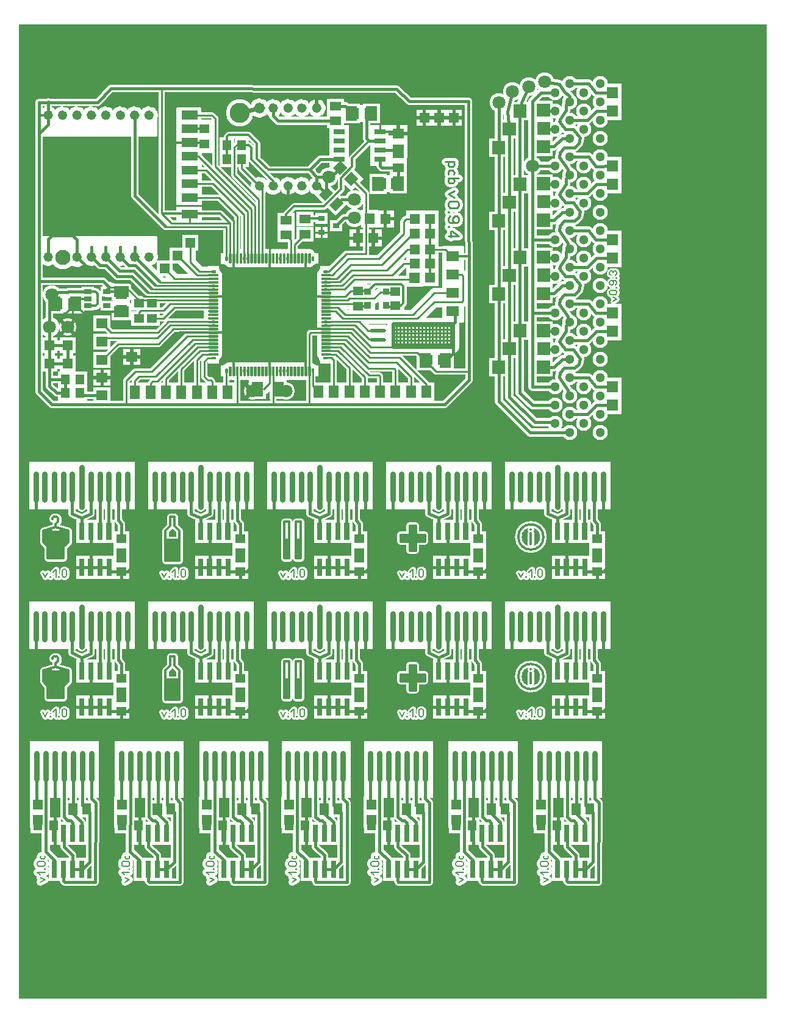
<source format=gbr>
%FSLAX34Y34*%
%MOMM*%
%LNCOPPER_TOP*%
G71*
G01*
%ADD10C, 1.30*%
%ADD11R, 2.60X2.50*%
%ADD12R, 2.50X2.60*%
%ADD13R, 3.40X2.40*%
%ADD14R, 2.80X1.87*%
%ADD15C, 2.10*%
%ADD16C, 0.40*%
%ADD17C, 3.30*%
%ADD18C, 3.80*%
%ADD19C, 1.70*%
%ADD20R, 1.50X1.50*%
%ADD21C, 1.20*%
%ADD22C, 1.48*%
%ADD23C, 0.90*%
%ADD24C, 0.88*%
%ADD25C, 0.30*%
%ADD26C, 1.08*%
%ADD27C, 0.28*%
%ADD28C, 1.50*%
%ADD29C, 1.90*%
%ADD30R, 2.40X2.40*%
%ADD31C, 0.50*%
%ADD32R, 2.00X2.20*%
%ADD33R, 1.79X1.46*%
%ADD34C, 1.40*%
%ADD35C, 1.00*%
%ADD36R, 2.40X2.10*%
%ADD37C, 2.40*%
%ADD38C, 2.80*%
%ADD39R, 2.10X2.40*%
%ADD40R, 2.40X2.80*%
%ADD41R, 2.80X2.40*%
%ADD42C, 1.07*%
%ADD43C, 2.20*%
%ADD44R, 2.20X2.20*%
%ADD45R, 2.20X2.70*%
%ADD46R, 2.40X2.20*%
%ADD47R, 2.60X2.20*%
%ADD48R, 2.20X2.60*%
%ADD49R, 1.70X1.60*%
%ADD50C, 2.60*%
%ADD51C, 0.68*%
%ADD52C, 1.10*%
%ADD53R, 2.20X2.00*%
%ADD54R, 2.60X2.40*%
%ADD55C, 2.10*%
%ADD56C, 0.77*%
%ADD57R, 2.60X2.60*%
%ADD58C, 1.35*%
%ADD59R, 1.60X3.20*%
%ADD60C, 0.99*%
%ADD61C, 0.00*%
%ADD62C, 1.60*%
%ADD63R, 2.20X2.10*%
%ADD64C, 0.79*%
%ADD65C, 0.93*%
%ADD66C, 0.50*%
%ADD67C, 0.47*%
%ADD68C, 0.27*%
%ADD69C, 0.60*%
%ADD70C, 0.43*%
%ADD71C, 0.10*%
%ADD72R, 1.40X1.30*%
%ADD73R, 1.30X1.40*%
%ADD74R, 2.20X1.20*%
%ADD75R, 1.60X0.67*%
%ADD76C, 2.10*%
%ADD77C, 2.80*%
%ADD78C, 0.25*%
%ADD79R, 0.30X0.30*%
%ADD80R, 1.40X1.40*%
%ADD81R, 1.20X1.40*%
%ADD82R, 0.99X0.66*%
%ADD83R, 1.60X1.30*%
%ADD84C, 1.80*%
%ADD85R, 1.30X1.60*%
%ADD86R, 1.60X2.00*%
%ADD87R, 2.00X1.60*%
%ADD88C, 0.27*%
%ADD89R, 1.40X1.90*%
%ADD90R, 1.60X1.40*%
%ADD91R, 1.80X1.40*%
%ADD92R, 1.40X1.80*%
%ADD93R, 0.90X0.80*%
%ADD94C, 1.80*%
%ADD95R, 1.40X1.20*%
%ADD96C, 1.30*%
%ADD97C, 0.17*%
%ADD98R, 1.60X1.60*%
%ADD99C, 0.75*%
%ADD100R, 0.80X2.40*%
%ADD101C, 0.19*%
%ADD102C, 0.33*%
%LPD*%
G36*
X250Y50D02*
X1038250Y50D01*
X1038250Y-1351950D01*
X250Y-1351950D01*
X250Y50D01*
G37*
%LPC*%
G36*
X479854Y-366285D02*
X487854Y-366285D01*
X487854Y-374285D01*
X479854Y-374285D01*
X479854Y-366285D01*
G37*
G54D10*
X479854Y-366285D02*
X487854Y-366285D01*
X487854Y-374285D01*
X479854Y-374285D01*
X479854Y-366285D01*
G36*
X479854Y-385285D02*
X487854Y-385285D01*
X487854Y-393285D01*
X479854Y-393285D01*
X479854Y-385285D01*
G37*
G54D10*
X479854Y-385285D02*
X487854Y-385285D01*
X487854Y-393285D01*
X479854Y-393285D01*
X479854Y-385285D01*
G36*
X505854Y-385285D02*
X513854Y-385285D01*
X513854Y-393285D01*
X505854Y-393285D01*
X505854Y-385285D01*
G37*
G54D10*
X505854Y-385285D02*
X513854Y-385285D01*
X513854Y-393285D01*
X505854Y-393285D01*
X505854Y-385285D01*
G36*
X505854Y-366285D02*
X513854Y-366285D01*
X513854Y-374285D01*
X505854Y-374285D01*
X505854Y-366285D01*
G37*
G54D10*
X505854Y-366285D02*
X513854Y-366285D01*
X513854Y-374285D01*
X505854Y-374285D01*
X505854Y-366285D01*
X471007Y-390885D02*
G54D11*
D03*
X471007Y-369885D02*
G54D11*
D03*
X523126Y-389972D02*
G54D11*
D03*
X523125Y-370972D02*
G54D11*
D03*
X588059Y-465332D02*
G54D12*
D03*
X569059Y-465333D02*
G54D12*
D03*
X237826Y-262830D02*
G54D13*
D03*
X237826Y-239812D02*
G54D13*
D03*
X237826Y-220762D02*
G54D13*
D03*
X237826Y-201712D02*
G54D13*
D03*
X237826Y-182662D02*
G54D13*
D03*
G36*
X220826Y-151612D02*
X254826Y-151612D01*
X254827Y-175612D01*
X220827Y-175612D01*
X220826Y-151612D01*
G37*
X237826Y-144562D02*
G54D13*
D03*
G36*
X222826Y-115512D02*
X252826Y-115512D01*
X252827Y-135512D01*
X222827Y-135512D01*
X222826Y-115512D01*
G37*
X501864Y-187147D02*
G54D14*
D03*
X501864Y-174447D02*
G54D14*
D03*
X501864Y-161747D02*
G54D14*
D03*
X501864Y-149047D02*
G54D14*
D03*
X444864Y-149047D02*
G54D14*
D03*
X444864Y-161747D02*
G54D14*
D03*
X444864Y-174447D02*
G54D14*
D03*
X444864Y-187147D02*
G54D14*
D03*
X61107Y-322594D02*
G54D15*
D03*
G54D16*
X41107Y-322594D02*
X41107Y-297635D01*
X46082Y-292660D01*
X75082Y-292660D01*
X81082Y-298660D01*
X81082Y-309169D01*
X81107Y-322594D01*
X61107Y-322894D02*
G54D17*
D03*
X307192Y-122140D02*
G54D18*
D03*
G36*
X520538Y-415491D02*
X603088Y-415491D01*
X603088Y-447241D01*
X520538Y-447241D01*
X520538Y-415491D01*
G37*
G54D19*
X520538Y-415491D02*
X603088Y-415491D01*
X603088Y-447241D01*
X520538Y-447241D01*
X520538Y-415491D01*
G54D19*
X507980Y-437177D02*
X489833Y-437178D01*
G54D19*
X507980Y-424477D02*
X489833Y-424477D01*
X288333Y-480447D02*
G54D20*
D03*
X293333Y-480447D02*
G54D20*
D03*
X298333Y-480447D02*
G54D20*
D03*
X303333Y-480447D02*
G54D20*
D03*
X308333Y-480447D02*
G54D20*
D03*
X313333Y-480447D02*
G54D20*
D03*
X318333Y-480448D02*
G54D20*
D03*
X323333Y-480447D02*
G54D20*
D03*
X328333Y-480447D02*
G54D20*
D03*
X333333Y-480447D02*
G54D20*
D03*
X338333Y-480447D02*
G54D20*
D03*
X343333Y-480447D02*
G54D20*
D03*
X348333Y-480447D02*
G54D20*
D03*
X353333Y-480447D02*
G54D20*
D03*
X358333Y-480447D02*
G54D20*
D03*
X363333Y-480448D02*
G54D20*
D03*
X368333Y-480447D02*
G54D20*
D03*
X373333Y-480447D02*
G54D20*
D03*
X378333Y-480448D02*
G54D20*
D03*
X383333Y-480447D02*
G54D20*
D03*
X388333Y-480448D02*
G54D20*
D03*
X393333Y-480447D02*
G54D20*
D03*
X398333Y-480447D02*
G54D20*
D03*
X403333Y-480447D02*
G54D20*
D03*
X408333Y-480447D02*
G54D20*
D03*
G36*
X287838Y-483478D02*
X286838Y-482478D01*
X286838Y-477978D01*
X287338Y-477478D01*
X289338Y-477478D01*
X289838Y-477978D01*
X289838Y-482478D01*
X288838Y-483478D01*
X287838Y-483478D01*
G37*
G54D21*
X287838Y-483478D02*
X286838Y-482478D01*
X286838Y-477978D01*
X287338Y-477478D01*
X289338Y-477478D01*
X289838Y-477978D01*
X289838Y-482478D01*
X288838Y-483478D01*
X287838Y-483478D01*
G36*
X407838Y-483478D02*
X406838Y-482478D01*
X406838Y-477978D01*
X407338Y-477478D01*
X409338Y-477478D01*
X409838Y-477978D01*
X409838Y-482478D01*
X408838Y-483478D01*
X407838Y-483478D01*
G37*
G54D21*
X407838Y-483478D02*
X406838Y-482478D01*
X406838Y-477978D01*
X407338Y-477478D01*
X409338Y-477478D01*
X409838Y-477978D01*
X409838Y-482478D01*
X408838Y-483478D01*
X407838Y-483478D01*
G36*
X297838Y-487478D02*
X296838Y-486478D01*
X296838Y-474978D01*
X297338Y-474478D01*
X299338Y-474478D01*
X299838Y-474978D01*
X299838Y-486478D01*
X298838Y-487478D01*
X297838Y-487478D01*
G37*
G54D21*
X297838Y-487478D02*
X296838Y-486478D01*
X296838Y-474978D01*
X297338Y-474478D01*
X299338Y-474478D01*
X299838Y-474978D01*
X299838Y-486478D01*
X298838Y-487478D01*
X297838Y-487478D01*
G36*
X302838Y-487478D02*
X301838Y-486478D01*
X301838Y-474978D01*
X302338Y-474478D01*
X304338Y-474478D01*
X304838Y-474978D01*
X304838Y-486478D01*
X303838Y-487478D01*
X302838Y-487478D01*
G37*
G54D21*
X302838Y-487478D02*
X301838Y-486478D01*
X301838Y-474978D01*
X302338Y-474478D01*
X304338Y-474478D01*
X304838Y-474978D01*
X304838Y-486478D01*
X303838Y-487478D01*
X302838Y-487478D01*
G36*
X307838Y-487478D02*
X306838Y-486478D01*
X306838Y-474978D01*
X307338Y-474478D01*
X309338Y-474478D01*
X309838Y-474978D01*
X309838Y-486478D01*
X308838Y-487478D01*
X307838Y-487478D01*
G37*
G54D21*
X307838Y-487478D02*
X306838Y-486478D01*
X306838Y-474978D01*
X307338Y-474478D01*
X309338Y-474478D01*
X309838Y-474978D01*
X309838Y-486478D01*
X308838Y-487478D01*
X307838Y-487478D01*
G36*
X312838Y-487478D02*
X311838Y-486478D01*
X311838Y-474978D01*
X312338Y-474478D01*
X314338Y-474478D01*
X314838Y-474978D01*
X314838Y-486478D01*
X313838Y-487478D01*
X312838Y-487478D01*
G37*
G54D21*
X312838Y-487478D02*
X311838Y-486478D01*
X311838Y-474978D01*
X312338Y-474478D01*
X314338Y-474478D01*
X314838Y-474978D01*
X314838Y-486478D01*
X313838Y-487478D01*
X312838Y-487478D01*
G36*
X317838Y-487478D02*
X316838Y-486478D01*
X316838Y-474978D01*
X317338Y-474478D01*
X319338Y-474478D01*
X319838Y-474978D01*
X319838Y-486478D01*
X318838Y-487478D01*
X317838Y-487478D01*
G37*
G54D21*
X317838Y-487478D02*
X316838Y-486478D01*
X316838Y-474978D01*
X317338Y-474478D01*
X319338Y-474478D01*
X319838Y-474978D01*
X319838Y-486478D01*
X318838Y-487478D01*
X317838Y-487478D01*
G36*
X322838Y-487478D02*
X321838Y-486478D01*
X321838Y-474978D01*
X322338Y-474478D01*
X324338Y-474478D01*
X324838Y-474978D01*
X324838Y-486478D01*
X323838Y-487478D01*
X322838Y-487478D01*
G37*
G54D21*
X322838Y-487478D02*
X321838Y-486478D01*
X321838Y-474978D01*
X322338Y-474478D01*
X324338Y-474478D01*
X324838Y-474978D01*
X324838Y-486478D01*
X323838Y-487478D01*
X322838Y-487478D01*
G36*
X327838Y-487478D02*
X326838Y-486478D01*
X326838Y-474978D01*
X327338Y-474478D01*
X329338Y-474478D01*
X329838Y-474978D01*
X329838Y-486478D01*
X328838Y-487478D01*
X327838Y-487478D01*
G37*
G54D21*
X327838Y-487478D02*
X326838Y-486478D01*
X326838Y-474978D01*
X327338Y-474478D01*
X329338Y-474478D01*
X329838Y-474978D01*
X329838Y-486478D01*
X328838Y-487478D01*
X327838Y-487478D01*
G36*
X332838Y-487478D02*
X331838Y-486478D01*
X331838Y-474978D01*
X332338Y-474478D01*
X334338Y-474478D01*
X334838Y-474978D01*
X334838Y-486478D01*
X333838Y-487478D01*
X332838Y-487478D01*
G37*
G54D21*
X332838Y-487478D02*
X331838Y-486478D01*
X331838Y-474978D01*
X332338Y-474478D01*
X334338Y-474478D01*
X334838Y-474978D01*
X334838Y-486478D01*
X333838Y-487478D01*
X332838Y-487478D01*
G36*
X337838Y-487478D02*
X336838Y-486478D01*
X336838Y-474978D01*
X337338Y-474478D01*
X339338Y-474478D01*
X339838Y-474978D01*
X339838Y-486478D01*
X338838Y-487478D01*
X337838Y-487478D01*
G37*
G54D21*
X337838Y-487478D02*
X336838Y-486478D01*
X336838Y-474978D01*
X337338Y-474478D01*
X339338Y-474478D01*
X339838Y-474978D01*
X339838Y-486478D01*
X338838Y-487478D01*
X337838Y-487478D01*
G36*
X342838Y-487478D02*
X341838Y-486478D01*
X341838Y-474978D01*
X342338Y-474478D01*
X344338Y-474478D01*
X344838Y-474978D01*
X344838Y-486478D01*
X343838Y-487478D01*
X342838Y-487478D01*
G37*
G54D21*
X342838Y-487478D02*
X341838Y-486478D01*
X341838Y-474978D01*
X342338Y-474478D01*
X344338Y-474478D01*
X344838Y-474978D01*
X344838Y-486478D01*
X343838Y-487478D01*
X342838Y-487478D01*
G36*
X347838Y-487478D02*
X346838Y-486478D01*
X346838Y-474978D01*
X347338Y-474478D01*
X349338Y-474478D01*
X349838Y-474978D01*
X349838Y-486478D01*
X348838Y-487478D01*
X347838Y-487478D01*
G37*
G54D21*
X347838Y-487478D02*
X346838Y-486478D01*
X346838Y-474978D01*
X347338Y-474478D01*
X349338Y-474478D01*
X349838Y-474978D01*
X349838Y-486478D01*
X348838Y-487478D01*
X347838Y-487478D01*
G36*
X352838Y-487478D02*
X351838Y-486478D01*
X351838Y-474978D01*
X352338Y-474478D01*
X354338Y-474478D01*
X354838Y-474978D01*
X354838Y-486478D01*
X353838Y-487478D01*
X352838Y-487478D01*
G37*
G54D21*
X352838Y-487478D02*
X351838Y-486478D01*
X351838Y-474978D01*
X352338Y-474478D01*
X354338Y-474478D01*
X354838Y-474978D01*
X354838Y-486478D01*
X353838Y-487478D01*
X352838Y-487478D01*
G36*
X357838Y-487478D02*
X356838Y-486478D01*
X356838Y-474978D01*
X357338Y-474478D01*
X359338Y-474478D01*
X359838Y-474978D01*
X359838Y-486478D01*
X358838Y-487478D01*
X357838Y-487478D01*
G37*
G54D21*
X357838Y-487478D02*
X356838Y-486478D01*
X356838Y-474978D01*
X357338Y-474478D01*
X359338Y-474478D01*
X359838Y-474978D01*
X359838Y-486478D01*
X358838Y-487478D01*
X357838Y-487478D01*
G36*
X362838Y-487478D02*
X361838Y-486478D01*
X361838Y-474978D01*
X362338Y-474478D01*
X364338Y-474478D01*
X364838Y-474978D01*
X364838Y-486478D01*
X363838Y-487478D01*
X362838Y-487478D01*
G37*
G54D21*
X362838Y-487478D02*
X361838Y-486478D01*
X361838Y-474978D01*
X362338Y-474478D01*
X364338Y-474478D01*
X364838Y-474978D01*
X364838Y-486478D01*
X363838Y-487478D01*
X362838Y-487478D01*
G36*
X367838Y-487478D02*
X366838Y-486478D01*
X366838Y-474978D01*
X367338Y-474478D01*
X369338Y-474478D01*
X369838Y-474978D01*
X369838Y-486478D01*
X368838Y-487478D01*
X367838Y-487478D01*
G37*
G54D21*
X367838Y-487478D02*
X366838Y-486478D01*
X366838Y-474978D01*
X367338Y-474478D01*
X369338Y-474478D01*
X369838Y-474978D01*
X369838Y-486478D01*
X368838Y-487478D01*
X367838Y-487478D01*
G36*
X372838Y-487478D02*
X371838Y-486478D01*
X371838Y-474978D01*
X372338Y-474478D01*
X374338Y-474478D01*
X374838Y-474978D01*
X374838Y-486478D01*
X373838Y-487478D01*
X372838Y-487478D01*
G37*
G54D21*
X372838Y-487478D02*
X371838Y-486478D01*
X371838Y-474978D01*
X372338Y-474478D01*
X374338Y-474478D01*
X374838Y-474978D01*
X374838Y-486478D01*
X373838Y-487478D01*
X372838Y-487478D01*
G36*
X377838Y-487478D02*
X376838Y-486478D01*
X376838Y-474978D01*
X377338Y-474478D01*
X379338Y-474478D01*
X379838Y-474978D01*
X379838Y-486478D01*
X378838Y-487478D01*
X377838Y-487478D01*
G37*
G54D21*
X377838Y-487478D02*
X376838Y-486478D01*
X376838Y-474978D01*
X377338Y-474478D01*
X379338Y-474478D01*
X379838Y-474978D01*
X379838Y-486478D01*
X378838Y-487478D01*
X377838Y-487478D01*
G36*
X382838Y-487478D02*
X381838Y-486478D01*
X381838Y-474978D01*
X382338Y-474478D01*
X384338Y-474478D01*
X384838Y-474978D01*
X384838Y-486478D01*
X383838Y-487478D01*
X382838Y-487478D01*
G37*
G54D21*
X382838Y-487478D02*
X381838Y-486478D01*
X381838Y-474978D01*
X382338Y-474478D01*
X384338Y-474478D01*
X384838Y-474978D01*
X384838Y-486478D01*
X383838Y-487478D01*
X382838Y-487478D01*
G36*
X387838Y-487478D02*
X386838Y-486478D01*
X386838Y-474978D01*
X387338Y-474478D01*
X389338Y-474478D01*
X389838Y-474978D01*
X389838Y-486478D01*
X388838Y-487478D01*
X387838Y-487478D01*
G37*
G54D21*
X387838Y-487478D02*
X386838Y-486478D01*
X386838Y-474978D01*
X387338Y-474478D01*
X389338Y-474478D01*
X389838Y-474978D01*
X389838Y-486478D01*
X388838Y-487478D01*
X387838Y-487478D01*
G36*
X392838Y-487478D02*
X391838Y-486478D01*
X391838Y-474978D01*
X392338Y-474478D01*
X394338Y-474478D01*
X394838Y-474978D01*
X394838Y-486478D01*
X393838Y-487478D01*
X392838Y-487478D01*
G37*
G54D21*
X392838Y-487478D02*
X391838Y-486478D01*
X391838Y-474978D01*
X392338Y-474478D01*
X394338Y-474478D01*
X394838Y-474978D01*
X394838Y-486478D01*
X393838Y-487478D01*
X392838Y-487478D01*
G36*
X397838Y-487478D02*
X396838Y-486478D01*
X396838Y-474978D01*
X397338Y-474478D01*
X399338Y-474478D01*
X399838Y-474978D01*
X399838Y-486478D01*
X398838Y-487478D01*
X397838Y-487478D01*
G37*
G54D21*
X397838Y-487478D02*
X396838Y-486478D01*
X396838Y-474978D01*
X397338Y-474478D01*
X399338Y-474478D01*
X399838Y-474978D01*
X399838Y-486478D01*
X398838Y-487478D01*
X397838Y-487478D01*
G36*
X402838Y-487478D02*
X401838Y-486478D01*
X401838Y-474978D01*
X402338Y-474478D01*
X404338Y-474478D01*
X404838Y-474978D01*
X404838Y-486478D01*
X403838Y-487478D01*
X402838Y-487478D01*
G37*
G54D21*
X402838Y-487478D02*
X401838Y-486478D01*
X401838Y-474978D01*
X402338Y-474478D01*
X404338Y-474478D01*
X404838Y-474978D01*
X404838Y-486478D01*
X403838Y-487478D01*
X402838Y-487478D01*
G36*
X292838Y-487478D02*
X291838Y-486478D01*
X291838Y-474978D01*
X292338Y-474478D01*
X294338Y-474478D01*
X294838Y-474978D01*
X294838Y-486478D01*
X293838Y-487478D01*
X292838Y-487478D01*
G37*
G54D21*
X292838Y-487478D02*
X291838Y-486478D01*
X291838Y-474978D01*
X292338Y-474478D01*
X294338Y-474478D01*
X294838Y-474978D01*
X294838Y-486478D01*
X293838Y-487478D01*
X292838Y-487478D01*
X270369Y-342484D02*
G54D20*
D03*
X270369Y-347484D02*
G54D20*
D03*
X270369Y-352483D02*
G54D20*
D03*
X270369Y-357484D02*
G54D20*
D03*
X270369Y-362484D02*
G54D20*
D03*
X270369Y-367483D02*
G54D20*
D03*
X270369Y-372484D02*
G54D20*
D03*
X270369Y-377484D02*
G54D20*
D03*
X270369Y-382484D02*
G54D20*
D03*
X270369Y-387484D02*
G54D20*
D03*
X270369Y-392484D02*
G54D20*
D03*
X270369Y-397484D02*
G54D20*
D03*
X270369Y-402484D02*
G54D20*
D03*
X270369Y-407484D02*
G54D20*
D03*
X270369Y-412483D02*
G54D20*
D03*
X270369Y-417484D02*
G54D20*
D03*
X270369Y-422484D02*
G54D20*
D03*
X270369Y-427484D02*
G54D20*
D03*
X270369Y-432484D02*
G54D20*
D03*
X270369Y-437483D02*
G54D20*
D03*
X270369Y-442484D02*
G54D20*
D03*
X270369Y-447484D02*
G54D20*
D03*
X270369Y-452484D02*
G54D20*
D03*
X270369Y-457484D02*
G54D20*
D03*
X270369Y-462484D02*
G54D20*
D03*
G36*
X267338Y-341978D02*
X268338Y-340978D01*
X272838Y-340978D01*
X273338Y-341478D01*
X273338Y-343478D01*
X272838Y-343978D01*
X268338Y-343978D01*
X267338Y-342978D01*
X267338Y-341978D01*
G37*
G54D21*
X267338Y-341978D02*
X268338Y-340978D01*
X272838Y-340978D01*
X273338Y-341478D01*
X273338Y-343478D01*
X272838Y-343978D01*
X268338Y-343978D01*
X267338Y-342978D01*
X267338Y-341978D01*
G36*
X267338Y-461978D02*
X268338Y-460978D01*
X272838Y-460978D01*
X273338Y-461478D01*
X273338Y-463478D01*
X272838Y-463978D01*
X268338Y-463978D01*
X267338Y-462978D01*
X267338Y-461978D01*
G37*
G54D21*
X267338Y-461978D02*
X268338Y-460978D01*
X272838Y-460978D01*
X273338Y-461478D01*
X273338Y-463478D01*
X272838Y-463978D01*
X268338Y-463978D01*
X267338Y-462978D01*
X267338Y-461978D01*
G36*
X263338Y-351978D02*
X264338Y-350978D01*
X275838Y-350978D01*
X276338Y-351478D01*
X276338Y-353478D01*
X275838Y-353978D01*
X264338Y-353978D01*
X263338Y-352978D01*
X263338Y-351978D01*
G37*
G54D21*
X263338Y-351978D02*
X264338Y-350978D01*
X275838Y-350978D01*
X276338Y-351478D01*
X276338Y-353478D01*
X275838Y-353978D01*
X264338Y-353978D01*
X263338Y-352978D01*
X263338Y-351978D01*
G36*
X263338Y-356978D02*
X264338Y-355978D01*
X275838Y-355978D01*
X276338Y-356478D01*
X276338Y-358478D01*
X275838Y-358978D01*
X264338Y-358978D01*
X263338Y-357978D01*
X263338Y-356978D01*
G37*
G54D21*
X263338Y-356978D02*
X264338Y-355978D01*
X275838Y-355978D01*
X276338Y-356478D01*
X276338Y-358478D01*
X275838Y-358978D01*
X264338Y-358978D01*
X263338Y-357978D01*
X263338Y-356978D01*
G36*
X263338Y-361978D02*
X264338Y-360978D01*
X275838Y-360978D01*
X276338Y-361478D01*
X276338Y-363478D01*
X275838Y-363978D01*
X264338Y-363978D01*
X263338Y-362978D01*
X263338Y-361978D01*
G37*
G54D21*
X263338Y-361978D02*
X264338Y-360978D01*
X275838Y-360978D01*
X276338Y-361478D01*
X276338Y-363478D01*
X275838Y-363978D01*
X264338Y-363978D01*
X263338Y-362978D01*
X263338Y-361978D01*
G36*
X263338Y-366978D02*
X264338Y-365978D01*
X275838Y-365978D01*
X276338Y-366478D01*
X276338Y-368478D01*
X275838Y-368978D01*
X264338Y-368978D01*
X263338Y-367978D01*
X263338Y-366978D01*
G37*
G54D21*
X263338Y-366978D02*
X264338Y-365978D01*
X275838Y-365978D01*
X276338Y-366478D01*
X276338Y-368478D01*
X275838Y-368978D01*
X264338Y-368978D01*
X263338Y-367978D01*
X263338Y-366978D01*
G36*
X263338Y-371978D02*
X264338Y-370978D01*
X275838Y-370978D01*
X276338Y-371478D01*
X276338Y-373478D01*
X275838Y-373978D01*
X264338Y-373978D01*
X263338Y-372978D01*
X263338Y-371978D01*
G37*
G54D21*
X263338Y-371978D02*
X264338Y-370978D01*
X275838Y-370978D01*
X276338Y-371478D01*
X276338Y-373478D01*
X275838Y-373978D01*
X264338Y-373978D01*
X263338Y-372978D01*
X263338Y-371978D01*
G36*
X263338Y-376978D02*
X264338Y-375978D01*
X275838Y-375978D01*
X276338Y-376478D01*
X276338Y-378478D01*
X275838Y-378978D01*
X264338Y-378978D01*
X263338Y-377978D01*
X263338Y-376978D01*
G37*
G54D21*
X263338Y-376978D02*
X264338Y-375978D01*
X275838Y-375978D01*
X276338Y-376478D01*
X276338Y-378478D01*
X275838Y-378978D01*
X264338Y-378978D01*
X263338Y-377978D01*
X263338Y-376978D01*
G36*
X263338Y-381978D02*
X264338Y-380978D01*
X275838Y-380978D01*
X276338Y-381478D01*
X276338Y-383478D01*
X275838Y-383978D01*
X264338Y-383978D01*
X263338Y-382978D01*
X263338Y-381978D01*
G37*
G54D21*
X263338Y-381978D02*
X264338Y-380978D01*
X275838Y-380978D01*
X276338Y-381478D01*
X276338Y-383478D01*
X275838Y-383978D01*
X264338Y-383978D01*
X263338Y-382978D01*
X263338Y-381978D01*
G36*
X263338Y-386978D02*
X264338Y-385978D01*
X275838Y-385978D01*
X276338Y-386478D01*
X276338Y-388478D01*
X275838Y-388978D01*
X264338Y-388978D01*
X263338Y-387978D01*
X263338Y-386978D01*
G37*
G54D21*
X263338Y-386978D02*
X264338Y-385978D01*
X275838Y-385978D01*
X276338Y-386478D01*
X276338Y-388478D01*
X275838Y-388978D01*
X264338Y-388978D01*
X263338Y-387978D01*
X263338Y-386978D01*
G36*
X263338Y-391978D02*
X264338Y-390978D01*
X275838Y-390978D01*
X276338Y-391478D01*
X276338Y-393478D01*
X275838Y-393978D01*
X264338Y-393978D01*
X263338Y-392978D01*
X263338Y-391978D01*
G37*
G54D21*
X263338Y-391978D02*
X264338Y-390978D01*
X275838Y-390978D01*
X276338Y-391478D01*
X276338Y-393478D01*
X275838Y-393978D01*
X264338Y-393978D01*
X263338Y-392978D01*
X263338Y-391978D01*
G36*
X263338Y-396978D02*
X264338Y-395978D01*
X275838Y-395978D01*
X276338Y-396478D01*
X276338Y-398478D01*
X275838Y-398978D01*
X264338Y-398978D01*
X263338Y-397978D01*
X263338Y-396978D01*
G37*
G54D21*
X263338Y-396978D02*
X264338Y-395978D01*
X275838Y-395978D01*
X276338Y-396478D01*
X276338Y-398478D01*
X275838Y-398978D01*
X264338Y-398978D01*
X263338Y-397978D01*
X263338Y-396978D01*
G36*
X263338Y-401978D02*
X264338Y-400978D01*
X275838Y-400978D01*
X276338Y-401478D01*
X276338Y-403478D01*
X275838Y-403978D01*
X264338Y-403978D01*
X263338Y-402978D01*
X263338Y-401978D01*
G37*
G54D21*
X263338Y-401978D02*
X264338Y-400978D01*
X275838Y-400978D01*
X276338Y-401478D01*
X276338Y-403478D01*
X275838Y-403978D01*
X264338Y-403978D01*
X263338Y-402978D01*
X263338Y-401978D01*
G36*
X263338Y-406978D02*
X264338Y-405978D01*
X275838Y-405978D01*
X276338Y-406478D01*
X276338Y-408478D01*
X275838Y-408978D01*
X264338Y-408978D01*
X263338Y-407978D01*
X263338Y-406978D01*
G37*
G54D21*
X263338Y-406978D02*
X264338Y-405978D01*
X275838Y-405978D01*
X276338Y-406478D01*
X276338Y-408478D01*
X275838Y-408978D01*
X264338Y-408978D01*
X263338Y-407978D01*
X263338Y-406978D01*
G36*
X263338Y-411978D02*
X264338Y-410978D01*
X275838Y-410978D01*
X276338Y-411478D01*
X276338Y-413478D01*
X275838Y-413978D01*
X264338Y-413978D01*
X263338Y-412978D01*
X263338Y-411978D01*
G37*
G54D21*
X263338Y-411978D02*
X264338Y-410978D01*
X275838Y-410978D01*
X276338Y-411478D01*
X276338Y-413478D01*
X275838Y-413978D01*
X264338Y-413978D01*
X263338Y-412978D01*
X263338Y-411978D01*
G36*
X263338Y-416978D02*
X264338Y-415978D01*
X275838Y-415978D01*
X276338Y-416478D01*
X276338Y-418478D01*
X275838Y-418978D01*
X264338Y-418978D01*
X263338Y-417978D01*
X263338Y-416978D01*
G37*
G54D21*
X263338Y-416978D02*
X264338Y-415978D01*
X275838Y-415978D01*
X276338Y-416478D01*
X276338Y-418478D01*
X275838Y-418978D01*
X264338Y-418978D01*
X263338Y-417978D01*
X263338Y-416978D01*
G36*
X263338Y-421978D02*
X264338Y-420978D01*
X275838Y-420978D01*
X276338Y-421478D01*
X276338Y-423478D01*
X275838Y-423978D01*
X264338Y-423978D01*
X263338Y-422978D01*
X263338Y-421978D01*
G37*
G54D21*
X263338Y-421978D02*
X264338Y-420978D01*
X275838Y-420978D01*
X276338Y-421478D01*
X276338Y-423478D01*
X275838Y-423978D01*
X264338Y-423978D01*
X263338Y-422978D01*
X263338Y-421978D01*
G36*
X263338Y-426978D02*
X264338Y-425978D01*
X275838Y-425978D01*
X276338Y-426478D01*
X276338Y-428478D01*
X275838Y-428978D01*
X264338Y-428978D01*
X263338Y-427978D01*
X263338Y-426978D01*
G37*
G54D21*
X263338Y-426978D02*
X264338Y-425978D01*
X275838Y-425978D01*
X276338Y-426478D01*
X276338Y-428478D01*
X275838Y-428978D01*
X264338Y-428978D01*
X263338Y-427978D01*
X263338Y-426978D01*
G36*
X263338Y-431978D02*
X264338Y-430978D01*
X275838Y-430978D01*
X276338Y-431478D01*
X276338Y-433478D01*
X275838Y-433978D01*
X264338Y-433978D01*
X263338Y-432978D01*
X263338Y-431978D01*
G37*
G54D21*
X263338Y-431978D02*
X264338Y-430978D01*
X275838Y-430978D01*
X276338Y-431478D01*
X276338Y-433478D01*
X275838Y-433978D01*
X264338Y-433978D01*
X263338Y-432978D01*
X263338Y-431978D01*
G36*
X263338Y-436978D02*
X264338Y-435978D01*
X275838Y-435978D01*
X276338Y-436478D01*
X276338Y-438478D01*
X275838Y-438978D01*
X264338Y-438978D01*
X263338Y-437978D01*
X263338Y-436978D01*
G37*
G54D21*
X263338Y-436978D02*
X264338Y-435978D01*
X275838Y-435978D01*
X276338Y-436478D01*
X276338Y-438478D01*
X275838Y-438978D01*
X264338Y-438978D01*
X263338Y-437978D01*
X263338Y-436978D01*
G36*
X263338Y-441978D02*
X264338Y-440978D01*
X275838Y-440978D01*
X276338Y-441478D01*
X276338Y-443478D01*
X275838Y-443978D01*
X264338Y-443978D01*
X263338Y-442978D01*
X263338Y-441978D01*
G37*
G54D21*
X263338Y-441978D02*
X264338Y-440978D01*
X275838Y-440978D01*
X276338Y-441478D01*
X276338Y-443478D01*
X275838Y-443978D01*
X264338Y-443978D01*
X263338Y-442978D01*
X263338Y-441978D01*
G36*
X263338Y-446978D02*
X264338Y-445978D01*
X275838Y-445978D01*
X276338Y-446478D01*
X276338Y-448478D01*
X275838Y-448978D01*
X264338Y-448978D01*
X263338Y-447978D01*
X263338Y-446978D01*
G37*
G54D21*
X263338Y-446978D02*
X264338Y-445978D01*
X275838Y-445978D01*
X276338Y-446478D01*
X276338Y-448478D01*
X275838Y-448978D01*
X264338Y-448978D01*
X263338Y-447978D01*
X263338Y-446978D01*
G36*
X263338Y-451978D02*
X264338Y-450978D01*
X275838Y-450978D01*
X276338Y-451478D01*
X276338Y-453478D01*
X275838Y-453978D01*
X264338Y-453978D01*
X263338Y-452978D01*
X263338Y-451978D01*
G37*
G54D21*
X263338Y-451978D02*
X264338Y-450978D01*
X275838Y-450978D01*
X276338Y-451478D01*
X276338Y-453478D01*
X275838Y-453978D01*
X264338Y-453978D01*
X263338Y-452978D01*
X263338Y-451978D01*
G36*
X263338Y-456978D02*
X264338Y-455978D01*
X275838Y-455978D01*
X276338Y-456478D01*
X276338Y-458478D01*
X275838Y-458978D01*
X264338Y-458978D01*
X263338Y-457978D01*
X263338Y-456978D01*
G37*
G54D21*
X263338Y-456978D02*
X264338Y-455978D01*
X275838Y-455978D01*
X276338Y-456478D01*
X276338Y-458478D01*
X275838Y-458978D01*
X264338Y-458978D01*
X263338Y-457978D01*
X263338Y-456978D01*
G36*
X263338Y-346978D02*
X264338Y-345978D01*
X275838Y-345978D01*
X276338Y-346478D01*
X276338Y-348478D01*
X275838Y-348978D01*
X264338Y-348978D01*
X263338Y-347978D01*
X263338Y-346978D01*
G37*
G54D21*
X263338Y-346978D02*
X264338Y-345978D01*
X275838Y-345978D01*
X276338Y-346478D01*
X276338Y-348478D01*
X275838Y-348978D01*
X264338Y-348978D01*
X263338Y-347978D01*
X263338Y-346978D01*
G36*
X400833Y-317010D02*
X415833Y-317010D01*
X415833Y-332009D01*
X400833Y-332010D01*
X400833Y-317010D01*
G37*
X403333Y-324510D02*
G54D20*
D03*
G36*
X390833Y-317010D02*
X405833Y-317009D01*
X405833Y-332009D01*
X390833Y-332010D01*
X390833Y-317010D01*
G37*
G36*
X385833Y-317010D02*
X400833Y-317010D01*
X400833Y-332009D01*
X385833Y-332010D01*
X385833Y-317010D01*
G37*
X388333Y-324510D02*
G54D20*
D03*
X383333Y-324510D02*
G54D20*
D03*
G36*
X370833Y-317010D02*
X385833Y-317009D01*
X385833Y-332009D01*
X370833Y-332010D01*
X370833Y-317010D01*
G37*
X373333Y-324510D02*
G54D20*
D03*
G36*
X360832Y-317011D02*
X375832Y-317009D01*
X375834Y-332009D01*
X360834Y-332011D01*
X360832Y-317011D01*
G37*
X363333Y-324510D02*
G54D20*
D03*
G36*
X350832Y-317010D02*
X365832Y-317009D01*
X365833Y-332009D01*
X350833Y-332010D01*
X350832Y-317010D01*
G37*
X353333Y-324510D02*
G54D20*
D03*
X348333Y-324510D02*
G54D20*
D03*
X343333Y-324510D02*
G54D20*
D03*
G36*
X330833Y-317010D02*
X345833Y-317010D01*
X345833Y-332009D01*
X330833Y-332010D01*
X330833Y-317010D01*
G37*
X333333Y-324510D02*
G54D20*
D03*
X328333Y-324510D02*
G54D20*
D03*
X323333Y-324510D02*
G54D20*
D03*
X318333Y-324510D02*
G54D20*
D03*
X313333Y-324510D02*
G54D20*
D03*
X308333Y-324510D02*
G54D20*
D03*
G36*
X295832Y-317010D02*
X310832Y-317009D01*
X310833Y-332009D01*
X295833Y-332010D01*
X295832Y-317010D01*
G37*
X298333Y-324510D02*
G54D20*
D03*
X293333Y-324510D02*
G54D20*
D03*
X288333Y-324510D02*
G54D20*
D03*
G36*
X408838Y-321478D02*
X409838Y-322478D01*
X409838Y-326978D01*
X409338Y-327478D01*
X407338Y-327478D01*
X406838Y-326978D01*
X406838Y-322478D01*
X407838Y-321478D01*
X408838Y-321478D01*
G37*
G54D21*
X408838Y-321478D02*
X409838Y-322478D01*
X409838Y-326978D01*
X409338Y-327478D01*
X407338Y-327478D01*
X406838Y-326978D01*
X406838Y-322478D01*
X407838Y-321478D01*
X408838Y-321478D01*
G36*
X288838Y-321478D02*
X289838Y-322478D01*
X289838Y-326978D01*
X289338Y-327478D01*
X287338Y-327478D01*
X286838Y-326978D01*
X286838Y-322478D01*
X287838Y-321478D01*
X288838Y-321478D01*
G37*
G54D21*
X288838Y-321478D02*
X289838Y-322478D01*
X289838Y-326978D01*
X289338Y-327478D01*
X287338Y-327478D01*
X286838Y-326978D01*
X286838Y-322478D01*
X287838Y-321478D01*
X288838Y-321478D01*
G36*
X398838Y-317478D02*
X399838Y-318478D01*
X399838Y-329978D01*
X399338Y-330478D01*
X397338Y-330478D01*
X396838Y-329978D01*
X396838Y-318478D01*
X397838Y-317478D01*
X398838Y-317478D01*
G37*
G54D21*
X398838Y-317478D02*
X399838Y-318478D01*
X399838Y-329978D01*
X399338Y-330478D01*
X397338Y-330478D01*
X396838Y-329978D01*
X396838Y-318478D01*
X397838Y-317478D01*
X398838Y-317478D01*
G36*
X393838Y-317478D02*
X394838Y-318478D01*
X394838Y-329978D01*
X394338Y-330478D01*
X392338Y-330478D01*
X391838Y-329978D01*
X391838Y-318478D01*
X392838Y-317478D01*
X393838Y-317478D01*
G37*
G54D21*
X393838Y-317478D02*
X394838Y-318478D01*
X394838Y-329978D01*
X394338Y-330478D01*
X392338Y-330478D01*
X391838Y-329978D01*
X391838Y-318478D01*
X392838Y-317478D01*
X393838Y-317478D01*
G36*
X388838Y-317478D02*
X389838Y-318478D01*
X389838Y-329978D01*
X389338Y-330478D01*
X387338Y-330478D01*
X386838Y-329978D01*
X386838Y-318478D01*
X387838Y-317478D01*
X388838Y-317478D01*
G37*
G54D21*
X388838Y-317478D02*
X389838Y-318478D01*
X389838Y-329978D01*
X389338Y-330478D01*
X387338Y-330478D01*
X386838Y-329978D01*
X386838Y-318478D01*
X387838Y-317478D01*
X388838Y-317478D01*
G36*
X383838Y-317478D02*
X384838Y-318478D01*
X384838Y-329978D01*
X384338Y-330478D01*
X382338Y-330478D01*
X381838Y-329978D01*
X381838Y-318478D01*
X382838Y-317478D01*
X383838Y-317478D01*
G37*
G54D21*
X383838Y-317478D02*
X384838Y-318478D01*
X384838Y-329978D01*
X384338Y-330478D01*
X382338Y-330478D01*
X381838Y-329978D01*
X381838Y-318478D01*
X382838Y-317478D01*
X383838Y-317478D01*
G36*
X378838Y-317478D02*
X379838Y-318478D01*
X379838Y-329978D01*
X379338Y-330478D01*
X377338Y-330478D01*
X376838Y-329978D01*
X376838Y-318478D01*
X377838Y-317478D01*
X378838Y-317478D01*
G37*
G54D21*
X378838Y-317478D02*
X379838Y-318478D01*
X379838Y-329978D01*
X379338Y-330478D01*
X377338Y-330478D01*
X376838Y-329978D01*
X376838Y-318478D01*
X377838Y-317478D01*
X378838Y-317478D01*
G36*
X373838Y-317478D02*
X374838Y-318478D01*
X374838Y-329978D01*
X374338Y-330478D01*
X372338Y-330478D01*
X371838Y-329978D01*
X371838Y-318478D01*
X372838Y-317478D01*
X373838Y-317478D01*
G37*
G54D21*
X373838Y-317478D02*
X374838Y-318478D01*
X374838Y-329978D01*
X374338Y-330478D01*
X372338Y-330478D01*
X371838Y-329978D01*
X371838Y-318478D01*
X372838Y-317478D01*
X373838Y-317478D01*
G36*
X368838Y-317478D02*
X369838Y-318478D01*
X369838Y-329978D01*
X369338Y-330478D01*
X367338Y-330478D01*
X366838Y-329978D01*
X366838Y-318478D01*
X367838Y-317478D01*
X368838Y-317478D01*
G37*
G54D21*
X368838Y-317478D02*
X369838Y-318478D01*
X369838Y-329978D01*
X369338Y-330478D01*
X367338Y-330478D01*
X366838Y-329978D01*
X366838Y-318478D01*
X367838Y-317478D01*
X368838Y-317478D01*
G36*
X363838Y-317478D02*
X364838Y-318478D01*
X364838Y-329978D01*
X364338Y-330478D01*
X362338Y-330478D01*
X361838Y-329978D01*
X361838Y-318478D01*
X362838Y-317478D01*
X363838Y-317478D01*
G37*
G54D21*
X363838Y-317478D02*
X364838Y-318478D01*
X364838Y-329978D01*
X364338Y-330478D01*
X362338Y-330478D01*
X361838Y-329978D01*
X361838Y-318478D01*
X362838Y-317478D01*
X363838Y-317478D01*
G36*
X358838Y-317478D02*
X359838Y-318478D01*
X359838Y-329978D01*
X359338Y-330478D01*
X357338Y-330478D01*
X356838Y-329978D01*
X356838Y-318478D01*
X357838Y-317478D01*
X358838Y-317478D01*
G37*
G54D21*
X358838Y-317478D02*
X359838Y-318478D01*
X359838Y-329978D01*
X359338Y-330478D01*
X357338Y-330478D01*
X356838Y-329978D01*
X356838Y-318478D01*
X357838Y-317478D01*
X358838Y-317478D01*
G36*
X353838Y-317478D02*
X354838Y-318478D01*
X354838Y-329978D01*
X354338Y-330478D01*
X352338Y-330478D01*
X351838Y-329978D01*
X351838Y-318478D01*
X352838Y-317478D01*
X353838Y-317478D01*
G37*
G54D21*
X353838Y-317478D02*
X354838Y-318478D01*
X354838Y-329978D01*
X354338Y-330478D01*
X352338Y-330478D01*
X351838Y-329978D01*
X351838Y-318478D01*
X352838Y-317478D01*
X353838Y-317478D01*
G36*
X348838Y-317478D02*
X349838Y-318478D01*
X349838Y-329978D01*
X349338Y-330478D01*
X347338Y-330478D01*
X346838Y-329978D01*
X346838Y-318478D01*
X347838Y-317478D01*
X348838Y-317478D01*
G37*
G54D21*
X348838Y-317478D02*
X349838Y-318478D01*
X349838Y-329978D01*
X349338Y-330478D01*
X347338Y-330478D01*
X346838Y-329978D01*
X346838Y-318478D01*
X347838Y-317478D01*
X348838Y-317478D01*
G36*
X343838Y-317478D02*
X344838Y-318478D01*
X344838Y-329978D01*
X344338Y-330478D01*
X342338Y-330478D01*
X341838Y-329978D01*
X341838Y-318478D01*
X342838Y-317478D01*
X343838Y-317478D01*
G37*
G54D21*
X343838Y-317478D02*
X344838Y-318478D01*
X344838Y-329978D01*
X344338Y-330478D01*
X342338Y-330478D01*
X341838Y-329978D01*
X341838Y-318478D01*
X342838Y-317478D01*
X343838Y-317478D01*
G36*
X338838Y-317478D02*
X339838Y-318478D01*
X339838Y-329978D01*
X339338Y-330478D01*
X337338Y-330478D01*
X336838Y-329978D01*
X336838Y-318478D01*
X337838Y-317478D01*
X338838Y-317478D01*
G37*
G54D21*
X338838Y-317478D02*
X339838Y-318478D01*
X339838Y-329978D01*
X339338Y-330478D01*
X337338Y-330478D01*
X336838Y-329978D01*
X336838Y-318478D01*
X337838Y-317478D01*
X338838Y-317478D01*
G36*
X333838Y-317478D02*
X334838Y-318478D01*
X334838Y-329978D01*
X334338Y-330478D01*
X332338Y-330478D01*
X331838Y-329978D01*
X331838Y-318478D01*
X332838Y-317478D01*
X333838Y-317478D01*
G37*
G54D21*
X333838Y-317478D02*
X334838Y-318478D01*
X334838Y-329978D01*
X334338Y-330478D01*
X332338Y-330478D01*
X331838Y-329978D01*
X331838Y-318478D01*
X332838Y-317478D01*
X333838Y-317478D01*
G36*
X328838Y-317478D02*
X329838Y-318478D01*
X329838Y-329978D01*
X329338Y-330478D01*
X327338Y-330478D01*
X326838Y-329978D01*
X326838Y-318478D01*
X327838Y-317478D01*
X328838Y-317478D01*
G37*
G54D21*
X328838Y-317478D02*
X329838Y-318478D01*
X329838Y-329978D01*
X329338Y-330478D01*
X327338Y-330478D01*
X326838Y-329978D01*
X326838Y-318478D01*
X327838Y-317478D01*
X328838Y-317478D01*
G36*
X323838Y-317478D02*
X324838Y-318478D01*
X324838Y-329978D01*
X324338Y-330478D01*
X322338Y-330478D01*
X321838Y-329978D01*
X321838Y-318478D01*
X322838Y-317478D01*
X323838Y-317478D01*
G37*
G54D21*
X323838Y-317478D02*
X324838Y-318478D01*
X324838Y-329978D01*
X324338Y-330478D01*
X322338Y-330478D01*
X321838Y-329978D01*
X321838Y-318478D01*
X322838Y-317478D01*
X323838Y-317478D01*
G36*
X318838Y-317478D02*
X319838Y-318478D01*
X319838Y-329978D01*
X319338Y-330478D01*
X317338Y-330478D01*
X316838Y-329978D01*
X316838Y-318478D01*
X317838Y-317478D01*
X318838Y-317478D01*
G37*
G54D21*
X318838Y-317478D02*
X319838Y-318478D01*
X319838Y-329978D01*
X319338Y-330478D01*
X317338Y-330478D01*
X316838Y-329978D01*
X316838Y-318478D01*
X317838Y-317478D01*
X318838Y-317478D01*
G36*
X313838Y-317478D02*
X314838Y-318478D01*
X314838Y-329978D01*
X314338Y-330478D01*
X312338Y-330478D01*
X311838Y-329978D01*
X311838Y-318478D01*
X312838Y-317478D01*
X313838Y-317478D01*
G37*
G54D21*
X313838Y-317478D02*
X314838Y-318478D01*
X314838Y-329978D01*
X314338Y-330478D01*
X312338Y-330478D01*
X311838Y-329978D01*
X311838Y-318478D01*
X312838Y-317478D01*
X313838Y-317478D01*
G36*
X308838Y-317478D02*
X309838Y-318478D01*
X309838Y-329978D01*
X309338Y-330478D01*
X307338Y-330478D01*
X306838Y-329978D01*
X306838Y-318478D01*
X307838Y-317478D01*
X308838Y-317478D01*
G37*
G54D21*
X308838Y-317478D02*
X309838Y-318478D01*
X309838Y-329978D01*
X309338Y-330478D01*
X307338Y-330478D01*
X306838Y-329978D01*
X306838Y-318478D01*
X307838Y-317478D01*
X308838Y-317478D01*
G36*
X303838Y-317478D02*
X304838Y-318478D01*
X304838Y-329978D01*
X304338Y-330478D01*
X302338Y-330478D01*
X301838Y-329978D01*
X301838Y-318478D01*
X302838Y-317478D01*
X303838Y-317478D01*
G37*
G54D21*
X303838Y-317478D02*
X304838Y-318478D01*
X304838Y-329978D01*
X304338Y-330478D01*
X302338Y-330478D01*
X301838Y-329978D01*
X301838Y-318478D01*
X302838Y-317478D01*
X303838Y-317478D01*
G36*
X298838Y-317478D02*
X299838Y-318478D01*
X299838Y-329978D01*
X299338Y-330478D01*
X297338Y-330478D01*
X296838Y-329978D01*
X296838Y-318478D01*
X297838Y-317478D01*
X298838Y-317478D01*
G37*
G54D21*
X298838Y-317478D02*
X299838Y-318478D01*
X299838Y-329978D01*
X299338Y-330478D01*
X297338Y-330478D01*
X296838Y-329978D01*
X296838Y-318478D01*
X297838Y-317478D01*
X298838Y-317478D01*
G36*
X293838Y-317478D02*
X294838Y-318478D01*
X294838Y-329978D01*
X294338Y-330478D01*
X292338Y-330478D01*
X291838Y-329979D01*
X291838Y-318478D01*
X292838Y-317478D01*
X293838Y-317478D01*
G37*
G54D21*
X293838Y-317478D02*
X294838Y-318478D01*
X294838Y-329978D01*
X294338Y-330478D01*
X292338Y-330478D01*
X291838Y-329979D01*
X291838Y-318478D01*
X292838Y-317478D01*
X293838Y-317478D01*
G36*
X403838Y-317478D02*
X404838Y-318478D01*
X404838Y-329978D01*
X404338Y-330478D01*
X402338Y-330478D01*
X401838Y-329978D01*
X401838Y-318478D01*
X402838Y-317478D01*
X403838Y-317478D01*
G37*
G54D21*
X403838Y-317478D02*
X404838Y-318478D01*
X404838Y-329978D01*
X404338Y-330478D01*
X402338Y-330478D01*
X401838Y-329978D01*
X401838Y-318478D01*
X402838Y-317478D01*
X403838Y-317478D01*
X426307Y-462474D02*
G54D20*
D03*
X426307Y-457474D02*
G54D20*
D03*
X426307Y-452474D02*
G54D20*
D03*
X426307Y-447473D02*
G54D20*
D03*
X426307Y-442474D02*
G54D20*
D03*
X426307Y-437474D02*
G54D20*
D03*
X426307Y-432474D02*
G54D20*
D03*
X426307Y-427474D02*
G54D20*
D03*
X426307Y-422474D02*
G54D20*
D03*
X426307Y-417474D02*
G54D20*
D03*
X426307Y-412474D02*
G54D20*
D03*
X426307Y-407474D02*
G54D20*
D03*
X426307Y-402474D02*
G54D20*
D03*
X426307Y-397474D02*
G54D20*
D03*
X426307Y-392474D02*
G54D20*
D03*
X426307Y-387474D02*
G54D20*
D03*
X426307Y-382474D02*
G54D20*
D03*
X426307Y-377474D02*
G54D20*
D03*
X426307Y-372474D02*
G54D20*
D03*
X426307Y-367474D02*
G54D20*
D03*
X426307Y-362474D02*
G54D20*
D03*
X426307Y-357474D02*
G54D20*
D03*
X426307Y-352474D02*
G54D20*
D03*
X426307Y-347474D02*
G54D20*
D03*
X426307Y-342474D02*
G54D20*
D03*
G36*
X429338Y-462978D02*
X428338Y-463978D01*
X423838Y-463978D01*
X423338Y-463478D01*
X423338Y-461478D01*
X423838Y-460978D01*
X428338Y-460978D01*
X429338Y-461978D01*
X429338Y-462978D01*
G37*
G54D21*
X429338Y-462978D02*
X428338Y-463978D01*
X423838Y-463978D01*
X423338Y-463478D01*
X423338Y-461478D01*
X423838Y-460978D01*
X428338Y-460978D01*
X429338Y-461978D01*
X429338Y-462978D01*
G36*
X429338Y-342978D02*
X428338Y-343978D01*
X423838Y-343978D01*
X423338Y-343478D01*
X423338Y-341478D01*
X423838Y-340978D01*
X428338Y-340978D01*
X429338Y-341978D01*
X429338Y-342978D01*
G37*
G54D21*
X429338Y-342978D02*
X428338Y-343978D01*
X423838Y-343978D01*
X423338Y-343478D01*
X423338Y-341478D01*
X423838Y-340978D01*
X428338Y-340978D01*
X429338Y-341978D01*
X429338Y-342978D01*
G36*
X433338Y-452978D02*
X432338Y-453978D01*
X420838Y-453978D01*
X420338Y-453478D01*
X420338Y-451478D01*
X420838Y-450978D01*
X432338Y-450978D01*
X433338Y-451978D01*
X433338Y-452978D01*
G37*
G54D21*
X433338Y-452978D02*
X432338Y-453978D01*
X420838Y-453978D01*
X420338Y-453478D01*
X420338Y-451478D01*
X420838Y-450978D01*
X432338Y-450978D01*
X433338Y-451978D01*
X433338Y-452978D01*
G36*
X433338Y-447978D02*
X432338Y-448978D01*
X420838Y-448978D01*
X420338Y-448478D01*
X420338Y-446478D01*
X420838Y-445978D01*
X432338Y-445978D01*
X433338Y-446978D01*
X433338Y-447978D01*
G37*
G54D21*
X433338Y-447978D02*
X432338Y-448978D01*
X420838Y-448978D01*
X420338Y-448478D01*
X420338Y-446478D01*
X420838Y-445978D01*
X432338Y-445978D01*
X433338Y-446978D01*
X433338Y-447978D01*
G36*
X433338Y-442978D02*
X432338Y-443978D01*
X420838Y-443978D01*
X420338Y-443478D01*
X420338Y-441478D01*
X420838Y-440978D01*
X432338Y-440978D01*
X433338Y-441978D01*
X433338Y-442978D01*
G37*
G54D21*
X433338Y-442978D02*
X432338Y-443978D01*
X420838Y-443978D01*
X420338Y-443478D01*
X420338Y-441478D01*
X420838Y-440978D01*
X432338Y-440978D01*
X433338Y-441978D01*
X433338Y-442978D01*
G36*
X433338Y-437978D02*
X432338Y-438978D01*
X420838Y-438978D01*
X420338Y-438478D01*
X420338Y-436478D01*
X420838Y-435978D01*
X432338Y-435978D01*
X433338Y-436978D01*
X433338Y-437978D01*
G37*
G54D21*
X433338Y-437978D02*
X432338Y-438978D01*
X420838Y-438978D01*
X420338Y-438478D01*
X420338Y-436478D01*
X420838Y-435978D01*
X432338Y-435978D01*
X433338Y-436978D01*
X433338Y-437978D01*
G36*
X433338Y-432978D02*
X432338Y-433978D01*
X420838Y-433978D01*
X420338Y-433478D01*
X420338Y-431478D01*
X420838Y-430978D01*
X432338Y-430978D01*
X433338Y-431978D01*
X433338Y-432978D01*
G37*
G54D21*
X433338Y-432978D02*
X432338Y-433978D01*
X420838Y-433978D01*
X420338Y-433478D01*
X420338Y-431478D01*
X420838Y-430978D01*
X432338Y-430978D01*
X433338Y-431978D01*
X433338Y-432978D01*
G36*
X433338Y-427978D02*
X432338Y-428978D01*
X420838Y-428978D01*
X420338Y-428478D01*
X420338Y-426478D01*
X420838Y-425978D01*
X432338Y-425978D01*
X433338Y-426978D01*
X433338Y-427978D01*
G37*
G54D21*
X433338Y-427978D02*
X432338Y-428978D01*
X420838Y-428978D01*
X420338Y-428478D01*
X420338Y-426478D01*
X420838Y-425978D01*
X432338Y-425978D01*
X433338Y-426978D01*
X433338Y-427978D01*
G36*
X433338Y-422978D02*
X432338Y-423978D01*
X420838Y-423978D01*
X420338Y-423478D01*
X420338Y-421478D01*
X420838Y-420978D01*
X432338Y-420978D01*
X433338Y-421978D01*
X433338Y-422978D01*
G37*
G54D21*
X433338Y-422978D02*
X432338Y-423978D01*
X420838Y-423978D01*
X420338Y-423478D01*
X420338Y-421478D01*
X420838Y-420978D01*
X432338Y-420978D01*
X433338Y-421978D01*
X433338Y-422978D01*
G36*
X433338Y-417978D02*
X432338Y-418978D01*
X420838Y-418978D01*
X420338Y-418478D01*
X420338Y-416478D01*
X420838Y-415978D01*
X432338Y-415978D01*
X433338Y-416978D01*
X433338Y-417978D01*
G37*
G54D21*
X433338Y-417978D02*
X432338Y-418978D01*
X420838Y-418978D01*
X420338Y-418478D01*
X420338Y-416478D01*
X420838Y-415978D01*
X432338Y-415978D01*
X433338Y-416978D01*
X433338Y-417978D01*
G36*
X433338Y-412978D02*
X432338Y-413978D01*
X420838Y-413978D01*
X420338Y-413478D01*
X420338Y-411478D01*
X420838Y-410978D01*
X432338Y-410978D01*
X433338Y-411978D01*
X433338Y-412978D01*
G37*
G54D21*
X433338Y-412978D02*
X432338Y-413978D01*
X420838Y-413978D01*
X420338Y-413478D01*
X420338Y-411478D01*
X420838Y-410978D01*
X432338Y-410978D01*
X433338Y-411978D01*
X433338Y-412978D01*
G36*
X433338Y-407978D02*
X432338Y-408978D01*
X420838Y-408978D01*
X420338Y-408478D01*
X420338Y-406478D01*
X420838Y-405978D01*
X432338Y-405978D01*
X433338Y-406978D01*
X433338Y-407978D01*
G37*
G54D21*
X433338Y-407978D02*
X432338Y-408978D01*
X420838Y-408978D01*
X420338Y-408478D01*
X420338Y-406478D01*
X420838Y-405978D01*
X432338Y-405978D01*
X433338Y-406978D01*
X433338Y-407978D01*
G36*
X433338Y-402978D02*
X432338Y-403978D01*
X420838Y-403978D01*
X420338Y-403478D01*
X420338Y-401478D01*
X420838Y-400978D01*
X432338Y-400978D01*
X433338Y-401978D01*
X433338Y-402978D01*
G37*
G54D21*
X433338Y-402978D02*
X432338Y-403978D01*
X420838Y-403978D01*
X420338Y-403478D01*
X420338Y-401478D01*
X420838Y-400978D01*
X432338Y-400978D01*
X433338Y-401978D01*
X433338Y-402978D01*
G36*
X433338Y-397978D02*
X432338Y-398978D01*
X420838Y-398978D01*
X420338Y-398478D01*
X420338Y-396478D01*
X420838Y-395978D01*
X432338Y-395978D01*
X433338Y-396978D01*
X433338Y-397978D01*
G37*
G54D21*
X433338Y-397978D02*
X432338Y-398978D01*
X420838Y-398978D01*
X420338Y-398478D01*
X420338Y-396478D01*
X420838Y-395978D01*
X432338Y-395978D01*
X433338Y-396978D01*
X433338Y-397978D01*
G36*
X433338Y-392978D02*
X432338Y-393978D01*
X420838Y-393978D01*
X420338Y-393478D01*
X420338Y-391478D01*
X420838Y-390978D01*
X432338Y-390978D01*
X433338Y-391978D01*
X433338Y-392978D01*
G37*
G54D21*
X433338Y-392978D02*
X432338Y-393978D01*
X420838Y-393978D01*
X420338Y-393478D01*
X420338Y-391478D01*
X420838Y-390978D01*
X432338Y-390978D01*
X433338Y-391978D01*
X433338Y-392978D01*
G36*
X433338Y-387978D02*
X432338Y-388978D01*
X420838Y-388978D01*
X420338Y-388478D01*
X420338Y-386478D01*
X420838Y-385978D01*
X432338Y-385978D01*
X433338Y-386978D01*
X433338Y-387978D01*
G37*
G54D21*
X433338Y-387978D02*
X432338Y-388978D01*
X420838Y-388978D01*
X420338Y-388478D01*
X420338Y-386478D01*
X420838Y-385978D01*
X432338Y-385978D01*
X433338Y-386978D01*
X433338Y-387978D01*
G36*
X433338Y-382978D02*
X432338Y-383978D01*
X420838Y-383978D01*
X420338Y-383478D01*
X420338Y-381478D01*
X420838Y-380978D01*
X432338Y-380978D01*
X433338Y-381978D01*
X433338Y-382978D01*
G37*
G54D21*
X433338Y-382978D02*
X432338Y-383978D01*
X420838Y-383978D01*
X420338Y-383478D01*
X420338Y-381478D01*
X420838Y-380978D01*
X432338Y-380978D01*
X433338Y-381978D01*
X433338Y-382978D01*
G36*
X433338Y-377978D02*
X432338Y-378978D01*
X420838Y-378978D01*
X420338Y-378478D01*
X420338Y-376478D01*
X420838Y-375978D01*
X432338Y-375978D01*
X433338Y-376978D01*
X433338Y-377978D01*
G37*
G54D21*
X433338Y-377978D02*
X432338Y-378978D01*
X420838Y-378978D01*
X420338Y-378478D01*
X420338Y-376478D01*
X420838Y-375978D01*
X432338Y-375978D01*
X433338Y-376978D01*
X433338Y-377978D01*
G36*
X433338Y-372978D02*
X432338Y-373978D01*
X420838Y-373978D01*
X420338Y-373478D01*
X420338Y-371478D01*
X420838Y-370978D01*
X432338Y-370978D01*
X433338Y-371978D01*
X433338Y-372978D01*
G37*
G54D21*
X433338Y-372978D02*
X432338Y-373978D01*
X420838Y-373978D01*
X420338Y-373478D01*
X420338Y-371478D01*
X420838Y-370978D01*
X432338Y-370978D01*
X433338Y-371978D01*
X433338Y-372978D01*
G36*
X433338Y-367978D02*
X432338Y-368978D01*
X420838Y-368978D01*
X420338Y-368478D01*
X420338Y-366478D01*
X420838Y-365978D01*
X432338Y-365978D01*
X433338Y-366978D01*
X433338Y-367978D01*
G37*
G54D21*
X433338Y-367978D02*
X432338Y-368978D01*
X420838Y-368978D01*
X420338Y-368478D01*
X420338Y-366478D01*
X420838Y-365978D01*
X432338Y-365978D01*
X433338Y-366978D01*
X433338Y-367978D01*
G36*
X433338Y-362978D02*
X432338Y-363978D01*
X420838Y-363978D01*
X420338Y-363478D01*
X420338Y-361478D01*
X420838Y-360978D01*
X432338Y-360978D01*
X433338Y-361978D01*
X433338Y-362978D01*
G37*
G54D21*
X433338Y-362978D02*
X432338Y-363978D01*
X420838Y-363978D01*
X420338Y-363478D01*
X420338Y-361478D01*
X420838Y-360978D01*
X432338Y-360978D01*
X433338Y-361978D01*
X433338Y-362978D01*
G36*
X433338Y-357978D02*
X432338Y-358978D01*
X420838Y-358978D01*
X420338Y-358478D01*
X420338Y-356478D01*
X420838Y-355978D01*
X432338Y-355978D01*
X433338Y-356978D01*
X433338Y-357978D01*
G37*
G54D21*
X433338Y-357978D02*
X432338Y-358978D01*
X420838Y-358978D01*
X420338Y-358478D01*
X420338Y-356478D01*
X420838Y-355978D01*
X432338Y-355978D01*
X433338Y-356978D01*
X433338Y-357978D01*
G36*
X433338Y-352978D02*
X432338Y-353978D01*
X420838Y-353978D01*
X420338Y-353478D01*
X420338Y-351478D01*
X420838Y-350978D01*
X432338Y-350978D01*
X433338Y-351978D01*
X433338Y-352978D01*
G37*
G54D21*
X433338Y-352978D02*
X432338Y-353978D01*
X420838Y-353978D01*
X420338Y-353478D01*
X420338Y-351478D01*
X420838Y-350978D01*
X432338Y-350978D01*
X433338Y-351978D01*
X433338Y-352978D01*
G36*
X433338Y-347978D02*
X432338Y-348978D01*
X420838Y-348978D01*
X420338Y-348478D01*
X420338Y-346478D01*
X420838Y-345978D01*
X432338Y-345978D01*
X433338Y-346978D01*
X433338Y-347978D01*
G37*
G54D21*
X433338Y-347978D02*
X432338Y-348978D01*
X420838Y-348978D01*
X420338Y-348478D01*
X420338Y-346478D01*
X420838Y-345978D01*
X432338Y-345978D01*
X433338Y-346978D01*
X433338Y-347978D01*
G36*
X433338Y-457978D02*
X432338Y-458978D01*
X420838Y-458978D01*
X420338Y-458478D01*
X420338Y-456478D01*
X420838Y-455978D01*
X432338Y-455978D01*
X433338Y-456978D01*
X433338Y-457978D01*
G37*
G54D21*
X433338Y-457978D02*
X432338Y-458978D01*
X420838Y-458978D01*
X420338Y-458478D01*
X420338Y-456478D01*
X420838Y-455978D01*
X432338Y-455978D01*
X433338Y-456978D01*
X433338Y-457978D01*
G54D22*
X426307Y-382453D02*
X457169Y-382453D01*
X459348Y-380275D01*
X493678Y-380275D01*
X502650Y-371304D01*
X509069Y-371304D01*
G54D22*
X426307Y-387454D02*
X464375Y-387454D01*
X469606Y-392485D01*
G54D23*
X471007Y-369885D02*
X485188Y-369885D01*
X494875Y-360197D01*
X531388Y-360197D01*
X534200Y-363010D01*
X534200Y-386304D01*
X530600Y-389904D01*
X525575Y-389904D01*
X525507Y-389972D01*
G54D22*
X426307Y-377454D02*
X453194Y-377454D01*
X460763Y-369885D01*
X471007Y-369885D01*
G54D24*
X426307Y-432454D02*
X457169Y-432454D01*
X487007Y-462291D01*
X528801Y-462291D01*
X566184Y-499674D01*
X566184Y-509834D01*
G54D24*
X426307Y-437474D02*
X454069Y-437454D01*
X485719Y-469104D01*
X524419Y-469104D01*
X544753Y-489438D01*
X544753Y-509834D01*
G54D24*
X426307Y-457454D02*
X439869Y-457454D01*
X459028Y-476612D01*
X459028Y-509834D01*
G54D24*
X426307Y-462453D02*
X434369Y-462454D01*
X437597Y-465681D01*
X437597Y-509835D01*
G54D22*
X270369Y-357504D02*
X196016Y-357504D01*
G36*
X220992Y-273324D02*
X251670Y-273324D01*
X251670Y-116493D01*
X220992Y-116493D01*
X220992Y-273324D01*
G37*
G54D25*
X220992Y-273324D02*
X251670Y-273324D01*
X251670Y-116493D01*
X220992Y-116493D01*
X220992Y-273324D01*
G54D22*
X426307Y-417453D02*
X467069Y-417453D01*
X486619Y-437003D01*
X489659Y-437003D01*
X489833Y-437178D01*
G54D22*
X426307Y-412454D02*
X472669Y-412453D01*
X484619Y-424403D01*
X489759Y-424403D01*
X489833Y-424477D01*
G54D22*
X426307Y-422454D02*
X463669Y-422454D01*
X489019Y-447804D01*
X519976Y-447804D01*
X520538Y-447241D01*
G54D24*
X426307Y-427454D02*
X460769Y-427454D01*
X488419Y-455103D01*
X553005Y-455104D01*
X564504Y-466602D01*
X579526Y-481624D01*
X624052Y-481624D01*
G54D22*
X426307Y-392454D02*
X442969Y-392454D01*
X453116Y-402600D01*
X547079Y-402600D01*
X577163Y-372516D01*
X602563Y-372516D01*
G54D22*
X426307Y-397453D02*
X439969Y-397453D01*
X450419Y-407903D01*
X553813Y-407903D01*
X575954Y-385762D01*
G54D26*
X426307Y-367454D02*
X453069Y-367453D01*
X466464Y-354059D01*
X548207Y-354059D01*
X549794Y-352471D01*
G54D26*
X426307Y-362453D02*
X449269Y-362453D01*
X464119Y-347604D01*
X518775Y-347604D01*
X534703Y-331675D01*
X549854Y-331675D01*
G54D27*
X348313Y-324510D02*
X348313Y-302028D01*
G54D28*
X524107Y-372572D02*
X510338Y-372572D01*
X509069Y-371304D01*
G54D28*
X471006Y-390885D02*
X483094Y-390885D01*
X485347Y-388632D01*
G54D28*
X524107Y-391572D02*
X510688Y-391572D01*
X508950Y-389835D01*
G54D28*
G75*
G01X166119Y-125704D02*
G03X166119Y-125704I-5000J0D01*
G01*
G36*
G75*
G01X166119Y-125704D02*
G03X166119Y-125704I-5000J0D01*
G01*
G37*
X166119Y-125704D01*
G54D28*
G75*
G01X186106Y-125748D02*
G03X186106Y-125748I-5000J0D01*
G01*
G36*
G75*
G01X186106Y-125748D02*
G03X186106Y-125748I-5000J0D01*
G01*
G37*
X186106Y-125748D01*
G54D28*
G75*
G01X146424Y-125748D02*
G03X146424Y-125748I-5000J0D01*
G01*
G36*
G75*
G01X146424Y-125748D02*
G03X146424Y-125748I-5000J0D01*
G01*
G37*
X146424Y-125748D01*
G54D28*
G75*
G01X126107Y-125748D02*
G03X126107Y-125748I-5000J0D01*
G01*
G36*
G75*
G01X126107Y-125748D02*
G03X126107Y-125748I-5000J0D01*
G01*
G37*
X126107Y-125748D01*
G54D28*
G75*
G01X106107Y-125748D02*
G03X106107Y-125748I-5000J0D01*
G01*
G36*
G75*
G01X106107Y-125748D02*
G03X106107Y-125748I-5000J0D01*
G01*
G37*
X106107Y-125748D01*
G54D28*
G75*
G01X66107Y-125748D02*
G03X66107Y-125748I-5000J0D01*
G01*
G36*
G75*
G01X66107Y-125748D02*
G03X66107Y-125748I-5000J0D01*
G01*
G37*
X66107Y-125748D01*
G54D28*
G75*
G01X46107Y-125748D02*
G03X46107Y-125748I-5000J0D01*
G01*
G36*
G75*
G01X46107Y-125748D02*
G03X46107Y-125748I-5000J0D01*
G01*
G37*
X46107Y-125748D01*
G54D28*
G75*
G01X86107Y-125748D02*
G03X86107Y-125748I-5000J0D01*
G01*
G36*
G75*
G01X86107Y-125748D02*
G03X86107Y-125748I-5000J0D01*
G01*
G37*
X86107Y-125748D01*
G54D28*
G75*
G01X166119Y-322549D02*
G03X166119Y-322549I-5000J0D01*
G01*
G36*
G75*
G01X166119Y-322549D02*
G03X166119Y-322549I-5000J0D01*
G01*
G37*
X166119Y-322549D01*
G54D28*
G75*
G01X186107Y-322594D02*
G03X186107Y-322594I-5000J0D01*
G01*
G36*
G75*
G01X186107Y-322594D02*
G03X186107Y-322594I-5000J0D01*
G01*
G37*
X186107Y-322594D01*
G54D28*
G75*
G01X146107Y-322594D02*
G03X146107Y-322594I-5000J0D01*
G01*
G36*
G75*
G01X146107Y-322594D02*
G03X146107Y-322594I-5000J0D01*
G01*
G37*
X146107Y-322594D01*
G54D28*
G75*
G01X126107Y-322594D02*
G03X126107Y-322594I-5000J0D01*
G01*
G36*
G75*
G01X126107Y-322594D02*
G03X126107Y-322594I-5000J0D01*
G01*
G37*
X126107Y-322594D01*
G54D28*
G75*
G01X106107Y-322594D02*
G03X106107Y-322594I-5000J0D01*
G01*
G36*
G75*
G01X106107Y-322594D02*
G03X106107Y-322594I-5000J0D01*
G01*
G37*
X106107Y-322594D01*
G54D28*
G75*
G01X46107Y-322594D02*
G03X46107Y-322594I-5000J0D01*
G01*
G36*
G75*
G01X46107Y-322594D02*
G03X46107Y-322594I-5000J0D01*
G01*
G37*
X46107Y-322594D01*
G54D29*
G75*
G01X86107Y-322594D02*
G03X86107Y-322594I-5000J0D01*
G01*
G36*
G75*
G01X86107Y-322594D02*
G03X86107Y-322594I-5000J0D01*
G01*
G37*
X86107Y-322594D01*
G36*
X190669Y-325835D02*
X190669Y-295378D01*
X27144Y-295378D01*
X27144Y-325835D01*
X190669Y-325835D01*
G37*
G54D25*
X190669Y-325835D02*
X190669Y-295378D01*
X27144Y-295378D01*
X27144Y-325835D01*
X190669Y-325835D01*
G36*
X190669Y-154091D02*
X27144Y-154091D01*
X27144Y-120897D01*
X190669Y-120897D01*
X190669Y-154091D01*
G37*
G54D25*
X190669Y-154091D02*
X27144Y-154091D01*
X27144Y-120897D01*
X190669Y-120897D01*
X190669Y-154091D01*
G54D24*
X403363Y-480447D02*
X403363Y-526738D01*
G54D24*
X353363Y-480448D02*
X353363Y-527141D01*
G36*
X537794Y-339519D02*
X561794Y-339518D01*
X561794Y-363518D01*
X537794Y-363519D01*
X537794Y-339519D01*
G37*
X571294Y-351518D02*
G54D30*
D03*
G54D22*
X270369Y-352503D02*
X216504Y-352504D01*
X202721Y-338721D01*
G54D22*
X270369Y-347503D02*
X247425Y-347504D01*
X220682Y-320760D01*
G54D22*
X270369Y-342503D02*
X251519Y-342503D01*
X238719Y-329703D01*
X238719Y-302877D01*
X238642Y-302800D01*
G54D22*
X348363Y-480448D02*
X348363Y-497215D01*
X339717Y-505861D01*
G54D26*
X426307Y-352454D02*
X441469Y-352454D01*
X460819Y-333103D01*
X504700Y-333103D01*
X547403Y-290400D01*
X549854Y-290400D01*
G54D31*
X413895Y-99121D02*
X413895Y-115790D01*
G54D24*
X338313Y-324510D02*
X338313Y-227658D01*
X334520Y-223864D01*
X289248Y-186554D02*
G54D32*
D03*
X309835Y-186554D02*
G54D32*
D03*
X96366Y-389744D02*
G54D33*
D03*
X96366Y-380344D02*
G54D33*
D03*
X96366Y-370744D02*
G54D33*
D03*
X122265Y-370744D02*
G54D33*
D03*
X122266Y-389744D02*
G54D33*
D03*
G54D34*
X43076Y-445144D02*
X43076Y-470544D01*
X68476Y-470544D01*
X68476Y-445144D01*
X43076Y-445144D01*
G54D24*
X303363Y-480447D02*
X303363Y-527079D01*
G54D35*
X28951Y-356079D02*
X117350Y-356079D01*
X125633Y-364362D01*
X371348Y-291989D02*
G54D36*
D03*
X371348Y-271401D02*
G54D36*
D03*
X68035Y-420064D02*
G54D37*
D03*
X42638Y-420057D02*
G54D38*
D03*
G54D25*
X270369Y-427504D02*
X224050Y-427504D01*
G54D35*
X41305Y-138751D02*
X29533Y-150524D01*
G54D35*
X41107Y-138751D02*
X41119Y-138739D01*
X41119Y-107554D01*
G54D28*
G75*
G01X418895Y-223864D02*
G03X418895Y-223864I-5000J0D01*
G01*
G36*
G75*
G01X418895Y-223864D02*
G03X418895Y-223864I-5000J0D01*
G01*
G37*
X418895Y-223864D01*
G54D28*
G75*
G01X398257Y-223864D02*
G03X398257Y-223864I-5000J0D01*
G01*
G36*
G75*
G01X398257Y-223864D02*
G03X398257Y-223864I-5000J0D01*
G01*
G37*
X398257Y-223864D01*
G54D28*
G75*
G01X379207Y-223864D02*
G03X379207Y-223864I-5000J0D01*
G01*
G36*
G75*
G01X379207Y-223864D02*
G03X379207Y-223864I-5000J0D01*
G01*
G37*
X379207Y-223864D01*
G54D28*
G75*
G01X358570Y-223864D02*
G03X358570Y-223864I-5000J0D01*
G01*
G36*
G75*
G01X358570Y-223864D02*
G03X358570Y-223864I-5000J0D01*
G01*
G37*
X358570Y-223864D01*
G54D28*
G75*
G01X339520Y-223864D02*
G03X339520Y-223864I-5000J0D01*
G01*
G36*
G75*
G01X339520Y-223864D02*
G03X339520Y-223864I-5000J0D01*
G01*
G37*
X339520Y-223864D01*
G54D28*
G75*
G01X340509Y-115794D02*
G03X340509Y-115794I-6000J0D01*
G01*
G36*
G75*
G01X340509Y-115794D02*
G03X340509Y-115794I-6000J0D01*
G01*
G37*
X340509Y-115794D01*
G54D28*
G75*
G01X358569Y-115789D02*
G03X358569Y-115789I-5000J0D01*
G01*
G36*
G75*
G01X358569Y-115789D02*
G03X358569Y-115789I-5000J0D01*
G01*
G37*
X358569Y-115789D01*
G54D28*
G75*
G01X379207Y-115790D02*
G03X379207Y-115790I-5000J0D01*
G01*
G36*
G75*
G01X379207Y-115790D02*
G03X379207Y-115790I-5000J0D01*
G01*
G37*
X379207Y-115790D01*
G54D28*
G75*
G01X398257Y-115790D02*
G03X398257Y-115790I-5000J0D01*
G01*
G36*
G75*
G01X398257Y-115790D02*
G03X398257Y-115790I-5000J0D01*
G01*
G37*
X398257Y-115790D01*
G54D28*
G75*
G01X418895Y-115790D02*
G03X418895Y-115790I-5000J0D01*
G01*
G36*
G75*
G01X418895Y-115790D02*
G03X418895Y-115790I-5000J0D01*
G01*
G37*
X418895Y-115790D01*
X527303Y-198320D02*
G54D36*
D03*
X527303Y-179320D02*
G54D36*
D03*
X486500Y-123108D02*
G54D39*
D03*
X465913Y-123108D02*
G54D39*
D03*
X439726Y-133648D02*
G54D36*
D03*
X439726Y-113060D02*
G54D36*
D03*
G54D21*
X334520Y-115790D02*
X307192Y-122140D01*
X359987Y-505861D02*
G54D40*
D03*
X331987Y-505861D02*
G54D40*
D03*
X142648Y-370884D02*
G54D41*
D03*
X142648Y-398884D02*
G54D41*
D03*
G54D42*
X604783Y-190270D02*
X592505Y-190270D01*
G54D42*
X599116Y-190270D02*
X596661Y-191404D01*
X596283Y-193670D01*
X596661Y-195937D01*
X598550Y-197070D01*
X602327Y-197070D01*
X604216Y-195937D01*
X604783Y-193670D01*
X604216Y-191404D01*
X601950Y-190270D01*
G54D42*
X604216Y-208026D02*
X604783Y-205760D01*
X604216Y-203493D01*
X602327Y-202360D01*
X598550Y-202360D01*
X596661Y-203493D01*
X596283Y-205760D01*
X596661Y-208026D01*
G54D42*
X596283Y-213316D02*
X611394Y-213316D01*
G54D42*
X602327Y-213316D02*
X604216Y-214449D01*
X604783Y-216716D01*
X604216Y-218982D01*
X602327Y-220116D01*
X598550Y-220116D01*
X596661Y-218982D01*
X596283Y-216716D01*
X596661Y-214449D01*
X598550Y-213316D01*
G54D42*
X604783Y-230920D02*
X596283Y-235454D01*
X604783Y-239987D01*
G54D42*
X608561Y-254343D02*
X599116Y-254343D01*
X597227Y-253210D01*
X596283Y-250943D01*
X596283Y-248676D01*
X597227Y-246410D01*
X599116Y-245276D01*
X608561Y-245276D01*
X610450Y-246410D01*
X611394Y-248676D01*
X611394Y-250943D01*
X610450Y-253210D01*
X608561Y-254343D01*
G54D42*
X596283Y-260539D02*
X596283Y-259632D01*
X597038Y-259632D01*
X597038Y-260539D01*
X596283Y-260539D01*
X596283Y-259632D01*
G54D42*
X599116Y-265828D02*
X597227Y-266962D01*
X596283Y-269228D01*
X596283Y-271495D01*
X597227Y-273762D01*
X599116Y-274895D01*
X603838Y-274895D01*
X604783Y-274895D01*
X602894Y-271495D01*
X602894Y-269228D01*
X603838Y-266962D01*
X605727Y-265828D01*
X608561Y-265828D01*
X610450Y-266962D01*
X611394Y-269228D01*
X611394Y-271495D01*
X610450Y-273762D01*
X608561Y-274895D01*
X603838Y-274895D01*
G54D42*
X596283Y-281091D02*
X596283Y-280184D01*
X597038Y-280184D01*
X597038Y-281091D01*
X596283Y-281091D01*
X596283Y-280184D01*
G54D42*
X596283Y-293180D02*
X611394Y-293180D01*
X601950Y-286380D01*
X600061Y-286380D01*
X600061Y-295447D01*
G54D27*
X298313Y-335622D02*
X298313Y-271326D01*
X278209Y-251222D01*
X213519Y-251222D01*
X289280Y-167430D02*
G54D32*
D03*
G36*
X299867Y-156430D02*
X319867Y-156429D01*
X319867Y-178429D01*
X299867Y-178430D01*
X299867Y-156430D01*
G37*
G54D24*
X333313Y-324510D02*
X333313Y-242931D01*
X88151Y-205812D02*
G54D43*
D03*
X568594Y-206312D02*
G54D43*
D03*
X43076Y-470544D02*
G54D44*
D03*
X68476Y-470544D02*
G54D44*
D03*
X68476Y-445144D02*
G54D44*
D03*
X43076Y-445144D02*
G54D44*
D03*
X161791Y-510232D02*
G54D45*
D03*
X183222Y-510232D02*
G54D45*
D03*
X204653Y-510232D02*
G54D45*
D03*
X226085Y-510232D02*
G54D45*
D03*
X247516Y-510232D02*
G54D45*
D03*
X268947Y-510232D02*
G54D45*
D03*
X116019Y-514222D02*
G54D46*
D03*
X116018Y-489930D02*
G54D46*
D03*
X116019Y-465804D02*
G54D46*
D03*
X116019Y-440404D02*
G54D46*
D03*
X116019Y-415003D02*
G54D46*
D03*
X602563Y-321716D02*
G54D47*
D03*
X602563Y-347116D02*
G54D47*
D03*
X602563Y-372516D02*
G54D47*
D03*
X602563Y-397916D02*
G54D47*
D03*
X416166Y-509834D02*
G54D48*
D03*
X437597Y-509835D02*
G54D48*
D03*
X459028Y-509834D02*
G54D48*
D03*
X480459Y-509834D02*
G54D48*
D03*
X501891Y-509834D02*
G54D48*
D03*
X523322Y-509834D02*
G54D48*
D03*
X544753Y-509834D02*
G54D48*
D03*
X566184Y-509834D02*
G54D48*
D03*
X563317Y-129088D02*
G54D44*
D03*
X583954Y-129088D02*
G54D44*
D03*
X604592Y-129088D02*
G54D44*
D03*
X202721Y-338721D02*
G54D44*
D03*
X220682Y-320760D02*
G54D44*
D03*
X238642Y-302800D02*
G54D44*
D03*
G36*
X537854Y-319675D02*
X561854Y-319675D01*
X561854Y-343675D01*
X537854Y-343675D01*
X537854Y-319675D01*
G37*
X571354Y-331675D02*
G54D30*
D03*
X549854Y-311831D02*
G54D30*
D03*
X571354Y-311831D02*
G54D30*
D03*
X549854Y-290400D02*
G54D30*
D03*
X571354Y-290400D02*
G54D30*
D03*
X549854Y-269762D02*
G54D30*
D03*
X571354Y-269762D02*
G54D30*
D03*
G54D26*
X426307Y-357454D02*
X445669Y-357454D01*
X461919Y-341204D01*
X510887Y-341204D01*
X540260Y-311831D01*
X549854Y-311831D01*
G54D26*
X426307Y-347453D02*
X435444Y-347454D01*
X458094Y-324804D01*
X500300Y-324804D01*
X534591Y-290512D01*
X534591Y-273050D01*
X537878Y-269762D01*
X549854Y-269762D01*
G54D21*
X439726Y-133648D02*
X360614Y-133648D01*
X353569Y-126603D01*
X353569Y-115789D01*
G54D21*
X441313Y-113060D02*
X453714Y-113060D01*
X460699Y-120045D01*
G54D24*
X270369Y-362504D02*
X190124Y-362504D01*
G54D24*
X270369Y-367503D02*
X185124Y-367503D01*
G54D24*
X270369Y-372504D02*
X180124Y-372504D01*
G54D27*
X270369Y-377504D02*
X175124Y-377504D01*
X420758Y-268798D02*
G54D49*
D03*
X420762Y-288801D02*
G54D49*
D03*
X440758Y-278798D02*
G54D49*
D03*
X397819Y-270137D02*
G54D36*
D03*
X397819Y-290725D02*
G54D36*
D03*
X466044Y-242523D02*
G54D50*
D03*
X466044Y-267923D02*
G54D50*
D03*
G36*
X440101Y-264695D02*
X425959Y-250553D01*
X442930Y-233582D01*
X457072Y-247725D01*
X440101Y-264695D01*
G37*
G36*
X425544Y-250138D02*
X411402Y-235996D01*
X428372Y-219025D01*
X442514Y-233167D01*
X425544Y-250138D01*
G37*
X489993Y-123108D02*
G54D40*
D03*
X461993Y-123108D02*
G54D40*
D03*
X592504Y-466602D02*
G54D40*
D03*
X564504Y-466602D02*
G54D40*
D03*
G54D51*
X416166Y-509834D02*
X408363Y-502026D01*
X408363Y-480447D01*
G54D24*
X523322Y-509834D02*
X523322Y-479269D01*
X521056Y-477003D01*
X485319Y-477003D01*
X450769Y-442453D01*
X426307Y-442474D01*
G54D24*
X501891Y-509834D02*
X501891Y-488247D01*
X500447Y-486804D01*
X486419Y-486803D01*
X447069Y-447453D01*
X426307Y-447454D01*
G54D24*
X480459Y-509834D02*
X480459Y-489244D01*
X443669Y-452454D01*
X426307Y-452454D01*
G54D24*
X247516Y-510232D02*
X247516Y-465176D01*
X255189Y-457504D01*
X270369Y-457504D01*
G54D24*
X268947Y-510232D02*
X268947Y-495563D01*
X267097Y-493712D01*
X263128Y-493712D01*
X258345Y-488929D01*
X258345Y-466747D01*
X262589Y-462504D01*
X270369Y-462504D01*
X142648Y-374853D02*
G54D36*
D03*
X142648Y-395441D02*
G54D36*
D03*
G54D24*
X270369Y-382504D02*
X166949Y-382504D01*
X148808Y-364362D01*
X125633Y-364362D01*
X50860Y-387265D02*
G54D40*
D03*
X78860Y-387265D02*
G54D40*
D03*
X54829Y-387265D02*
G54D39*
D03*
X75417Y-387265D02*
G54D39*
D03*
G54D52*
X96366Y-389744D02*
X106994Y-389744D01*
X109388Y-387350D01*
X109388Y-373459D01*
X106672Y-370744D01*
X96366Y-370744D01*
G54D35*
X42638Y-420057D02*
X42638Y-380034D01*
X50994Y-371678D01*
X68035Y-371678D01*
G54D35*
X42638Y-420057D02*
X42638Y-445466D01*
G54D35*
X96366Y-370744D02*
X68969Y-370744D01*
X68035Y-371678D01*
G54D25*
X96366Y-380344D02*
X87175Y-380344D01*
X84534Y-382984D01*
G54D25*
X142648Y-398884D02*
X105544Y-398884D01*
X100806Y-403622D01*
G54D28*
X122265Y-370744D02*
X122265Y-367729D01*
X125633Y-364362D01*
G54D28*
X122265Y-370744D02*
X138539Y-370744D01*
X142648Y-374853D01*
G54D25*
X41107Y-125748D02*
X29430Y-125748D01*
X257956Y-165358D02*
G54D11*
D03*
X257956Y-144562D02*
G54D11*
D03*
G54D27*
X501864Y-149047D02*
X501864Y-138370D01*
G54D35*
X64670Y-511176D02*
X52785Y-511176D01*
X43076Y-501466D01*
X43076Y-471338D01*
X370987Y-508542D02*
G54D37*
D03*
X325040Y-508800D02*
G54D37*
D03*
X45972Y-375112D02*
G54D50*
D03*
X504096Y-221149D02*
G54D39*
D03*
X523096Y-221149D02*
G54D39*
D03*
G36*
X487016Y-207150D02*
X511016Y-207149D01*
X511016Y-235149D01*
X487016Y-235150D01*
X487016Y-207150D01*
G37*
X527016Y-221149D02*
G54D40*
D03*
G54D35*
X466044Y-242523D02*
X448766Y-242523D01*
X441833Y-249456D01*
G54D23*
X420758Y-268798D02*
X399158Y-268798D01*
X397819Y-270137D01*
G54D35*
X466044Y-267923D02*
X451632Y-267923D01*
X440758Y-278798D01*
X167038Y-386980D02*
G54D53*
D03*
X167038Y-407568D02*
G54D53*
D03*
X184898Y-386980D02*
G54D53*
D03*
X184898Y-407568D02*
G54D53*
D03*
G54D24*
X270369Y-447504D02*
X248615Y-447504D01*
X204653Y-491465D01*
X204653Y-510232D01*
G54D24*
X183222Y-510232D02*
X183222Y-498212D01*
X186134Y-495300D01*
X192484Y-495300D01*
X245281Y-442504D01*
X270369Y-442504D01*
G54D24*
X161791Y-510232D02*
X161791Y-494243D01*
X167481Y-488553D01*
X190500Y-488553D01*
X241550Y-437503D01*
X270369Y-437503D01*
G54D24*
X270369Y-387504D02*
X210587Y-387504D01*
X200819Y-397272D01*
X169466Y-397272D01*
X167038Y-399699D01*
X167038Y-407568D01*
G54D24*
X270369Y-392504D02*
X216303Y-392504D01*
X201239Y-407568D01*
X188073Y-407568D01*
G54D24*
X270369Y-412503D02*
X207812Y-412503D01*
X193278Y-427038D01*
X128053Y-427038D01*
X116019Y-415003D01*
G54D24*
X270369Y-417503D02*
X210750Y-417503D01*
X192881Y-435372D01*
X121051Y-435372D01*
X116019Y-440404D01*
G54D24*
X270369Y-422504D02*
X214878Y-422504D01*
X194072Y-443309D01*
X138513Y-443309D01*
X116019Y-465804D01*
G54D24*
X270369Y-432504D02*
X234246Y-432504D01*
X185341Y-481409D01*
X162322Y-481409D01*
X149225Y-494506D01*
X149225Y-527050D01*
G54D24*
X226085Y-510232D02*
X226085Y-478368D01*
X251950Y-452504D01*
X270369Y-452504D01*
G36*
X446447Y-181724D02*
X463418Y-198695D01*
X446447Y-215666D01*
X429476Y-198695D01*
X446447Y-181724D01*
G37*
G36*
X461650Y-196927D02*
X478620Y-213898D01*
X461649Y-230868D01*
X444679Y-213897D01*
X461650Y-196927D01*
G37*
G36*
X475545Y-257524D02*
X499545Y-257524D01*
X499545Y-281524D01*
X475545Y-281524D01*
X475545Y-257524D01*
G37*
X509045Y-269526D02*
G54D30*
D03*
G54D24*
X288313Y-324510D02*
X288313Y-281072D01*
X204475Y-281072D01*
G54D24*
X293313Y-324510D02*
X293313Y-275700D01*
X211804Y-275700D01*
X198595Y-262492D01*
X198594Y-89035D01*
G54D23*
X237826Y-262037D02*
X279649Y-262037D01*
X293313Y-275700D01*
G54D25*
X237826Y-144562D02*
X261131Y-144562D01*
G54D25*
X237826Y-163612D02*
X262427Y-163612D01*
G54D25*
X237826Y-163612D02*
X214213Y-163612D01*
G54D23*
X237826Y-262037D02*
X199132Y-262037D01*
G54D16*
X374207Y-223864D02*
X374207Y-241346D01*
G54D35*
X413895Y-223864D02*
X413895Y-211092D01*
X404416Y-201612D01*
G54D23*
X353570Y-223864D02*
X353570Y-217441D01*
X323056Y-186928D01*
X323056Y-171053D01*
X319829Y-167826D01*
X309867Y-167429D01*
G54D35*
X501864Y-161747D02*
X486787Y-161747D01*
X482874Y-157834D01*
X482874Y-130226D01*
X489993Y-123108D01*
G54D23*
X501864Y-149047D02*
X522713Y-149047D01*
X527039Y-153373D01*
G54D35*
X501864Y-174447D02*
X526555Y-174447D01*
X527039Y-173963D01*
G54D35*
X501864Y-187147D02*
X501864Y-195874D01*
X504310Y-198320D01*
X527303Y-198320D01*
G54D35*
X444864Y-187147D02*
X418881Y-187147D01*
X404416Y-201612D01*
X527039Y-173010D02*
G54D54*
D03*
X527041Y-151510D02*
G54D54*
D03*
G54D23*
X371348Y-271401D02*
X371348Y-263256D01*
X382191Y-252412D01*
X423466Y-252412D01*
X447278Y-228600D01*
X447278Y-212725D01*
X463153Y-196850D01*
X463153Y-185381D01*
X486787Y-161747D01*
G54D35*
X413895Y-211092D02*
X434051Y-211092D01*
X446447Y-198695D01*
G54D35*
X413895Y-223864D02*
X416241Y-223864D01*
X427276Y-234899D01*
G54D35*
X427276Y-234899D02*
X427276Y-217866D01*
X446447Y-198695D01*
G54D35*
X527303Y-198320D02*
X527303Y-220863D01*
X527016Y-221150D01*
G54D16*
X605738Y-397916D02*
X605738Y-412842D01*
X603088Y-415491D01*
G54D23*
X571354Y-269762D02*
X571354Y-351458D01*
X571294Y-351518D01*
X471155Y-296512D02*
G54D30*
D03*
X492654Y-296514D02*
G54D30*
D03*
G54D23*
X605738Y-321716D02*
X624037Y-321716D01*
G54D25*
X270369Y-377484D02*
X426297Y-377484D01*
G54D25*
X348333Y-324510D02*
X348333Y-480447D01*
G54D25*
X398333Y-480447D02*
X398333Y-324510D01*
G54D25*
X298333Y-324510D02*
X298333Y-480447D01*
G54D25*
X426307Y-422474D02*
X350639Y-422474D01*
X345629Y-427484D01*
X270369Y-427484D01*
G54D24*
X378333Y-324510D02*
X378333Y-298974D01*
X371348Y-291989D01*
G54D24*
X383333Y-324510D02*
X383333Y-305210D01*
X397819Y-290725D01*
G54D24*
X426307Y-342474D02*
X430825Y-342474D01*
X454895Y-318404D01*
X481983Y-318404D01*
X481983Y-234231D01*
X461650Y-213898D01*
X807236Y-566183D02*
G54D55*
D03*
X807236Y-540683D02*
G54D55*
D03*
X807236Y-515183D02*
G54D55*
D03*
X807236Y-489683D02*
G54D55*
D03*
X807236Y-464184D02*
G54D55*
D03*
X807236Y-438684D02*
G54D55*
D03*
X807236Y-413184D02*
G54D55*
D03*
X807236Y-387684D02*
G54D55*
D03*
X807236Y-362184D02*
G54D55*
D03*
X807236Y-336684D02*
G54D55*
D03*
X807236Y-311183D02*
G54D55*
D03*
X807236Y-285684D02*
G54D55*
D03*
X807236Y-260184D02*
G54D55*
D03*
X807236Y-234684D02*
G54D55*
D03*
X807236Y-209184D02*
G54D55*
D03*
X807236Y-183684D02*
G54D55*
D03*
X807237Y-158184D02*
G54D55*
D03*
X807236Y-132684D02*
G54D55*
D03*
X807236Y-107184D02*
G54D55*
D03*
X807236Y-81684D02*
G54D55*
D03*
X764961Y-566183D02*
G54D55*
D03*
X764961Y-540683D02*
G54D55*
D03*
X764961Y-515184D02*
G54D55*
D03*
X764961Y-489684D02*
G54D55*
D03*
X764961Y-464184D02*
G54D55*
D03*
X764961Y-438684D02*
G54D55*
D03*
X764961Y-413184D02*
G54D55*
D03*
X764961Y-387684D02*
G54D55*
D03*
X764961Y-362184D02*
G54D55*
D03*
X764961Y-336684D02*
G54D55*
D03*
X764961Y-311184D02*
G54D55*
D03*
X764961Y-285684D02*
G54D55*
D03*
X764961Y-260184D02*
G54D55*
D03*
X764961Y-234684D02*
G54D55*
D03*
X764961Y-209184D02*
G54D55*
D03*
X764961Y-183684D02*
G54D55*
D03*
X764961Y-158184D02*
G54D55*
D03*
X764961Y-132684D02*
G54D55*
D03*
X764961Y-107184D02*
G54D55*
D03*
X764961Y-81684D02*
G54D55*
D03*
X784961Y-553433D02*
G54D55*
D03*
X784961Y-527933D02*
G54D55*
D03*
X784961Y-502433D02*
G54D55*
D03*
X784961Y-451434D02*
G54D55*
D03*
X784961Y-425934D02*
G54D55*
D03*
X784961Y-400434D02*
G54D55*
D03*
X784961Y-349434D02*
G54D55*
D03*
X784961Y-323934D02*
G54D55*
D03*
X784961Y-298434D02*
G54D55*
D03*
X784961Y-247434D02*
G54D55*
D03*
X784961Y-221934D02*
G54D55*
D03*
X784961Y-196434D02*
G54D55*
D03*
X784961Y-145433D02*
G54D55*
D03*
X784961Y-119933D02*
G54D55*
D03*
X784961Y-94434D02*
G54D55*
D03*
X744961Y-553433D02*
G54D55*
D03*
X744961Y-527934D02*
G54D55*
D03*
X744961Y-502433D02*
G54D55*
D03*
X744961Y-451434D02*
G54D55*
D03*
X744961Y-425934D02*
G54D55*
D03*
X744961Y-400434D02*
G54D55*
D03*
X744961Y-349434D02*
G54D55*
D03*
X744961Y-323934D02*
G54D55*
D03*
X744961Y-298434D02*
G54D55*
D03*
X744961Y-247434D02*
G54D55*
D03*
X744961Y-221934D02*
G54D55*
D03*
X744961Y-196434D02*
G54D55*
D03*
X744961Y-145433D02*
G54D55*
D03*
X744961Y-119933D02*
G54D55*
D03*
X744961Y-94434D02*
G54D55*
D03*
G54D21*
X764961Y-515184D02*
X761761Y-505705D01*
X750668Y-490011D01*
X751868Y-483511D01*
X757668Y-476711D01*
X771968Y-476811D01*
X777668Y-471111D01*
X779068Y-463511D01*
X770068Y-451111D01*
X759568Y-451211D01*
X751068Y-440011D01*
X752168Y-436311D01*
X759668Y-425411D01*
X760268Y-417877D01*
X764961Y-413184D01*
G54D21*
X764961Y-413184D02*
X761761Y-403705D01*
X750668Y-388011D01*
X751868Y-381511D01*
X757668Y-374711D01*
X771968Y-374811D01*
X777668Y-369111D01*
X779068Y-361511D01*
X770068Y-349111D01*
X759568Y-349211D01*
X751068Y-338011D01*
X752168Y-334311D01*
X759668Y-323411D01*
X760268Y-315877D01*
X764961Y-311183D01*
G54D21*
X764961Y-311184D02*
X761761Y-301705D01*
X750668Y-286011D01*
X751868Y-279511D01*
X757668Y-272711D01*
X771968Y-272811D01*
X777668Y-267111D01*
X779068Y-259511D01*
X770068Y-247111D01*
X759568Y-247211D01*
X751068Y-236011D01*
X752168Y-232311D01*
X759668Y-221411D01*
X760268Y-213877D01*
X764961Y-209183D01*
G54D21*
X764961Y-209184D02*
X761761Y-199705D01*
X750668Y-184011D01*
X751868Y-177511D01*
X757668Y-170711D01*
X771968Y-170811D01*
X777668Y-165111D01*
X779068Y-157511D01*
X770068Y-145111D01*
X759568Y-145211D01*
X751068Y-134011D01*
X752168Y-130311D01*
X759668Y-119411D01*
X760268Y-111877D01*
X764961Y-107184D01*
G54D21*
X713014Y-502433D02*
X713014Y-106337D01*
G36*
X715583Y-437684D02*
X715583Y-411684D01*
X741583Y-411684D01*
X741583Y-437684D01*
X715583Y-437684D01*
G37*
G36*
X715933Y-462834D02*
X715933Y-436834D01*
X741933Y-436834D01*
X741933Y-462834D01*
X715933Y-462834D01*
G37*
G36*
X683058Y-132884D02*
X683058Y-106884D01*
X709058Y-106884D01*
X709058Y-132884D01*
X683058Y-132884D01*
G37*
G36*
X683058Y-234484D02*
X683058Y-208484D01*
X709058Y-208484D01*
X709058Y-234484D01*
X683058Y-234484D01*
G37*
G36*
X683058Y-336084D02*
X683058Y-310084D01*
X709058Y-310084D01*
X709058Y-336084D01*
X683058Y-336084D01*
G37*
G36*
X683058Y-437684D02*
X683058Y-411684D01*
X709058Y-411684D01*
X709058Y-437684D01*
X683058Y-437684D01*
G37*
G36*
X715583Y-488484D02*
X715583Y-462484D01*
X741583Y-462484D01*
X741583Y-488484D01*
X715583Y-488484D01*
G37*
G54D21*
X666671Y-170684D02*
X666671Y-522821D01*
G36*
X668308Y-158034D02*
X668308Y-132034D01*
X694308Y-132034D01*
X694308Y-158034D01*
X668308Y-158034D01*
G37*
G36*
X653671Y-183684D02*
X653671Y-157684D01*
X679671Y-157684D01*
X679671Y-183684D01*
X653671Y-183684D01*
G37*
G36*
X668308Y-259634D02*
X668308Y-233634D01*
X694308Y-233634D01*
X694308Y-259634D01*
X668308Y-259634D01*
G37*
G36*
X653671Y-285284D02*
X653671Y-259284D01*
X679671Y-259284D01*
X679671Y-285284D01*
X653671Y-285284D01*
G37*
G36*
X668308Y-361234D02*
X668308Y-335234D01*
X694308Y-335234D01*
X694308Y-361234D01*
X668308Y-361234D01*
G37*
G36*
X653671Y-386884D02*
X653671Y-360884D01*
X679671Y-360884D01*
X679671Y-386884D01*
X653671Y-386884D01*
G37*
G36*
X668308Y-462834D02*
X668308Y-436834D01*
X694308Y-436834D01*
X694308Y-462834D01*
X668308Y-462834D01*
G37*
G36*
X653671Y-488484D02*
X653671Y-462484D01*
X679671Y-462484D01*
X679671Y-488484D01*
X653671Y-488484D01*
G37*
G54D21*
X696058Y-119884D02*
X696058Y-510843D01*
G54D21*
X744961Y-400434D02*
X713015Y-400434D01*
G54D21*
X744961Y-502433D02*
X713014Y-502433D01*
G54D21*
X744961Y-298434D02*
X713015Y-298434D01*
G54D21*
X744961Y-196434D02*
X713015Y-196434D01*
G54D21*
X764961Y-464184D02*
X754763Y-464184D01*
X743463Y-475484D01*
X728583Y-475484D01*
G54D21*
X681308Y-145034D02*
X681308Y-516693D01*
G54D21*
X728933Y-551834D02*
X744961Y-551834D01*
X745311Y-551484D01*
G54D21*
X728933Y-527934D02*
X744961Y-527934D01*
X745312Y-527584D01*
G54D21*
X744961Y-527934D02*
X713149Y-527934D01*
X696058Y-510843D01*
G54D21*
X728933Y-551834D02*
X716449Y-551834D01*
X681308Y-516693D01*
G54D21*
X705458Y-561608D02*
X666671Y-522821D01*
G54D21*
X764961Y-566183D02*
X710033Y-566183D01*
X705458Y-561608D01*
X667253Y-107777D02*
G54D50*
D03*
X685214Y-92992D02*
G54D50*
D03*
X707937Y-86144D02*
G54D50*
D03*
X713015Y-196434D02*
G54D50*
D03*
G54D21*
X707937Y-86144D02*
X698452Y-108362D01*
X696058Y-119884D01*
G54D21*
X681308Y-145034D02*
X678608Y-120842D01*
X684164Y-100602D01*
X685214Y-92992D01*
G54D21*
X666671Y-170684D02*
X666671Y-108360D01*
X667253Y-107777D01*
G54D21*
X744961Y-94434D02*
X724918Y-94434D01*
X713014Y-106337D01*
G54D21*
X744961Y-451434D02*
X730533Y-451434D01*
X728933Y-449834D01*
G54D21*
X744961Y-425934D02*
X729833Y-425934D01*
X728583Y-424684D01*
G36*
X715583Y-335684D02*
X715583Y-309684D01*
X741583Y-309684D01*
X741583Y-335684D01*
X715583Y-335684D01*
G37*
G36*
X715933Y-360834D02*
X715933Y-334834D01*
X741933Y-334834D01*
X741933Y-360834D01*
X715933Y-360834D01*
G37*
G36*
X715583Y-386484D02*
X715583Y-360484D01*
X741583Y-360484D01*
X741583Y-386484D01*
X715583Y-386484D01*
G37*
G54D21*
X764961Y-362184D02*
X754763Y-362184D01*
X743463Y-373484D01*
X728583Y-373484D01*
G54D21*
X744961Y-349434D02*
X730533Y-349433D01*
X728933Y-347834D01*
G54D21*
X744961Y-323933D02*
X729833Y-323933D01*
X728583Y-322684D01*
G36*
X715583Y-233684D02*
X715583Y-207684D01*
X741583Y-207684D01*
X741583Y-233684D01*
X715583Y-233684D01*
G37*
G36*
X715933Y-258834D02*
X715933Y-232834D01*
X741933Y-232834D01*
X741933Y-258834D01*
X715933Y-258834D01*
G37*
G36*
X715583Y-284483D02*
X715583Y-258483D01*
X741583Y-258483D01*
X741583Y-284483D01*
X715583Y-284483D01*
G37*
G54D21*
X764961Y-260184D02*
X754763Y-260184D01*
X743463Y-271484D01*
X728583Y-271483D01*
G54D21*
X744961Y-247434D02*
X730533Y-247433D01*
X728933Y-245834D01*
G54D21*
X744961Y-221933D02*
X729833Y-221934D01*
X728583Y-220684D01*
G36*
X715583Y-131684D02*
X715583Y-105684D01*
X741583Y-105684D01*
X741583Y-131684D01*
X715583Y-131684D01*
G37*
G36*
X715933Y-156834D02*
X715933Y-130834D01*
X741933Y-130834D01*
X741933Y-156834D01*
X715933Y-156834D01*
G37*
G36*
X715583Y-182484D02*
X715583Y-156484D01*
X741583Y-156484D01*
X741583Y-182484D01*
X715583Y-182484D01*
G37*
G54D21*
X764961Y-158184D02*
X754763Y-158184D01*
X743463Y-169484D01*
X728583Y-169484D01*
G54D21*
X744961Y-145434D02*
X730533Y-145434D01*
X728933Y-143834D01*
G54D21*
X744961Y-119934D02*
X729833Y-119934D01*
X728583Y-118684D01*
G54D21*
X764961Y-489684D02*
X791740Y-489684D01*
X801365Y-502614D01*
X823986Y-502611D01*
G54D21*
X764961Y-540683D02*
X789995Y-540683D01*
X802668Y-528011D01*
X823986Y-528011D01*
G54D21*
X764961Y-387684D02*
X791740Y-387684D01*
X801365Y-400614D01*
X823986Y-400611D01*
G54D21*
X764961Y-438684D02*
X789995Y-438684D01*
X802668Y-426011D01*
X823986Y-426011D01*
G54D21*
X764961Y-285684D02*
X791740Y-285684D01*
X801365Y-298614D01*
X823986Y-298611D01*
G54D21*
X764961Y-336684D02*
X789995Y-336684D01*
X802668Y-324011D01*
X823986Y-324011D01*
G54D21*
X764961Y-183684D02*
X791740Y-183684D01*
X801365Y-196614D01*
X823986Y-196611D01*
G54D21*
X764961Y-234684D02*
X789995Y-234684D01*
X802668Y-222011D01*
X823986Y-222011D01*
G54D21*
X764961Y-81684D02*
X791740Y-81684D01*
X801365Y-94614D01*
X823986Y-94611D01*
G54D21*
X764961Y-132684D02*
X789995Y-132684D01*
X802668Y-120011D01*
X823986Y-120011D01*
G54D56*
X824794Y-383786D02*
X830294Y-380853D01*
X824794Y-377919D01*
G54D56*
X822350Y-368630D02*
X828461Y-368630D01*
X829683Y-369364D01*
X830294Y-370830D01*
X830294Y-372297D01*
X829683Y-373764D01*
X828461Y-374497D01*
X822350Y-374497D01*
X821128Y-373764D01*
X820517Y-372297D01*
X820517Y-370830D01*
X821128Y-369364D01*
X822350Y-368630D01*
G54D56*
X830294Y-364622D02*
X830294Y-365208D01*
X829805Y-365208D01*
X829805Y-364622D01*
X830294Y-364622D01*
X830294Y-365208D01*
G54D56*
X828461Y-361199D02*
X829683Y-360466D01*
X830294Y-358999D01*
X830294Y-357532D01*
X829683Y-356066D01*
X828461Y-355332D01*
X825405Y-355332D01*
X824794Y-355332D01*
X826017Y-357532D01*
X826017Y-358999D01*
X825405Y-360466D01*
X824183Y-361199D01*
X822350Y-361199D01*
X821128Y-360466D01*
X820517Y-358999D01*
X820517Y-357532D01*
X821128Y-356066D01*
X822350Y-355332D01*
X825405Y-355332D01*
G54D56*
X830294Y-351323D02*
X830294Y-351910D01*
X829805Y-351910D01*
X829805Y-351323D01*
X830294Y-351323D01*
X830294Y-351910D01*
G54D56*
X822350Y-347901D02*
X821128Y-347168D01*
X820517Y-345701D01*
X820517Y-344234D01*
X821128Y-342768D01*
X822350Y-342034D01*
X823572Y-342034D01*
X824794Y-342768D01*
X825405Y-344234D01*
X826017Y-342768D01*
X827239Y-342034D01*
X828461Y-342034D01*
X829683Y-342768D01*
X830294Y-344234D01*
X830294Y-345701D01*
X829683Y-347168D01*
X828461Y-347901D01*
X730559Y-79396D02*
G54D50*
D03*
G54D21*
X764961Y-107184D02*
X764961Y-99696D01*
X757793Y-92527D01*
X751046Y-83002D01*
X730559Y-79396D01*
X823986Y-528011D02*
G54D57*
D03*
X823986Y-502611D02*
G54D57*
D03*
X823986Y-426011D02*
G54D57*
D03*
X823986Y-400611D02*
G54D57*
D03*
X823986Y-324011D02*
G54D57*
D03*
X823986Y-298611D02*
G54D57*
D03*
X823986Y-222011D02*
G54D57*
D03*
X823986Y-196611D02*
G54D57*
D03*
X823986Y-120011D02*
G54D57*
D03*
X823986Y-94611D02*
G54D57*
D03*
G54D58*
X37657Y-1046908D02*
X37657Y-1011508D01*
G54D58*
X50457Y-1046908D02*
X50457Y-1011508D01*
G54D58*
X63157Y-1046908D02*
X63157Y-1011508D01*
G54D58*
X75757Y-1046908D02*
X75757Y-1011508D01*
G54D58*
X88557Y-1046908D02*
X88557Y-1011508D01*
G54D58*
X101257Y-1046908D02*
X101257Y-1011508D01*
X87849Y-1122660D02*
G54D59*
D03*
X75149Y-1122660D02*
G54D59*
D03*
X62449Y-1122660D02*
G54D59*
D03*
X49750Y-1122660D02*
G54D59*
D03*
X49749Y-1172660D02*
G54D59*
D03*
X62450Y-1172660D02*
G54D59*
D03*
X75149Y-1172660D02*
G54D59*
D03*
X87849Y-1172660D02*
G54D59*
D03*
G54D35*
X62949Y-1122454D02*
X62949Y-1140865D01*
X75149Y-1153065D01*
X75150Y-1172660D01*
X26437Y-1111736D02*
G54D32*
D03*
X48612Y-1111736D02*
G54D32*
D03*
G54D58*
X25057Y-1046908D02*
X25057Y-1011508D01*
G54D21*
X37657Y-1046908D02*
X37657Y-1074297D01*
X37550Y-1147786D01*
G54D16*
X50457Y-1046908D02*
X50457Y-1143353D01*
G54D35*
X75757Y-1046908D02*
X75757Y-1094935D01*
X87953Y-1107131D01*
X87953Y-1122557D01*
X87849Y-1122660D01*
G54D35*
X25057Y-1046908D02*
X25057Y-1084955D01*
X26413Y-1082889D02*
G54D44*
D03*
X26413Y-1104064D02*
G54D44*
D03*
G54D60*
X30556Y-1190368D02*
X36557Y-1187168D01*
X30557Y-1183968D01*
G54D60*
X29890Y-1180235D02*
X25890Y-1176235D01*
X36556Y-1176235D01*
G54D60*
X36556Y-1171862D02*
X36556Y-1172502D01*
X36023Y-1172502D01*
X36023Y-1171862D01*
X36556Y-1171862D01*
X36556Y-1172502D01*
G54D60*
X27890Y-1161729D02*
X34556Y-1161729D01*
X35890Y-1162529D01*
X36556Y-1164129D01*
X36556Y-1165729D01*
X35890Y-1167329D01*
X34556Y-1168129D01*
X27890Y-1168129D01*
X26557Y-1167329D01*
X25890Y-1165729D01*
X25890Y-1164129D01*
X26556Y-1162529D01*
X27890Y-1161729D01*
G54D60*
X30956Y-1153996D02*
X30556Y-1155596D01*
X30956Y-1157196D01*
X32290Y-1157996D01*
X34956Y-1157996D01*
X36290Y-1157196D01*
X36556Y-1155596D01*
X36290Y-1153996D01*
G54D35*
X88557Y-1046908D02*
X88557Y-1083198D01*
X94253Y-1088894D01*
X98668Y-1093309D01*
X98668Y-1162134D01*
X88349Y-1172453D01*
X75150Y-1172660D01*
G54D35*
X62449Y-1172660D02*
X62449Y-1188540D01*
X63862Y-1189952D01*
X106700Y-1189952D01*
X106799Y-1079940D01*
X101257Y-1074398D01*
X101257Y-1046908D01*
G36*
X64752Y-1076894D02*
X85752Y-1076893D01*
X85753Y-1100893D01*
X64753Y-1100894D01*
X64752Y-1076894D01*
G37*
X94253Y-1088894D02*
G54D39*
D03*
G54D35*
X75150Y-1122660D02*
X75150Y-1107962D01*
X72140Y-1104952D01*
X68312Y-1104953D01*
X63150Y-1099790D01*
X63157Y-1046908D01*
G54D21*
X49749Y-1172660D02*
X49749Y-1159985D01*
X37550Y-1147786D01*
G36*
X110837Y-994490D02*
X110837Y-1072190D01*
X15837Y-1072190D01*
X15837Y-994490D01*
X110837Y-994490D01*
G37*
G54D61*
X110837Y-994490D02*
X110837Y-1072190D01*
X15837Y-1072190D01*
X15837Y-994490D01*
X110837Y-994490D01*
G54D24*
X571354Y-311831D02*
X592678Y-311831D01*
X602563Y-321716D01*
G54D35*
X128583Y-88687D02*
X524545Y-89362D01*
X542008Y-106824D01*
X624558Y-106824D01*
X624994Y-493363D01*
X591220Y-527137D01*
X46033Y-527137D01*
X28570Y-509674D01*
X28570Y-107737D01*
X109533Y-107737D01*
X128583Y-88687D01*
G36*
X617141Y-307578D02*
X617141Y-411956D01*
X588962Y-411956D01*
X588962Y-307578D01*
X617141Y-307578D01*
G37*
G54D27*
X617141Y-307578D02*
X617141Y-411956D01*
X588962Y-411956D01*
X588962Y-307578D01*
X617141Y-307578D01*
X430479Y-211488D02*
G54D50*
D03*
G54D27*
X75417Y-387265D02*
X75417Y-412682D01*
X68035Y-420064D01*
G54D27*
X78860Y-387265D02*
X78860Y-388820D01*
X93266Y-403225D01*
G54D27*
X75417Y-387265D02*
X75417Y-390912D01*
X61516Y-404812D01*
G54D22*
X602563Y-347116D02*
X615007Y-347116D01*
X617141Y-349250D01*
X617141Y-383222D01*
X615553Y-384810D01*
X576906Y-384810D01*
X575954Y-385762D01*
G54D24*
X309867Y-167429D02*
X302471Y-167429D01*
X299641Y-170259D01*
X299641Y-209258D01*
X333313Y-242931D01*
G54D24*
X309835Y-186554D02*
X309835Y-199180D01*
X334520Y-223864D01*
G54D24*
X426307Y-427474D02*
X405964Y-427474D01*
X403333Y-430105D01*
X403333Y-480447D01*
G54D23*
X289248Y-186554D02*
X289248Y-155252D01*
X291703Y-152797D01*
X318691Y-152797D01*
X330989Y-165095D01*
X330989Y-185732D01*
X346869Y-201612D01*
X404416Y-201612D01*
X64670Y-511176D02*
G54D32*
D03*
X85257Y-511176D02*
G54D32*
D03*
G54D35*
X116019Y-514222D02*
X88304Y-514222D01*
X85257Y-511176D01*
G54D24*
X237826Y-239812D02*
X277912Y-239812D01*
X303333Y-265233D01*
X303333Y-324510D01*
G54D24*
X313333Y-324510D02*
X313333Y-264120D01*
X269974Y-220762D01*
X237826Y-220762D01*
G54D24*
X318333Y-324510D02*
X318333Y-259595D01*
X260449Y-201712D01*
X237826Y-201712D01*
G54D24*
X323333Y-324510D02*
X323333Y-256658D01*
X249337Y-182662D01*
X237826Y-182662D01*
G54D24*
X237826Y-125512D02*
X268387Y-125512D01*
X273050Y-130175D01*
X273050Y-196850D01*
X328333Y-252133D01*
X328333Y-324510D01*
G54D24*
X237826Y-262830D02*
X237826Y-274339D01*
G54D35*
X161119Y-125704D02*
X161119Y-237716D01*
X203682Y-280278D01*
G54D62*
X161107Y-308797D02*
X161107Y-322197D01*
X195222Y-356313D01*
G54D35*
X141107Y-308797D02*
X141107Y-322197D01*
X152875Y-333965D01*
X161983Y-333965D01*
X189331Y-361313D01*
G54D35*
X121107Y-309194D02*
X121107Y-322594D01*
X140375Y-341862D01*
X159483Y-341862D01*
X184331Y-366710D01*
G54D35*
X101107Y-309194D02*
X101107Y-322594D01*
X112875Y-334362D01*
X121983Y-334362D01*
X136983Y-349362D01*
X156983Y-349362D01*
X179331Y-371710D01*
G54D16*
X81107Y-309194D02*
X81107Y-322594D01*
X100374Y-341862D01*
X119483Y-341862D01*
X134483Y-356862D01*
X154483Y-356862D01*
X174331Y-376710D01*
G36*
X542925Y-708819D02*
X542925Y-696119D01*
X550862Y-696119D01*
X550862Y-708819D01*
X563562Y-708819D01*
X563562Y-716756D01*
X550862Y-716756D01*
X550862Y-729456D01*
X542925Y-729456D01*
X542925Y-716756D01*
X530225Y-716756D01*
X530225Y-708819D01*
X542925Y-708819D01*
G37*
G54D35*
X542925Y-708819D02*
X542925Y-696119D01*
X550862Y-696119D01*
X550862Y-708819D01*
X563562Y-708819D01*
X563562Y-716756D01*
X550862Y-716756D01*
X550862Y-729456D01*
X542925Y-729456D01*
X542925Y-716756D01*
X530225Y-716756D01*
X530225Y-708819D01*
X542925Y-708819D01*
G36*
X369094Y-715169D02*
X369094Y-740569D01*
X375444Y-740569D01*
X375444Y-715169D01*
X369094Y-715169D01*
G37*
G54D23*
X369094Y-715169D02*
X369094Y-740569D01*
X375444Y-740569D01*
X375444Y-715169D01*
X369094Y-715169D01*
G36*
X384969Y-715169D02*
X384969Y-740569D01*
X391319Y-740569D01*
X391319Y-715169D01*
X384969Y-715169D01*
G37*
G54D23*
X384969Y-715169D02*
X384969Y-740569D01*
X391319Y-740569D01*
X391319Y-715169D01*
X384969Y-715169D01*
G54D23*
X369094Y-715169D02*
X369094Y-689769D01*
X375444Y-689769D01*
X375444Y-715169D01*
G54D23*
X384969Y-715169D02*
X384969Y-689769D01*
X391319Y-689769D01*
X391319Y-715169D01*
G36*
X223044Y-743744D02*
X223044Y-715169D01*
X203994Y-715169D01*
X203994Y-743744D01*
X223044Y-743744D01*
G37*
G54D23*
X223044Y-743744D02*
X223044Y-715169D01*
X203994Y-715169D01*
X203994Y-743744D01*
X223044Y-743744D01*
G54D23*
X203994Y-715169D02*
X203994Y-702469D01*
X210344Y-696119D01*
X210344Y-683419D01*
X216694Y-683419D01*
X216694Y-696119D01*
X223044Y-702469D01*
X223044Y-715169D01*
X64670Y-492126D02*
G54D32*
D03*
X85257Y-492126D02*
G54D32*
D03*
G54D35*
X64670Y-492126D02*
X44450Y-492125D01*
G54D35*
X64670Y-492126D02*
X64670Y-511176D01*
X157293Y-461355D02*
G54D46*
D03*
G54D58*
X36466Y-659558D02*
X36466Y-624158D01*
G54D58*
X49266Y-659558D02*
X49266Y-624158D01*
G54D58*
X61966Y-659558D02*
X61966Y-624158D01*
G54D58*
X74566Y-659558D02*
X74566Y-624158D01*
G54D58*
X87366Y-669877D02*
X87366Y-614634D01*
G54D58*
X100066Y-659558D02*
X100066Y-624158D01*
X87366Y-753560D02*
G54D59*
D03*
G36*
X92066Y-737560D02*
X108066Y-737559D01*
X108067Y-769559D01*
X92067Y-769560D01*
X92066Y-737560D01*
G37*
X112766Y-753560D02*
G54D59*
D03*
X125466Y-753560D02*
G54D59*
D03*
G36*
X117466Y-687560D02*
X133466Y-687559D01*
X133467Y-719559D01*
X117467Y-719560D01*
X117466Y-687560D01*
G37*
X112766Y-703560D02*
G54D59*
D03*
X100066Y-703560D02*
G54D59*
D03*
X87366Y-703560D02*
G54D59*
D03*
G54D58*
X23866Y-659558D02*
X23866Y-624158D01*
G36*
X160447Y-607141D02*
X160447Y-672141D01*
X14647Y-672141D01*
X14647Y-607141D01*
X160447Y-607141D01*
G37*
G54D61*
X160447Y-607141D02*
X160447Y-672141D01*
X14647Y-672141D01*
X14647Y-607141D01*
X160447Y-607141D01*
G54D16*
X87366Y-753560D02*
X125466Y-753560D01*
G54D16*
X100067Y-703560D02*
X100066Y-753560D01*
G54D58*
X112766Y-659558D02*
X112766Y-624158D01*
G54D58*
X125366Y-659558D02*
X125366Y-624158D01*
G54D58*
X138166Y-659558D02*
X138166Y-624158D01*
G54D58*
X150866Y-659558D02*
X150866Y-624158D01*
G54D35*
X87366Y-684958D02*
X87366Y-694828D01*
G54D35*
X112766Y-703560D02*
X112766Y-659558D01*
G54D35*
X125366Y-703560D02*
X125366Y-659558D01*
X143006Y-759599D02*
G54D63*
D03*
X143009Y-740594D02*
G54D63*
D03*
X143009Y-732606D02*
G54D63*
D03*
X143016Y-713609D02*
G54D63*
D03*
G54D35*
X143016Y-713609D02*
X143016Y-693085D01*
X138166Y-688235D01*
X138166Y-659558D01*
G54D16*
X123959Y-759594D02*
X151631Y-759594D01*
X157116Y-754108D01*
X157116Y-694585D01*
X150866Y-688335D01*
X150866Y-659558D01*
G54D23*
X51594Y-697706D02*
X69056Y-702469D01*
X69056Y-718344D01*
X62706Y-724694D01*
X62706Y-740569D01*
X40481Y-740569D01*
X40481Y-724694D01*
X34131Y-718344D01*
X34131Y-702469D01*
X51594Y-697706D01*
G54D23*
X51594Y-704056D02*
X56356Y-704056D01*
X59531Y-700881D01*
G54D23*
X51594Y-704056D02*
X46831Y-704056D01*
X43656Y-700881D01*
G36*
X34131Y-718344D02*
X40481Y-724694D01*
X40481Y-740569D01*
X62706Y-740569D01*
X62706Y-724694D01*
X69056Y-718344D01*
X69056Y-702469D01*
X59531Y-700881D01*
X56356Y-704056D01*
X46831Y-704056D01*
X43656Y-700881D01*
X34131Y-702469D01*
X34131Y-718344D01*
G37*
G54D23*
X34131Y-718344D02*
X40481Y-724694D01*
X40481Y-740569D01*
X62706Y-740569D01*
X62706Y-724694D01*
X69056Y-718344D01*
X69056Y-702469D01*
X59531Y-700881D01*
X56356Y-704056D01*
X46831Y-704056D01*
X43656Y-700881D01*
X34131Y-702469D01*
X34131Y-718344D01*
G54D23*
X51594Y-697706D02*
X51594Y-692944D01*
X54769Y-689769D01*
X54769Y-685006D01*
X53181Y-683419D01*
X48419Y-683419D01*
X46831Y-685006D01*
X46831Y-686594D01*
G54D35*
X100066Y-659558D02*
X100066Y-678608D01*
X87366Y-684958D01*
G54D35*
X74566Y-659558D02*
X74566Y-678508D01*
X87366Y-684958D01*
G54D16*
X23866Y-659558D02*
X23866Y-773166D01*
X25400Y-774700D01*
G54D16*
X87366Y-753560D02*
X78291Y-753560D01*
G54D64*
X33749Y-760700D02*
X36949Y-766700D01*
X40149Y-760700D01*
G54D64*
X44522Y-766700D02*
X43882Y-766700D01*
X43882Y-766166D01*
X44522Y-766166D01*
X44522Y-766700D01*
X43882Y-766700D01*
G54D64*
X48255Y-760033D02*
X52255Y-756033D01*
X52255Y-766700D01*
G54D64*
X56628Y-766700D02*
X55988Y-766700D01*
X55988Y-766166D01*
X56628Y-766166D01*
X56628Y-766700D01*
X55988Y-766700D01*
G54D64*
X66761Y-758033D02*
X66761Y-764700D01*
X65961Y-766033D01*
X64361Y-766700D01*
X62761Y-766700D01*
X61161Y-766033D01*
X60361Y-764700D01*
X60361Y-758033D01*
X61161Y-756700D01*
X62761Y-756033D01*
X64361Y-756033D01*
X65961Y-756700D01*
X66761Y-758033D01*
G54D58*
X201566Y-659558D02*
X201566Y-624158D01*
G54D58*
X214366Y-659558D02*
X214366Y-624158D01*
G54D58*
X227066Y-659558D02*
X227066Y-624158D01*
G54D58*
X239666Y-659558D02*
X239666Y-624158D01*
G54D58*
X252466Y-669877D02*
X252466Y-614634D01*
G54D58*
X265166Y-659558D02*
X265166Y-624158D01*
X252466Y-753560D02*
G54D59*
D03*
G36*
X257166Y-737560D02*
X273166Y-737559D01*
X273167Y-769559D01*
X257167Y-769560D01*
X257166Y-737560D01*
G37*
X277866Y-753560D02*
G54D59*
D03*
X290566Y-753560D02*
G54D59*
D03*
G36*
X282566Y-687560D02*
X298566Y-687559D01*
X298567Y-719559D01*
X282567Y-719560D01*
X282566Y-687560D01*
G37*
X277866Y-703560D02*
G54D59*
D03*
X265166Y-703560D02*
G54D59*
D03*
X252466Y-703560D02*
G54D59*
D03*
G54D58*
X188966Y-659558D02*
X188966Y-624158D01*
G36*
X325547Y-607141D02*
X325547Y-672141D01*
X179747Y-672141D01*
X179747Y-607141D01*
X325547Y-607141D01*
G37*
G54D61*
X325547Y-607141D02*
X325547Y-672141D01*
X179747Y-672141D01*
X179747Y-607141D01*
X325547Y-607141D01*
G54D16*
X252466Y-753560D02*
X290566Y-753560D01*
G54D16*
X265167Y-703560D02*
X265166Y-753560D01*
G54D58*
X277866Y-659558D02*
X277866Y-624158D01*
G54D58*
X290466Y-659558D02*
X290466Y-624158D01*
G54D58*
X303266Y-659558D02*
X303266Y-624158D01*
G54D58*
X315966Y-659558D02*
X315966Y-624158D01*
G54D35*
X252466Y-684958D02*
X252466Y-694828D01*
G54D35*
X277866Y-703560D02*
X277866Y-659558D01*
G54D35*
X290466Y-703560D02*
X290466Y-659558D01*
X308106Y-759599D02*
G54D63*
D03*
X308109Y-740594D02*
G54D63*
D03*
X308109Y-732606D02*
G54D63*
D03*
X308116Y-713609D02*
G54D63*
D03*
G54D35*
X308116Y-713609D02*
X308116Y-693085D01*
X303266Y-688235D01*
X303266Y-659558D01*
G54D16*
X289059Y-759594D02*
X316731Y-759594D01*
X322216Y-754108D01*
X322216Y-694585D01*
X315966Y-688335D01*
X315966Y-659558D01*
G54D35*
X265166Y-659558D02*
X265166Y-678608D01*
X252466Y-684958D01*
G54D35*
X239666Y-659558D02*
X239666Y-678508D01*
X252466Y-684958D01*
G54D16*
X188966Y-659558D02*
X188966Y-773166D01*
X190500Y-774700D01*
G54D16*
X252466Y-753560D02*
X243391Y-753560D01*
G54D64*
X198849Y-760700D02*
X202049Y-766700D01*
X205249Y-760700D01*
G54D64*
X209622Y-766700D02*
X208982Y-766700D01*
X208982Y-766166D01*
X209622Y-766166D01*
X209622Y-766700D01*
X208982Y-766700D01*
G54D64*
X213355Y-760033D02*
X217355Y-756033D01*
X217355Y-766700D01*
G54D64*
X221728Y-766700D02*
X221088Y-766700D01*
X221088Y-766166D01*
X221728Y-766166D01*
X221728Y-766700D01*
X221088Y-766700D01*
G54D64*
X231861Y-758033D02*
X231861Y-764700D01*
X231061Y-766033D01*
X229461Y-766700D01*
X227861Y-766700D01*
X226261Y-766033D01*
X225461Y-764700D01*
X225461Y-758033D01*
X226261Y-756700D01*
X227861Y-756033D01*
X229461Y-756033D01*
X231061Y-756700D01*
X231861Y-758033D01*
G54D58*
X366666Y-659558D02*
X366666Y-624158D01*
G54D58*
X379466Y-659558D02*
X379466Y-624158D01*
G54D58*
X392166Y-659558D02*
X392166Y-624158D01*
G54D58*
X404766Y-659558D02*
X404766Y-624158D01*
G54D58*
X417566Y-669877D02*
X417566Y-614634D01*
G54D58*
X430266Y-659558D02*
X430266Y-624158D01*
X417566Y-753560D02*
G54D59*
D03*
G36*
X422266Y-737560D02*
X438266Y-737559D01*
X438267Y-769559D01*
X422267Y-769560D01*
X422266Y-737560D01*
G37*
X442966Y-753560D02*
G54D59*
D03*
X455666Y-753560D02*
G54D59*
D03*
G36*
X447666Y-687560D02*
X463666Y-687559D01*
X463667Y-719559D01*
X447667Y-719560D01*
X447666Y-687560D01*
G37*
X442966Y-703560D02*
G54D59*
D03*
X430266Y-703560D02*
G54D59*
D03*
X417566Y-703560D02*
G54D59*
D03*
G54D58*
X354066Y-659558D02*
X354066Y-624158D01*
G36*
X490647Y-607141D02*
X490647Y-672141D01*
X344847Y-672141D01*
X344847Y-607141D01*
X490647Y-607141D01*
G37*
G54D61*
X490647Y-607141D02*
X490647Y-672141D01*
X344847Y-672141D01*
X344847Y-607141D01*
X490647Y-607141D01*
G54D16*
X417566Y-753560D02*
X455666Y-753560D01*
G54D16*
X430267Y-703560D02*
X430266Y-753560D01*
G54D58*
X442966Y-659558D02*
X442966Y-624158D01*
G54D58*
X455566Y-659558D02*
X455566Y-624158D01*
G54D58*
X468366Y-659558D02*
X468366Y-624158D01*
G54D58*
X481066Y-659558D02*
X481066Y-624158D01*
G54D35*
X417566Y-684958D02*
X417566Y-694828D01*
G54D35*
X442966Y-703560D02*
X442966Y-659558D01*
G54D35*
X455566Y-703560D02*
X455566Y-659558D01*
X473206Y-759599D02*
G54D63*
D03*
X473209Y-740594D02*
G54D63*
D03*
X473209Y-732606D02*
G54D63*
D03*
X473216Y-713609D02*
G54D63*
D03*
G54D35*
X473216Y-713609D02*
X473216Y-693085D01*
X468366Y-688235D01*
X468366Y-659558D01*
G54D16*
X454159Y-759594D02*
X481831Y-759594D01*
X487316Y-754108D01*
X487316Y-694585D01*
X481066Y-688335D01*
X481066Y-659558D01*
G54D35*
X430266Y-659558D02*
X430266Y-678608D01*
X417566Y-684958D01*
G54D35*
X404766Y-659558D02*
X404766Y-678508D01*
X417566Y-684958D01*
G54D16*
X354066Y-659558D02*
X354066Y-773166D01*
X355600Y-774700D01*
G54D16*
X417566Y-753560D02*
X408491Y-753560D01*
G54D64*
X363949Y-760700D02*
X367149Y-766700D01*
X370349Y-760700D01*
G54D64*
X374722Y-766700D02*
X374082Y-766700D01*
X374082Y-766166D01*
X374722Y-766166D01*
X374722Y-766700D01*
X374082Y-766700D01*
G54D64*
X378455Y-760033D02*
X382455Y-756033D01*
X382455Y-766700D01*
G54D64*
X386828Y-766700D02*
X386188Y-766700D01*
X386188Y-766166D01*
X386828Y-766166D01*
X386828Y-766700D01*
X386188Y-766700D01*
G54D64*
X396961Y-758033D02*
X396961Y-764700D01*
X396161Y-766033D01*
X394561Y-766700D01*
X392961Y-766700D01*
X391361Y-766033D01*
X390561Y-764700D01*
X390561Y-758033D01*
X391361Y-756700D01*
X392961Y-756033D01*
X394561Y-756033D01*
X396161Y-756700D01*
X396961Y-758033D01*
G54D58*
X531766Y-659558D02*
X531766Y-624158D01*
G54D58*
X544566Y-659558D02*
X544566Y-624158D01*
G54D58*
X557266Y-659558D02*
X557266Y-624158D01*
G54D58*
X569866Y-659558D02*
X569866Y-624158D01*
G54D58*
X582666Y-669877D02*
X582666Y-614634D01*
G54D58*
X595366Y-659558D02*
X595366Y-624158D01*
X582666Y-753560D02*
G54D59*
D03*
G36*
X587366Y-737560D02*
X603366Y-737559D01*
X603367Y-769559D01*
X587367Y-769560D01*
X587366Y-737560D01*
G37*
X608066Y-753560D02*
G54D59*
D03*
X620766Y-753560D02*
G54D59*
D03*
G36*
X612766Y-687560D02*
X628766Y-687559D01*
X628767Y-719559D01*
X612767Y-719560D01*
X612766Y-687560D01*
G37*
X608066Y-703560D02*
G54D59*
D03*
X595366Y-703560D02*
G54D59*
D03*
X582666Y-703560D02*
G54D59*
D03*
G54D58*
X519166Y-659558D02*
X519166Y-624158D01*
G36*
X655747Y-607141D02*
X655747Y-672141D01*
X509947Y-672141D01*
X509947Y-607141D01*
X655747Y-607141D01*
G37*
G54D61*
X655747Y-607141D02*
X655747Y-672141D01*
X509947Y-672141D01*
X509947Y-607141D01*
X655747Y-607141D01*
G54D16*
X582666Y-753560D02*
X620766Y-753560D01*
G54D16*
X595367Y-703560D02*
X595366Y-753560D01*
G54D58*
X608066Y-659558D02*
X608066Y-624158D01*
G54D58*
X620666Y-659558D02*
X620666Y-624158D01*
G54D58*
X633466Y-659558D02*
X633466Y-624158D01*
G54D58*
X646166Y-659558D02*
X646166Y-624158D01*
G54D35*
X582666Y-684958D02*
X582666Y-694828D01*
G54D35*
X608066Y-703560D02*
X608066Y-659558D01*
G54D35*
X620666Y-703560D02*
X620666Y-659558D01*
X638306Y-759599D02*
G54D63*
D03*
X638309Y-740594D02*
G54D63*
D03*
X638309Y-732606D02*
G54D63*
D03*
X638316Y-713609D02*
G54D63*
D03*
G54D35*
X638316Y-713609D02*
X638316Y-693085D01*
X633466Y-688235D01*
X633466Y-659558D01*
G54D16*
X619259Y-759594D02*
X646931Y-759594D01*
X652416Y-754108D01*
X652416Y-694585D01*
X646166Y-688335D01*
X646166Y-659558D01*
G54D35*
X595366Y-659558D02*
X595366Y-678608D01*
X582666Y-684958D01*
G54D35*
X569866Y-659558D02*
X569866Y-678508D01*
X582666Y-684958D01*
G54D16*
X519166Y-659558D02*
X519166Y-773166D01*
X520700Y-774700D01*
G54D16*
X582666Y-753560D02*
X573591Y-753560D01*
G54D64*
X529049Y-760700D02*
X532249Y-766700D01*
X535449Y-760700D01*
G54D64*
X539822Y-766700D02*
X539182Y-766700D01*
X539182Y-766166D01*
X539822Y-766166D01*
X539822Y-766700D01*
X539182Y-766700D01*
G54D64*
X543555Y-760033D02*
X547555Y-756033D01*
X547555Y-766700D01*
G54D64*
X551928Y-766700D02*
X551288Y-766700D01*
X551288Y-766166D01*
X551928Y-766166D01*
X551928Y-766700D01*
X551288Y-766700D01*
G54D64*
X562061Y-758033D02*
X562061Y-764700D01*
X561261Y-766033D01*
X559661Y-766700D01*
X558061Y-766700D01*
X556461Y-766033D01*
X555661Y-764700D01*
X555661Y-758033D01*
X556461Y-756700D01*
X558061Y-756033D01*
X559661Y-756033D01*
X561261Y-756700D01*
X562061Y-758033D01*
G36*
X542925Y-902494D02*
X542925Y-889794D01*
X550862Y-889794D01*
X550862Y-902494D01*
X563562Y-902494D01*
X563562Y-910431D01*
X550862Y-910431D01*
X550862Y-923131D01*
X542925Y-923131D01*
X542925Y-910431D01*
X530225Y-910431D01*
X530225Y-902494D01*
X542925Y-902494D01*
G37*
G54D35*
X542925Y-902494D02*
X542925Y-889794D01*
X550862Y-889794D01*
X550862Y-902494D01*
X563562Y-902494D01*
X563562Y-910431D01*
X550862Y-910431D01*
X550862Y-923131D01*
X542925Y-923131D01*
X542925Y-910431D01*
X530225Y-910431D01*
X530225Y-902494D01*
X542925Y-902494D01*
G36*
X369094Y-908844D02*
X369094Y-934244D01*
X375444Y-934244D01*
X375444Y-908844D01*
X369094Y-908844D01*
G37*
G54D23*
X369094Y-908844D02*
X369094Y-934244D01*
X375444Y-934244D01*
X375444Y-908844D01*
X369094Y-908844D01*
G36*
X384969Y-908844D02*
X384969Y-934244D01*
X391319Y-934244D01*
X391319Y-908844D01*
X384969Y-908844D01*
G37*
G54D23*
X384969Y-908844D02*
X384969Y-934244D01*
X391319Y-934244D01*
X391319Y-908844D01*
X384969Y-908844D01*
G54D23*
X369094Y-908844D02*
X369094Y-883444D01*
X375444Y-883444D01*
X375444Y-908844D01*
G54D23*
X384969Y-908844D02*
X384969Y-883444D01*
X391319Y-883444D01*
X391319Y-908844D01*
G36*
X223044Y-937419D02*
X223044Y-908844D01*
X203994Y-908844D01*
X203994Y-937419D01*
X223044Y-937419D01*
G37*
G54D23*
X223044Y-937419D02*
X223044Y-908844D01*
X203994Y-908844D01*
X203994Y-937419D01*
X223044Y-937419D01*
G54D23*
X203994Y-908844D02*
X203994Y-896144D01*
X210344Y-889794D01*
X210344Y-877094D01*
X216694Y-877094D01*
X216694Y-889794D01*
X223044Y-896144D01*
X223044Y-908844D01*
G54D58*
X36466Y-853234D02*
X36466Y-817834D01*
G54D58*
X49266Y-853234D02*
X49266Y-817834D01*
G54D58*
X61966Y-853234D02*
X61966Y-817834D01*
G54D58*
X74566Y-853234D02*
X74566Y-817834D01*
G54D58*
X87366Y-863552D02*
X87366Y-808308D01*
G54D58*
X100066Y-853234D02*
X100066Y-817834D01*
X87366Y-947234D02*
G54D59*
D03*
X100067Y-947234D02*
G54D59*
D03*
X112766Y-947234D02*
G54D59*
D03*
X125466Y-947234D02*
G54D59*
D03*
X125466Y-897234D02*
G54D59*
D03*
X112766Y-897234D02*
G54D59*
D03*
X100066Y-897234D02*
G54D59*
D03*
X87366Y-897234D02*
G54D59*
D03*
G54D58*
X23866Y-853234D02*
X23866Y-817834D01*
G36*
X160447Y-800816D02*
X160447Y-865816D01*
X14647Y-865816D01*
X14647Y-800816D01*
X160447Y-800816D01*
G37*
G54D61*
X160447Y-800816D02*
X160447Y-865816D01*
X14647Y-865816D01*
X14647Y-800816D01*
X160447Y-800816D01*
G54D16*
X87366Y-947234D02*
X125466Y-947234D01*
G54D16*
X100067Y-897234D02*
X100066Y-947234D01*
G54D58*
X112766Y-853234D02*
X112766Y-817834D01*
G54D58*
X125366Y-853234D02*
X125366Y-817834D01*
G54D58*
X138166Y-853234D02*
X138166Y-817834D01*
G54D58*
X150866Y-853234D02*
X150866Y-817834D01*
G54D35*
X87366Y-878634D02*
X87366Y-888503D01*
G54D35*
X112766Y-897234D02*
X112766Y-853234D01*
G54D35*
X125366Y-897234D02*
X125366Y-853234D01*
X143006Y-953274D02*
G54D63*
D03*
X143009Y-934269D02*
G54D63*
D03*
X143009Y-926282D02*
G54D63*
D03*
X143016Y-907284D02*
G54D63*
D03*
G54D35*
X143016Y-907284D02*
X143016Y-886760D01*
X138166Y-881910D01*
X138166Y-853234D01*
G54D16*
X123959Y-953269D02*
X151631Y-953269D01*
X157116Y-947784D01*
X157116Y-888260D01*
X150866Y-882010D01*
X150866Y-853234D01*
G54D23*
X51594Y-891381D02*
X69056Y-896144D01*
X69056Y-912019D01*
X62706Y-918369D01*
X62706Y-934244D01*
X40481Y-934244D01*
X40481Y-918369D01*
X34131Y-912019D01*
X34131Y-896144D01*
X51594Y-891381D01*
G54D23*
X51594Y-897731D02*
X56356Y-897731D01*
X59531Y-894556D01*
G54D23*
X51594Y-897731D02*
X46831Y-897731D01*
X43656Y-894556D01*
G36*
X34131Y-912019D02*
X40481Y-918369D01*
X40481Y-934244D01*
X62706Y-934244D01*
X62706Y-918369D01*
X69056Y-912019D01*
X69056Y-896144D01*
X59531Y-894556D01*
X56356Y-897731D01*
X46831Y-897731D01*
X43656Y-894556D01*
X34131Y-896144D01*
X34131Y-912019D01*
G37*
G54D23*
X34131Y-912019D02*
X40481Y-918369D01*
X40481Y-934244D01*
X62706Y-934244D01*
X62706Y-918369D01*
X69056Y-912019D01*
X69056Y-896144D01*
X59531Y-894556D01*
X56356Y-897731D01*
X46831Y-897731D01*
X43656Y-894556D01*
X34131Y-896144D01*
X34131Y-912019D01*
G54D23*
X51594Y-891381D02*
X51594Y-886619D01*
X54769Y-883444D01*
X54769Y-878681D01*
X53181Y-877094D01*
X48419Y-877094D01*
X46831Y-878681D01*
X46831Y-880269D01*
G54D35*
X100066Y-853234D02*
X100066Y-872284D01*
X87366Y-878634D01*
G54D35*
X74566Y-853234D02*
X74566Y-872184D01*
X87366Y-878634D01*
G54D16*
X23866Y-853234D02*
X23866Y-966842D01*
X25400Y-968375D01*
G54D16*
X87366Y-947234D02*
X78291Y-947234D01*
G54D64*
X33749Y-954374D02*
X36949Y-960374D01*
X40149Y-954374D01*
G54D64*
X44522Y-960374D02*
X43882Y-960374D01*
X43882Y-959841D01*
X44522Y-959841D01*
X44522Y-960374D01*
X43882Y-960374D01*
G54D64*
X48255Y-953708D02*
X52255Y-949708D01*
X52255Y-960374D01*
G54D64*
X56628Y-960374D02*
X55988Y-960374D01*
X55988Y-959841D01*
X56628Y-959841D01*
X56628Y-960374D01*
X55988Y-960374D01*
G54D64*
X66761Y-951708D02*
X66761Y-958374D01*
X65961Y-959708D01*
X64361Y-960374D01*
X62761Y-960374D01*
X61161Y-959708D01*
X60361Y-958374D01*
X60361Y-951708D01*
X61161Y-950374D01*
X62761Y-949708D01*
X64361Y-949708D01*
X65961Y-950374D01*
X66761Y-951708D01*
G54D58*
X201566Y-853234D02*
X201566Y-817834D01*
G54D58*
X214366Y-853234D02*
X214366Y-817834D01*
G54D58*
X227066Y-853234D02*
X227066Y-817834D01*
G54D58*
X239666Y-853234D02*
X239666Y-817834D01*
G54D58*
X252466Y-863552D02*
X252466Y-808308D01*
G54D58*
X265166Y-853234D02*
X265166Y-817834D01*
X252466Y-947234D02*
G54D59*
D03*
X265167Y-947234D02*
G54D59*
D03*
X277866Y-947234D02*
G54D59*
D03*
X290566Y-947234D02*
G54D59*
D03*
X290566Y-897234D02*
G54D59*
D03*
X277866Y-897234D02*
G54D59*
D03*
X265166Y-897234D02*
G54D59*
D03*
X252466Y-897234D02*
G54D59*
D03*
G54D58*
X188966Y-853234D02*
X188966Y-817834D01*
G36*
X325547Y-800816D02*
X325547Y-865816D01*
X179747Y-865816D01*
X179747Y-800816D01*
X325547Y-800816D01*
G37*
G54D61*
X325547Y-800816D02*
X325547Y-865816D01*
X179747Y-865816D01*
X179747Y-800816D01*
X325547Y-800816D01*
G54D16*
X252466Y-947234D02*
X290566Y-947234D01*
G54D16*
X265167Y-897234D02*
X265166Y-947234D01*
G54D58*
X277866Y-853234D02*
X277866Y-817834D01*
G54D58*
X290466Y-853234D02*
X290466Y-817834D01*
G54D58*
X303266Y-853234D02*
X303266Y-817834D01*
G54D58*
X315966Y-853234D02*
X315966Y-817834D01*
G54D35*
X252466Y-878634D02*
X252466Y-888503D01*
G54D35*
X277866Y-897234D02*
X277866Y-853234D01*
G54D35*
X290466Y-897234D02*
X290466Y-853234D01*
X308106Y-953274D02*
G54D63*
D03*
X308109Y-934269D02*
G54D63*
D03*
X308109Y-926282D02*
G54D63*
D03*
X308116Y-907284D02*
G54D63*
D03*
G54D35*
X308116Y-907284D02*
X308116Y-886760D01*
X303266Y-881910D01*
X303266Y-853234D01*
G54D16*
X289059Y-953269D02*
X316731Y-953269D01*
X322216Y-947784D01*
X322216Y-888260D01*
X315966Y-882010D01*
X315966Y-853234D01*
G54D35*
X265166Y-853234D02*
X265166Y-872284D01*
X252466Y-878634D01*
G54D35*
X239666Y-853234D02*
X239666Y-872184D01*
X252466Y-878634D01*
G54D16*
X188966Y-853234D02*
X188966Y-966842D01*
X190500Y-968375D01*
G54D16*
X252466Y-947234D02*
X243391Y-947234D01*
G54D64*
X198849Y-954374D02*
X202049Y-960374D01*
X205249Y-954374D01*
G54D64*
X209622Y-960374D02*
X208982Y-960374D01*
X208982Y-959841D01*
X209622Y-959841D01*
X209622Y-960374D01*
X208982Y-960374D01*
G54D64*
X213355Y-953708D02*
X217355Y-949708D01*
X217355Y-960374D01*
G54D64*
X221728Y-960374D02*
X221088Y-960374D01*
X221088Y-959841D01*
X221728Y-959841D01*
X221728Y-960374D01*
X221088Y-960374D01*
G54D64*
X231861Y-951708D02*
X231861Y-958374D01*
X231061Y-959708D01*
X229461Y-960374D01*
X227861Y-960374D01*
X226261Y-959708D01*
X225461Y-958374D01*
X225461Y-951708D01*
X226261Y-950374D01*
X227861Y-949708D01*
X229461Y-949708D01*
X231061Y-950374D01*
X231861Y-951708D01*
G54D58*
X366666Y-853234D02*
X366666Y-817834D01*
G54D58*
X379466Y-853234D02*
X379466Y-817834D01*
G54D58*
X392166Y-853234D02*
X392166Y-817834D01*
G54D58*
X404766Y-853234D02*
X404766Y-817834D01*
G54D58*
X417566Y-863552D02*
X417566Y-808308D01*
G54D58*
X430266Y-853234D02*
X430266Y-817834D01*
X417566Y-947234D02*
G54D59*
D03*
X430267Y-947234D02*
G54D59*
D03*
X442966Y-947234D02*
G54D59*
D03*
X455666Y-947234D02*
G54D59*
D03*
X455666Y-897234D02*
G54D59*
D03*
X442966Y-897234D02*
G54D59*
D03*
X430266Y-897234D02*
G54D59*
D03*
X417566Y-897234D02*
G54D59*
D03*
G54D58*
X354066Y-853234D02*
X354066Y-817834D01*
G36*
X490647Y-800816D02*
X490647Y-865816D01*
X344847Y-865816D01*
X344847Y-800816D01*
X490647Y-800816D01*
G37*
G54D61*
X490647Y-800816D02*
X490647Y-865816D01*
X344847Y-865816D01*
X344847Y-800816D01*
X490647Y-800816D01*
G54D16*
X417566Y-947234D02*
X455666Y-947234D01*
G54D16*
X430267Y-897234D02*
X430266Y-947234D01*
G54D58*
X442966Y-853234D02*
X442966Y-817834D01*
G54D58*
X455566Y-853234D02*
X455566Y-817834D01*
G54D58*
X468366Y-853234D02*
X468366Y-817834D01*
G54D58*
X481066Y-853234D02*
X481066Y-817834D01*
G54D35*
X417566Y-878634D02*
X417566Y-888503D01*
G54D35*
X442966Y-897234D02*
X442966Y-853234D01*
G54D35*
X455566Y-897234D02*
X455566Y-853234D01*
X473206Y-953274D02*
G54D63*
D03*
X473209Y-934269D02*
G54D63*
D03*
X473209Y-926282D02*
G54D63*
D03*
X473216Y-907284D02*
G54D63*
D03*
G54D35*
X473216Y-907284D02*
X473216Y-886760D01*
X468366Y-881910D01*
X468366Y-853234D01*
G54D16*
X454159Y-953269D02*
X481831Y-953269D01*
X487316Y-947784D01*
X487316Y-888260D01*
X481066Y-882010D01*
X481066Y-853234D01*
G54D35*
X430266Y-853234D02*
X430266Y-872284D01*
X417566Y-878634D01*
G54D35*
X404766Y-853234D02*
X404766Y-872184D01*
X417566Y-878634D01*
G54D16*
X354066Y-853234D02*
X354066Y-966842D01*
X355600Y-968375D01*
G54D16*
X417566Y-947234D02*
X408491Y-947234D01*
G54D64*
X363949Y-954374D02*
X367149Y-960374D01*
X370349Y-954374D01*
G54D64*
X374722Y-960374D02*
X374082Y-960374D01*
X374082Y-959841D01*
X374722Y-959841D01*
X374722Y-960374D01*
X374082Y-960374D01*
G54D64*
X378455Y-953708D02*
X382455Y-949708D01*
X382455Y-960374D01*
G54D64*
X386828Y-960374D02*
X386188Y-960374D01*
X386188Y-959841D01*
X386828Y-959841D01*
X386828Y-960374D01*
X386188Y-960374D01*
G54D64*
X396961Y-951708D02*
X396961Y-958374D01*
X396161Y-959708D01*
X394561Y-960374D01*
X392961Y-960374D01*
X391361Y-959708D01*
X390561Y-958374D01*
X390561Y-951708D01*
X391361Y-950374D01*
X392961Y-949708D01*
X394561Y-949708D01*
X396161Y-950374D01*
X396961Y-951708D01*
G54D58*
X531766Y-853234D02*
X531766Y-817834D01*
G54D58*
X544566Y-853234D02*
X544566Y-817834D01*
G54D58*
X557266Y-853234D02*
X557266Y-817834D01*
G54D58*
X569866Y-853234D02*
X569866Y-817834D01*
G54D58*
X582666Y-863552D02*
X582666Y-808308D01*
G54D58*
X595366Y-853234D02*
X595366Y-817834D01*
X582666Y-947234D02*
G54D59*
D03*
X595367Y-947234D02*
G54D59*
D03*
X608066Y-947234D02*
G54D59*
D03*
X620766Y-947234D02*
G54D59*
D03*
X620766Y-897234D02*
G54D59*
D03*
X608066Y-897234D02*
G54D59*
D03*
X595366Y-897234D02*
G54D59*
D03*
X582666Y-897234D02*
G54D59*
D03*
G54D58*
X519166Y-853234D02*
X519166Y-817834D01*
G36*
X655747Y-800816D02*
X655747Y-865816D01*
X509947Y-865816D01*
X509947Y-800816D01*
X655747Y-800816D01*
G37*
G54D61*
X655747Y-800816D02*
X655747Y-865816D01*
X509947Y-865816D01*
X509947Y-800816D01*
X655747Y-800816D01*
G54D16*
X582666Y-947234D02*
X620766Y-947234D01*
G54D16*
X595367Y-897234D02*
X595366Y-947234D01*
G54D58*
X608066Y-853234D02*
X608066Y-817834D01*
G54D58*
X620666Y-853234D02*
X620666Y-817834D01*
G54D58*
X633466Y-853234D02*
X633466Y-817834D01*
G54D58*
X646166Y-853234D02*
X646166Y-817834D01*
G54D35*
X582666Y-878634D02*
X582666Y-888503D01*
G54D35*
X608066Y-897234D02*
X608066Y-853234D01*
G54D35*
X620666Y-897234D02*
X620666Y-853234D01*
X638306Y-953274D02*
G54D63*
D03*
X638309Y-934269D02*
G54D63*
D03*
X638309Y-926282D02*
G54D63*
D03*
X638316Y-907284D02*
G54D63*
D03*
G54D35*
X638316Y-907284D02*
X638316Y-886760D01*
X633466Y-881910D01*
X633466Y-853234D01*
G54D16*
X619259Y-953269D02*
X646931Y-953269D01*
X652416Y-947784D01*
X652416Y-888260D01*
X646166Y-882010D01*
X646166Y-853234D01*
G54D35*
X595366Y-853234D02*
X595366Y-872284D01*
X582666Y-878634D01*
G54D35*
X569866Y-853234D02*
X569866Y-872184D01*
X582666Y-878634D01*
G54D16*
X519166Y-853234D02*
X519166Y-966842D01*
X520700Y-968375D01*
G54D16*
X582666Y-947234D02*
X573591Y-947234D01*
G54D64*
X529049Y-954374D02*
X532249Y-960374D01*
X535449Y-954374D01*
G54D64*
X539822Y-960374D02*
X539182Y-960374D01*
X539182Y-959841D01*
X539822Y-959841D01*
X539822Y-960374D01*
X539182Y-960374D01*
G54D64*
X543555Y-953708D02*
X547555Y-949708D01*
X547555Y-960374D01*
G54D64*
X551928Y-960374D02*
X551288Y-960374D01*
X551288Y-959841D01*
X551928Y-959841D01*
X551928Y-960374D01*
X551288Y-960374D01*
G54D64*
X562061Y-951708D02*
X562061Y-958374D01*
X561261Y-959708D01*
X559661Y-960374D01*
X558061Y-960374D01*
X556461Y-959708D01*
X555661Y-958374D01*
X555661Y-951708D01*
X556461Y-950374D01*
X558061Y-949708D01*
X559661Y-949708D01*
X561261Y-950374D01*
X562061Y-951708D01*
G54D58*
X696866Y-659558D02*
X696866Y-624158D01*
G54D58*
X709666Y-659558D02*
X709666Y-624158D01*
G54D58*
X722366Y-659558D02*
X722366Y-624158D01*
G54D58*
X734966Y-659558D02*
X734966Y-624158D01*
G54D58*
X747766Y-669877D02*
X747766Y-614634D01*
G54D58*
X760466Y-659558D02*
X760466Y-624158D01*
X747766Y-753560D02*
G54D59*
D03*
G36*
X752466Y-737560D02*
X768466Y-737559D01*
X768467Y-769559D01*
X752467Y-769560D01*
X752466Y-737560D01*
G37*
X773166Y-753560D02*
G54D59*
D03*
X785866Y-753560D02*
G54D59*
D03*
G36*
X777866Y-687560D02*
X793866Y-687559D01*
X793867Y-719559D01*
X777867Y-719560D01*
X777866Y-687560D01*
G37*
X773166Y-703560D02*
G54D59*
D03*
X760466Y-703560D02*
G54D59*
D03*
X747766Y-703560D02*
G54D59*
D03*
G54D58*
X684266Y-659558D02*
X684266Y-624158D01*
G36*
X820847Y-607141D02*
X820847Y-672141D01*
X675047Y-672141D01*
X675047Y-607141D01*
X820847Y-607141D01*
G37*
G54D61*
X820847Y-607141D02*
X820847Y-672141D01*
X675047Y-672141D01*
X675047Y-607141D01*
X820847Y-607141D01*
G54D16*
X747766Y-753560D02*
X785866Y-753560D01*
G54D16*
X760467Y-703560D02*
X760466Y-753560D01*
G54D58*
X773166Y-659558D02*
X773166Y-624158D01*
G54D58*
X785766Y-659558D02*
X785766Y-624158D01*
G54D58*
X798566Y-659558D02*
X798566Y-624158D01*
G54D58*
X811266Y-659558D02*
X811266Y-624158D01*
G54D35*
X747766Y-684958D02*
X747766Y-694828D01*
G54D35*
X773166Y-703560D02*
X773166Y-659558D01*
G54D35*
X785766Y-703560D02*
X785766Y-659558D01*
X803406Y-759599D02*
G54D63*
D03*
X803409Y-740594D02*
G54D63*
D03*
X803409Y-732606D02*
G54D63*
D03*
X803416Y-713609D02*
G54D63*
D03*
G54D35*
X803416Y-713609D02*
X803416Y-693085D01*
X798566Y-688235D01*
X798566Y-659558D01*
G54D16*
X784359Y-759594D02*
X812031Y-759594D01*
X817516Y-754108D01*
X817516Y-694585D01*
X811266Y-688335D01*
X811266Y-659558D01*
G54D35*
X760466Y-659558D02*
X760466Y-678608D01*
X747766Y-684958D01*
G54D35*
X734966Y-659558D02*
X734966Y-678508D01*
X747766Y-684958D01*
G54D16*
X684266Y-659558D02*
X684266Y-773166D01*
X685800Y-774700D01*
G54D16*
X747766Y-753560D02*
X738691Y-753560D01*
G54D64*
X694149Y-760700D02*
X697349Y-766700D01*
X700549Y-760700D01*
G54D64*
X704922Y-766700D02*
X704282Y-766700D01*
X704282Y-766166D01*
X704922Y-766166D01*
X704922Y-766700D01*
X704282Y-766700D01*
G54D64*
X708655Y-760033D02*
X712655Y-756033D01*
X712655Y-766700D01*
G54D64*
X717028Y-766700D02*
X716388Y-766700D01*
X716388Y-766166D01*
X717028Y-766166D01*
X717028Y-766700D01*
X716388Y-766700D01*
G54D64*
X727161Y-758033D02*
X727161Y-764700D01*
X726361Y-766033D01*
X724761Y-766700D01*
X723161Y-766700D01*
X721561Y-766033D01*
X720761Y-764700D01*
X720761Y-758033D01*
X721561Y-756700D01*
X723161Y-756033D01*
X724761Y-756033D01*
X726361Y-756700D01*
X727161Y-758033D01*
G54D65*
X711200Y-720808D02*
X711200Y-705808D01*
G54D65*
X711200Y-700808D02*
X711200Y-700808D01*
G54D23*
G75*
G01X728700Y-711175D02*
G03X728700Y-711175I-17500J0D01*
G01*
G54D58*
X696866Y-853234D02*
X696866Y-817834D01*
G54D58*
X709666Y-853234D02*
X709666Y-817834D01*
G54D58*
X722366Y-853234D02*
X722366Y-817834D01*
G54D58*
X734966Y-853234D02*
X734966Y-817834D01*
G54D58*
X747766Y-863552D02*
X747766Y-808308D01*
G54D58*
X760466Y-853234D02*
X760466Y-817834D01*
X747766Y-947234D02*
G54D59*
D03*
X760467Y-947234D02*
G54D59*
D03*
X773166Y-947234D02*
G54D59*
D03*
X785866Y-947234D02*
G54D59*
D03*
X785866Y-897234D02*
G54D59*
D03*
X773166Y-897234D02*
G54D59*
D03*
X760466Y-897234D02*
G54D59*
D03*
X747766Y-897234D02*
G54D59*
D03*
G54D58*
X684266Y-853234D02*
X684266Y-817834D01*
G36*
X820847Y-800816D02*
X820847Y-865816D01*
X675047Y-865816D01*
X675047Y-800816D01*
X820847Y-800816D01*
G37*
G54D61*
X820847Y-800816D02*
X820847Y-865816D01*
X675047Y-865816D01*
X675047Y-800816D01*
X820847Y-800816D01*
G54D16*
X747766Y-947234D02*
X785866Y-947234D01*
G54D16*
X760467Y-897234D02*
X760466Y-947234D01*
G54D58*
X773166Y-853234D02*
X773166Y-817834D01*
G54D58*
X785766Y-853234D02*
X785766Y-817834D01*
G54D58*
X798566Y-853234D02*
X798566Y-817834D01*
G54D58*
X811266Y-853234D02*
X811266Y-817834D01*
G54D35*
X747766Y-878634D02*
X747766Y-888503D01*
G54D35*
X773166Y-897234D02*
X773166Y-853234D01*
G54D35*
X785766Y-897234D02*
X785766Y-853234D01*
X803406Y-953274D02*
G54D63*
D03*
X803409Y-934269D02*
G54D63*
D03*
X803409Y-926282D02*
G54D63*
D03*
X803416Y-907284D02*
G54D63*
D03*
G54D35*
X803416Y-907284D02*
X803416Y-886760D01*
X798566Y-881910D01*
X798566Y-853234D01*
G54D16*
X784359Y-953269D02*
X812031Y-953269D01*
X817516Y-947784D01*
X817516Y-888260D01*
X811266Y-882010D01*
X811266Y-853234D01*
G54D35*
X760466Y-853234D02*
X760466Y-872284D01*
X747766Y-878634D01*
G54D35*
X734966Y-853234D02*
X734966Y-872184D01*
X747766Y-878634D01*
G54D16*
X684266Y-853234D02*
X684266Y-966842D01*
X685800Y-968375D01*
G54D16*
X747766Y-947234D02*
X738691Y-947234D01*
G54D64*
X694149Y-954374D02*
X697349Y-960374D01*
X700549Y-954374D01*
G54D64*
X704922Y-960374D02*
X704282Y-960374D01*
X704282Y-959841D01*
X704922Y-959841D01*
X704922Y-960374D01*
X704282Y-960374D01*
G54D64*
X708655Y-953708D02*
X712655Y-949708D01*
X712655Y-960374D01*
G54D64*
X717028Y-960374D02*
X716388Y-960374D01*
X716388Y-959841D01*
X717028Y-959841D01*
X717028Y-960374D01*
X716388Y-960374D01*
G54D64*
X727161Y-951708D02*
X727161Y-958374D01*
X726361Y-959708D01*
X724761Y-960374D01*
X723161Y-960374D01*
X721561Y-959708D01*
X720761Y-958374D01*
X720761Y-951708D01*
X721561Y-950374D01*
X723161Y-949708D01*
X724761Y-949708D01*
X726361Y-950374D01*
X727161Y-951708D01*
G54D65*
X711200Y-914484D02*
X711200Y-899484D01*
G54D65*
X711200Y-894484D02*
X711200Y-894484D01*
G54D23*
G75*
G01X728700Y-904850D02*
G03X728700Y-904850I-17500J0D01*
G01*
G54D58*
X155132Y-1046908D02*
X155132Y-1011508D01*
G54D58*
X167932Y-1046908D02*
X167932Y-1011508D01*
G54D58*
X180632Y-1046908D02*
X180632Y-1011508D01*
G54D58*
X193232Y-1046908D02*
X193232Y-1011508D01*
G54D58*
X206032Y-1046908D02*
X206032Y-1011508D01*
G54D58*
X218732Y-1046908D02*
X218732Y-1011508D01*
X205324Y-1122660D02*
G54D59*
D03*
X192624Y-1122660D02*
G54D59*
D03*
X179924Y-1122660D02*
G54D59*
D03*
X167225Y-1122660D02*
G54D59*
D03*
X167224Y-1172660D02*
G54D59*
D03*
X179924Y-1172660D02*
G54D59*
D03*
X192624Y-1172660D02*
G54D59*
D03*
X205324Y-1172660D02*
G54D59*
D03*
G54D35*
X180424Y-1122454D02*
X180424Y-1140865D01*
X192624Y-1153065D01*
X192624Y-1172660D01*
X143912Y-1111736D02*
G54D32*
D03*
X166087Y-1111736D02*
G54D32*
D03*
G54D58*
X142532Y-1046908D02*
X142532Y-1011508D01*
G54D21*
X155132Y-1046908D02*
X155132Y-1074297D01*
X155025Y-1147786D01*
G54D16*
X167932Y-1046908D02*
X167932Y-1143353D01*
G54D35*
X193232Y-1046908D02*
X193232Y-1094935D01*
X205428Y-1107131D01*
X205428Y-1122557D01*
X205324Y-1122660D01*
G54D35*
X142532Y-1046908D02*
X142532Y-1084955D01*
X143888Y-1082889D02*
G54D44*
D03*
X143888Y-1104064D02*
G54D44*
D03*
G54D60*
X148031Y-1190368D02*
X154032Y-1187168D01*
X148032Y-1183968D01*
G54D60*
X147365Y-1180235D02*
X143365Y-1176235D01*
X154031Y-1176235D01*
G54D60*
X154031Y-1171862D02*
X154031Y-1172502D01*
X153498Y-1172502D01*
X153498Y-1171862D01*
X154031Y-1171862D01*
X154031Y-1172502D01*
G54D60*
X145365Y-1161729D02*
X152031Y-1161729D01*
X153365Y-1162529D01*
X154031Y-1164129D01*
X154031Y-1165729D01*
X153365Y-1167329D01*
X152031Y-1168129D01*
X145365Y-1168129D01*
X144032Y-1167329D01*
X143365Y-1165729D01*
X143365Y-1164129D01*
X144032Y-1162529D01*
X145365Y-1161729D01*
G54D60*
X148431Y-1153996D02*
X148031Y-1155596D01*
X148431Y-1157196D01*
X149765Y-1157996D01*
X152431Y-1157996D01*
X153765Y-1157196D01*
X154031Y-1155596D01*
X153765Y-1153996D01*
G54D35*
X206032Y-1046908D02*
X206032Y-1083198D01*
X211728Y-1088894D01*
X216143Y-1093309D01*
X216143Y-1162134D01*
X205824Y-1172453D01*
X192624Y-1172660D01*
G54D35*
X179924Y-1172660D02*
X179924Y-1188540D01*
X181337Y-1189952D01*
X224175Y-1189952D01*
X224274Y-1079940D01*
X218732Y-1074398D01*
X218732Y-1046908D01*
G36*
X182227Y-1076894D02*
X203227Y-1076893D01*
X203228Y-1100893D01*
X182228Y-1100894D01*
X182227Y-1076894D01*
G37*
X211728Y-1088894D02*
G54D39*
D03*
G54D35*
X192624Y-1122660D02*
X192624Y-1107962D01*
X189615Y-1104952D01*
X185787Y-1104953D01*
X180625Y-1099790D01*
X180632Y-1046908D01*
G54D21*
X167224Y-1172660D02*
X167224Y-1159985D01*
X155025Y-1147786D01*
G36*
X228312Y-994490D02*
X228312Y-1072190D01*
X133312Y-1072190D01*
X133312Y-994490D01*
X228312Y-994490D01*
G37*
G54D61*
X228312Y-994490D02*
X228312Y-1072190D01*
X133312Y-1072190D01*
X133312Y-994490D01*
X228312Y-994490D01*
G54D58*
X272607Y-1046908D02*
X272607Y-1011508D01*
G54D58*
X285407Y-1046908D02*
X285407Y-1011508D01*
G54D58*
X298107Y-1046908D02*
X298107Y-1011508D01*
G54D58*
X310707Y-1046908D02*
X310707Y-1011508D01*
G54D58*
X323507Y-1046908D02*
X323507Y-1011508D01*
G54D58*
X336207Y-1046908D02*
X336207Y-1011508D01*
X322799Y-1122660D02*
G54D59*
D03*
X310099Y-1122660D02*
G54D59*
D03*
X297399Y-1122660D02*
G54D59*
D03*
X284700Y-1122660D02*
G54D59*
D03*
X284699Y-1172660D02*
G54D59*
D03*
X297400Y-1172660D02*
G54D59*
D03*
X310099Y-1172660D02*
G54D59*
D03*
X322799Y-1172660D02*
G54D59*
D03*
G54D35*
X297900Y-1122454D02*
X297900Y-1140865D01*
X310099Y-1153065D01*
X310100Y-1172660D01*
X261387Y-1111736D02*
G54D32*
D03*
X283562Y-1111736D02*
G54D32*
D03*
G54D58*
X260007Y-1046908D02*
X260007Y-1011508D01*
G54D21*
X272607Y-1046908D02*
X272607Y-1074297D01*
X272500Y-1147786D01*
G54D16*
X285407Y-1046908D02*
X285407Y-1143353D01*
G54D35*
X310707Y-1046908D02*
X310707Y-1094935D01*
X322903Y-1107131D01*
X322903Y-1122557D01*
X322800Y-1122660D01*
G54D35*
X260007Y-1046908D02*
X260007Y-1084955D01*
X261363Y-1082889D02*
G54D44*
D03*
X261363Y-1104064D02*
G54D44*
D03*
G54D60*
X265506Y-1190368D02*
X271506Y-1187168D01*
X265507Y-1183968D01*
G54D60*
X264840Y-1180235D02*
X260840Y-1176235D01*
X271506Y-1176235D01*
G54D60*
X271506Y-1171862D02*
X271506Y-1172502D01*
X270973Y-1172502D01*
X270973Y-1171862D01*
X271506Y-1171862D01*
X271506Y-1172502D01*
G54D60*
X262840Y-1161729D02*
X269506Y-1161729D01*
X270840Y-1162529D01*
X271506Y-1164129D01*
X271506Y-1165729D01*
X270840Y-1167329D01*
X269506Y-1168129D01*
X262840Y-1168129D01*
X261507Y-1167329D01*
X260840Y-1165729D01*
X260840Y-1164129D01*
X261506Y-1162529D01*
X262840Y-1161729D01*
G54D60*
X265906Y-1153996D02*
X265506Y-1155596D01*
X265906Y-1157196D01*
X267240Y-1157996D01*
X269906Y-1157996D01*
X271240Y-1157196D01*
X271506Y-1155596D01*
X271240Y-1153996D01*
G54D35*
X323507Y-1046908D02*
X323507Y-1083198D01*
X329203Y-1088894D01*
X333618Y-1093309D01*
X333618Y-1162134D01*
X323300Y-1172453D01*
X310100Y-1172660D01*
G54D35*
X297399Y-1172660D02*
X297399Y-1188540D01*
X298812Y-1189952D01*
X341650Y-1189952D01*
X341750Y-1079940D01*
X336207Y-1074398D01*
X336207Y-1046908D01*
G36*
X299702Y-1076894D02*
X320702Y-1076893D01*
X320703Y-1100893D01*
X299703Y-1100894D01*
X299702Y-1076894D01*
G37*
X329203Y-1088894D02*
G54D39*
D03*
G54D35*
X310100Y-1122660D02*
X310100Y-1107962D01*
X307090Y-1104952D01*
X303262Y-1104953D01*
X298100Y-1099790D01*
X298107Y-1046908D01*
G54D21*
X284700Y-1172660D02*
X284700Y-1159985D01*
X272500Y-1147786D01*
G36*
X345787Y-994490D02*
X345787Y-1072190D01*
X250787Y-1072190D01*
X250787Y-994490D01*
X345787Y-994490D01*
G37*
G54D61*
X345787Y-994490D02*
X345787Y-1072190D01*
X250787Y-1072190D01*
X250787Y-994490D01*
X345787Y-994490D01*
G54D58*
X386907Y-1046908D02*
X386907Y-1011508D01*
G54D58*
X399707Y-1046908D02*
X399707Y-1011508D01*
G54D58*
X412407Y-1046908D02*
X412407Y-1011508D01*
G54D58*
X425007Y-1046908D02*
X425007Y-1011508D01*
G54D58*
X437807Y-1046908D02*
X437807Y-1011508D01*
G54D58*
X450507Y-1046908D02*
X450507Y-1011508D01*
X437099Y-1122660D02*
G54D59*
D03*
X424399Y-1122660D02*
G54D59*
D03*
X411699Y-1122660D02*
G54D59*
D03*
X399000Y-1122660D02*
G54D59*
D03*
X398999Y-1172660D02*
G54D59*
D03*
X411700Y-1172660D02*
G54D59*
D03*
X424399Y-1172660D02*
G54D59*
D03*
X437099Y-1172660D02*
G54D59*
D03*
G54D35*
X412200Y-1122454D02*
X412200Y-1140865D01*
X424399Y-1153065D01*
X424400Y-1172660D01*
X375687Y-1111736D02*
G54D32*
D03*
X397862Y-1111736D02*
G54D32*
D03*
G54D58*
X374307Y-1046908D02*
X374307Y-1011508D01*
G54D21*
X386907Y-1046908D02*
X386907Y-1074297D01*
X386800Y-1147786D01*
G54D16*
X399707Y-1046908D02*
X399707Y-1143353D01*
G54D35*
X425007Y-1046908D02*
X425007Y-1094935D01*
X437203Y-1107131D01*
X437203Y-1122557D01*
X437100Y-1122660D01*
G54D35*
X374307Y-1046908D02*
X374307Y-1084955D01*
X375663Y-1082889D02*
G54D44*
D03*
X375663Y-1104064D02*
G54D44*
D03*
G54D60*
X379806Y-1190368D02*
X385806Y-1187168D01*
X379807Y-1183968D01*
G54D60*
X379140Y-1180235D02*
X375140Y-1176235D01*
X385806Y-1176235D01*
G54D60*
X385806Y-1171862D02*
X385806Y-1172502D01*
X385273Y-1172502D01*
X385273Y-1171862D01*
X385806Y-1171862D01*
X385806Y-1172502D01*
G54D60*
X377140Y-1161729D02*
X383806Y-1161729D01*
X385140Y-1162529D01*
X385806Y-1164129D01*
X385806Y-1165729D01*
X385140Y-1167329D01*
X383806Y-1168129D01*
X377140Y-1168129D01*
X375807Y-1167329D01*
X375140Y-1165729D01*
X375140Y-1164129D01*
X375806Y-1162529D01*
X377140Y-1161729D01*
G54D60*
X380206Y-1153996D02*
X379806Y-1155596D01*
X380206Y-1157196D01*
X381540Y-1157996D01*
X384206Y-1157996D01*
X385540Y-1157196D01*
X385806Y-1155596D01*
X385540Y-1153996D01*
G54D35*
X437807Y-1046908D02*
X437807Y-1083198D01*
X443503Y-1088894D01*
X447918Y-1093309D01*
X447918Y-1162134D01*
X437600Y-1172453D01*
X424400Y-1172660D01*
G54D35*
X411699Y-1172660D02*
X411699Y-1188540D01*
X413112Y-1189952D01*
X455950Y-1189952D01*
X456050Y-1079940D01*
X450507Y-1074398D01*
X450507Y-1046908D01*
G36*
X414002Y-1076894D02*
X435002Y-1076893D01*
X435003Y-1100893D01*
X414003Y-1100894D01*
X414002Y-1076894D01*
G37*
X443503Y-1088894D02*
G54D39*
D03*
G54D35*
X424400Y-1122660D02*
X424400Y-1107962D01*
X421390Y-1104952D01*
X417562Y-1104953D01*
X412400Y-1099790D01*
X412407Y-1046908D01*
G54D21*
X399000Y-1172660D02*
X399000Y-1159985D01*
X386800Y-1147786D01*
G36*
X460087Y-994490D02*
X460087Y-1072190D01*
X365087Y-1072190D01*
X365087Y-994490D01*
X460087Y-994490D01*
G37*
G54D61*
X460087Y-994490D02*
X460087Y-1072190D01*
X365087Y-1072190D01*
X365087Y-994490D01*
X460087Y-994490D01*
G54D58*
X501207Y-1046908D02*
X501207Y-1011508D01*
G54D58*
X514007Y-1046908D02*
X514007Y-1011508D01*
G54D58*
X526707Y-1046908D02*
X526707Y-1011508D01*
G54D58*
X539307Y-1046908D02*
X539307Y-1011508D01*
G54D58*
X552107Y-1046908D02*
X552107Y-1011508D01*
G54D58*
X564807Y-1046908D02*
X564807Y-1011508D01*
X551400Y-1122660D02*
G54D59*
D03*
X538700Y-1122660D02*
G54D59*
D03*
X526000Y-1122660D02*
G54D59*
D03*
X513300Y-1122660D02*
G54D59*
D03*
X513299Y-1172660D02*
G54D59*
D03*
X526000Y-1172660D02*
G54D59*
D03*
X538699Y-1172660D02*
G54D59*
D03*
X551399Y-1172660D02*
G54D59*
D03*
G54D35*
X526500Y-1122454D02*
X526500Y-1140865D01*
X538699Y-1153065D01*
X538700Y-1172660D01*
X489987Y-1111736D02*
G54D32*
D03*
X512162Y-1111736D02*
G54D32*
D03*
G54D58*
X488607Y-1046908D02*
X488607Y-1011508D01*
G54D21*
X501207Y-1046908D02*
X501207Y-1074297D01*
X501100Y-1147786D01*
G54D16*
X514007Y-1046908D02*
X514007Y-1143353D01*
G54D35*
X539307Y-1046908D02*
X539307Y-1094935D01*
X551503Y-1107131D01*
X551503Y-1122557D01*
X551400Y-1122660D01*
G54D35*
X488607Y-1046908D02*
X488607Y-1084955D01*
X489963Y-1082889D02*
G54D44*
D03*
X489963Y-1104064D02*
G54D44*
D03*
G54D60*
X494106Y-1190368D02*
X500106Y-1187168D01*
X494107Y-1183968D01*
G54D60*
X493440Y-1180235D02*
X489440Y-1176235D01*
X500106Y-1176235D01*
G54D60*
X500106Y-1171862D02*
X500106Y-1172502D01*
X499573Y-1172502D01*
X499573Y-1171862D01*
X500106Y-1171862D01*
X500106Y-1172502D01*
G54D60*
X491440Y-1161729D02*
X498106Y-1161729D01*
X499440Y-1162529D01*
X500106Y-1164129D01*
X500106Y-1165729D01*
X499440Y-1167329D01*
X498106Y-1168129D01*
X491440Y-1168129D01*
X490107Y-1167329D01*
X489440Y-1165729D01*
X489440Y-1164129D01*
X490106Y-1162529D01*
X491440Y-1161729D01*
G54D60*
X494506Y-1153996D02*
X494106Y-1155596D01*
X494506Y-1157196D01*
X495840Y-1157996D01*
X498506Y-1157996D01*
X499840Y-1157196D01*
X500106Y-1155596D01*
X499840Y-1153996D01*
G54D35*
X552107Y-1046908D02*
X552107Y-1083198D01*
X557803Y-1088894D01*
X562218Y-1093309D01*
X562218Y-1162134D01*
X551900Y-1172453D01*
X538700Y-1172660D01*
G54D35*
X525999Y-1172660D02*
X525999Y-1188540D01*
X527412Y-1189952D01*
X570250Y-1189952D01*
X570350Y-1079940D01*
X564807Y-1074398D01*
X564807Y-1046908D01*
G36*
X528302Y-1076894D02*
X549302Y-1076893D01*
X549303Y-1100893D01*
X528303Y-1100894D01*
X528302Y-1076894D01*
G37*
X557803Y-1088894D02*
G54D39*
D03*
G54D35*
X538700Y-1122660D02*
X538700Y-1107962D01*
X535690Y-1104952D01*
X531862Y-1104953D01*
X526700Y-1099790D01*
X526707Y-1046908D01*
G54D21*
X513300Y-1172660D02*
X513300Y-1159985D01*
X501100Y-1147786D01*
G36*
X574387Y-994490D02*
X574387Y-1072190D01*
X479387Y-1072190D01*
X479387Y-994490D01*
X574387Y-994490D01*
G37*
G54D61*
X574387Y-994490D02*
X574387Y-1072190D01*
X479387Y-1072190D01*
X479387Y-994490D01*
X574387Y-994490D01*
G54D58*
X618682Y-1046908D02*
X618682Y-1011508D01*
G54D58*
X631482Y-1046908D02*
X631482Y-1011508D01*
G54D58*
X644182Y-1046908D02*
X644182Y-1011508D01*
G54D58*
X656782Y-1046908D02*
X656782Y-1011508D01*
G54D58*
X669582Y-1046908D02*
X669582Y-1011508D01*
G54D58*
X682282Y-1046908D02*
X682282Y-1011508D01*
X668874Y-1122660D02*
G54D59*
D03*
X656174Y-1122660D02*
G54D59*
D03*
X643474Y-1122660D02*
G54D59*
D03*
X630775Y-1122660D02*
G54D59*
D03*
X630774Y-1172660D02*
G54D59*
D03*
X643474Y-1172660D02*
G54D59*
D03*
X656174Y-1172660D02*
G54D59*
D03*
X668874Y-1172660D02*
G54D59*
D03*
G54D35*
X643974Y-1122454D02*
X643974Y-1140865D01*
X656174Y-1153065D01*
X656174Y-1172660D01*
X607462Y-1111736D02*
G54D32*
D03*
X629637Y-1111736D02*
G54D32*
D03*
G54D58*
X606082Y-1046908D02*
X606082Y-1011508D01*
G54D21*
X618682Y-1046908D02*
X618682Y-1074297D01*
X618575Y-1147786D01*
G54D16*
X631482Y-1046908D02*
X631482Y-1143353D01*
G54D35*
X656782Y-1046908D02*
X656782Y-1094935D01*
X668978Y-1107131D01*
X668978Y-1122557D01*
X668874Y-1122660D01*
G54D35*
X606082Y-1046908D02*
X606082Y-1084955D01*
X607438Y-1082889D02*
G54D44*
D03*
X607438Y-1104064D02*
G54D44*
D03*
G54D60*
X611581Y-1190368D02*
X617582Y-1187168D01*
X611582Y-1183968D01*
G54D60*
X610915Y-1180235D02*
X606915Y-1176235D01*
X617581Y-1176235D01*
G54D60*
X617581Y-1171862D02*
X617581Y-1172502D01*
X617048Y-1172502D01*
X617048Y-1171862D01*
X617581Y-1171862D01*
X617581Y-1172502D01*
G54D60*
X608915Y-1161729D02*
X615581Y-1161729D01*
X616915Y-1162529D01*
X617581Y-1164129D01*
X617581Y-1165729D01*
X616915Y-1167329D01*
X615581Y-1168129D01*
X608915Y-1168129D01*
X607582Y-1167329D01*
X606915Y-1165729D01*
X606915Y-1164129D01*
X607582Y-1162529D01*
X608915Y-1161729D01*
G54D60*
X611981Y-1153996D02*
X611581Y-1155596D01*
X611981Y-1157196D01*
X613315Y-1157996D01*
X615981Y-1157996D01*
X617315Y-1157196D01*
X617581Y-1155596D01*
X617315Y-1153996D01*
G54D35*
X669582Y-1046908D02*
X669582Y-1083198D01*
X675278Y-1088894D01*
X679693Y-1093309D01*
X679693Y-1162134D01*
X669374Y-1172453D01*
X656174Y-1172660D01*
G54D35*
X643474Y-1172660D02*
X643474Y-1188540D01*
X644887Y-1189952D01*
X687725Y-1189952D01*
X687824Y-1079940D01*
X682282Y-1074398D01*
X682282Y-1046908D01*
G36*
X645777Y-1076894D02*
X666777Y-1076893D01*
X666778Y-1100893D01*
X645778Y-1100894D01*
X645777Y-1076894D01*
G37*
X675278Y-1088894D02*
G54D39*
D03*
G54D35*
X656174Y-1122660D02*
X656174Y-1107962D01*
X653165Y-1104952D01*
X649337Y-1104953D01*
X644175Y-1099790D01*
X644182Y-1046908D01*
G54D21*
X630774Y-1172660D02*
X630774Y-1159985D01*
X618575Y-1147786D01*
G36*
X691862Y-994490D02*
X691862Y-1072190D01*
X596862Y-1072190D01*
X596862Y-994490D01*
X691862Y-994490D01*
G37*
G54D61*
X691862Y-994490D02*
X691862Y-1072190D01*
X596862Y-1072190D01*
X596862Y-994490D01*
X691862Y-994490D01*
G54D58*
X736157Y-1046908D02*
X736157Y-1011508D01*
G54D58*
X748957Y-1046908D02*
X748957Y-1011508D01*
G54D58*
X761657Y-1046908D02*
X761657Y-1011508D01*
G54D58*
X774257Y-1046908D02*
X774257Y-1011508D01*
G54D58*
X787057Y-1046908D02*
X787057Y-1011508D01*
G54D58*
X799757Y-1046908D02*
X799757Y-1011508D01*
X786350Y-1122660D02*
G54D59*
D03*
X773650Y-1122660D02*
G54D59*
D03*
X760950Y-1122660D02*
G54D59*
D03*
X748250Y-1122660D02*
G54D59*
D03*
X748249Y-1172660D02*
G54D59*
D03*
X760950Y-1172660D02*
G54D59*
D03*
X773649Y-1172660D02*
G54D59*
D03*
X786349Y-1172660D02*
G54D59*
D03*
G54D35*
X761450Y-1122454D02*
X761450Y-1140865D01*
X773649Y-1153065D01*
X773650Y-1172660D01*
X724937Y-1111736D02*
G54D32*
D03*
X747112Y-1111736D02*
G54D32*
D03*
G54D58*
X723557Y-1046908D02*
X723557Y-1011508D01*
G54D21*
X736157Y-1046908D02*
X736157Y-1074297D01*
X736050Y-1147786D01*
G54D16*
X748957Y-1046908D02*
X748957Y-1143353D01*
G54D35*
X774257Y-1046908D02*
X774257Y-1094935D01*
X786453Y-1107131D01*
X786453Y-1122557D01*
X786350Y-1122660D01*
G54D35*
X723557Y-1046908D02*
X723557Y-1084955D01*
X724913Y-1082889D02*
G54D44*
D03*
X724913Y-1104064D02*
G54D44*
D03*
G54D60*
X729056Y-1190368D02*
X735056Y-1187168D01*
X729057Y-1183968D01*
G54D60*
X728390Y-1180235D02*
X724390Y-1176235D01*
X735056Y-1176235D01*
G54D60*
X735056Y-1171862D02*
X735056Y-1172502D01*
X734523Y-1172502D01*
X734523Y-1171862D01*
X735056Y-1171862D01*
X735056Y-1172502D01*
G54D60*
X726390Y-1161729D02*
X733056Y-1161729D01*
X734390Y-1162529D01*
X735056Y-1164129D01*
X735056Y-1165729D01*
X734390Y-1167329D01*
X733056Y-1168129D01*
X726390Y-1168129D01*
X725057Y-1167329D01*
X724390Y-1165729D01*
X724390Y-1164129D01*
X725056Y-1162529D01*
X726390Y-1161729D01*
G54D60*
X729456Y-1153996D02*
X729056Y-1155596D01*
X729456Y-1157196D01*
X730790Y-1157996D01*
X733456Y-1157996D01*
X734790Y-1157196D01*
X735056Y-1155596D01*
X734790Y-1153996D01*
G54D35*
X787057Y-1046908D02*
X787057Y-1083198D01*
X792753Y-1088894D01*
X797168Y-1093309D01*
X797168Y-1162134D01*
X786850Y-1172453D01*
X773650Y-1172660D01*
G54D35*
X760949Y-1172660D02*
X760949Y-1188540D01*
X762362Y-1189952D01*
X805200Y-1189952D01*
X805300Y-1079940D01*
X799757Y-1074398D01*
X799757Y-1046908D01*
G36*
X763252Y-1076894D02*
X784252Y-1076893D01*
X784253Y-1100893D01*
X763253Y-1100894D01*
X763252Y-1076894D01*
G37*
X792753Y-1088894D02*
G54D39*
D03*
G54D35*
X773650Y-1122660D02*
X773650Y-1107962D01*
X770640Y-1104952D01*
X766812Y-1104953D01*
X761650Y-1099790D01*
X761657Y-1046908D01*
G54D21*
X748250Y-1172660D02*
X748250Y-1159985D01*
X736050Y-1147786D01*
G36*
X809337Y-994490D02*
X809337Y-1072190D01*
X714337Y-1072190D01*
X714337Y-994490D01*
X809337Y-994490D01*
G37*
G54D61*
X809337Y-994490D02*
X809337Y-1072190D01*
X714337Y-1072190D01*
X714337Y-994490D01*
X809337Y-994490D01*
X290379Y-510232D02*
G54D45*
D03*
G54D24*
X288333Y-480447D02*
X288333Y-508186D01*
X290379Y-510232D01*
G54D16*
X603088Y-447241D02*
X603088Y-456018D01*
X592504Y-466602D01*
%LPD*%
G54D66*
G36*
X69817Y-418282D02*
X78656Y-427120D01*
X75092Y-430684D01*
X66254Y-421845D01*
X69817Y-418282D01*
G37*
G36*
X69817Y-421845D02*
X60979Y-430684D01*
X57415Y-427120D01*
X66254Y-418282D01*
X69817Y-421845D01*
G37*
G36*
X66254Y-421845D02*
X57415Y-413007D01*
X60979Y-409443D01*
X69817Y-418282D01*
X66254Y-421845D01*
G37*
G36*
X66254Y-418282D02*
X75092Y-409443D01*
X78656Y-413007D01*
X69817Y-421845D01*
X66254Y-418282D01*
G37*
G54D67*
G36*
X116018Y-487596D02*
X128518Y-487596D01*
X128518Y-492264D01*
X116018Y-492264D01*
X116018Y-487596D01*
G37*
G36*
X118352Y-489930D02*
X118352Y-501430D01*
X113685Y-501430D01*
X113685Y-489930D01*
X118352Y-489930D01*
G37*
G36*
X116018Y-492264D02*
X103518Y-492264D01*
X103518Y-487596D01*
X116018Y-487596D01*
X116018Y-492264D01*
G37*
G36*
X113685Y-489930D02*
X113685Y-478430D01*
X118352Y-478430D01*
X118352Y-489930D01*
X113685Y-489930D01*
G37*
G54D67*
G36*
X565650Y-129088D02*
X565651Y-140588D01*
X560984Y-140588D01*
X560983Y-129088D01*
X565650Y-129088D01*
G37*
G36*
X563317Y-131422D02*
X551817Y-131422D01*
X551817Y-126755D01*
X563317Y-126755D01*
X563317Y-131422D01*
G37*
G36*
X560983Y-129088D02*
X560983Y-117588D01*
X565650Y-117588D01*
X565650Y-129088D01*
X560983Y-129088D01*
G37*
G36*
X563317Y-126755D02*
X574817Y-126754D01*
X574817Y-131421D01*
X563317Y-131422D01*
X563317Y-126755D01*
G37*
G54D67*
G36*
X586288Y-129088D02*
X586288Y-140588D01*
X581621Y-140588D01*
X581621Y-129088D01*
X586288Y-129088D01*
G37*
G36*
X583954Y-131422D02*
X572454Y-131422D01*
X572454Y-126754D01*
X583954Y-126754D01*
X583954Y-131422D01*
G37*
G36*
X581621Y-129088D02*
X581621Y-117588D01*
X586288Y-117588D01*
X586288Y-129088D01*
X581621Y-129088D01*
G37*
G36*
X583954Y-126754D02*
X595454Y-126754D01*
X595454Y-131422D01*
X583954Y-131422D01*
X583954Y-126754D01*
G37*
G54D67*
G36*
X606925Y-129088D02*
X606925Y-140588D01*
X602258Y-140588D01*
X602258Y-129088D01*
X606925Y-129088D01*
G37*
G36*
X604592Y-131422D02*
X593092Y-131422D01*
X593092Y-126754D01*
X604592Y-126754D01*
X604592Y-131422D01*
G37*
G36*
X602258Y-129088D02*
X602258Y-117588D01*
X606925Y-117588D01*
X606925Y-129088D01*
X602258Y-129088D01*
G37*
G36*
X604592Y-126754D02*
X616092Y-126754D01*
X616092Y-131422D01*
X604592Y-131422D01*
X604592Y-126754D01*
G37*
G54D68*
G36*
X420762Y-287468D02*
X429762Y-287468D01*
X429762Y-290135D01*
X420762Y-290135D01*
X420762Y-287468D01*
G37*
G36*
X422096Y-288801D02*
X422096Y-297301D01*
X419429Y-297301D01*
X419429Y-288801D01*
X422096Y-288801D01*
G37*
G36*
X420762Y-290135D02*
X411762Y-290135D01*
X411762Y-287468D01*
X420762Y-287468D01*
X420762Y-290135D01*
G37*
G36*
X419429Y-288801D02*
X419428Y-280301D01*
X422095Y-280301D01*
X422096Y-288801D01*
X419429Y-288801D01*
G37*
G54D69*
G36*
X327161Y-510921D02*
X318322Y-519760D01*
X314080Y-515518D01*
X322919Y-506679D01*
X327161Y-510921D01*
G37*
G36*
X322919Y-510921D02*
X314080Y-502082D01*
X318322Y-497840D01*
X327161Y-506679D01*
X322919Y-510921D01*
G37*
G54D67*
G36*
X506712Y-269526D02*
X506712Y-257026D01*
X511378Y-257026D01*
X511378Y-269526D01*
X506712Y-269526D01*
G37*
G36*
X509045Y-267193D02*
X521545Y-267193D01*
X521545Y-271860D01*
X509045Y-271860D01*
X509045Y-267193D01*
G37*
G36*
X511378Y-269526D02*
X511378Y-282026D01*
X506712Y-282026D01*
X506712Y-269526D01*
X511378Y-269526D01*
G37*
G54D67*
G36*
X527041Y-153844D02*
X513541Y-153843D01*
X513541Y-149176D01*
X527041Y-149176D01*
X527041Y-153844D01*
G37*
G36*
X524708Y-151510D02*
X524708Y-139010D01*
X529375Y-139010D01*
X529375Y-151510D01*
X524708Y-151510D01*
G37*
G36*
X527041Y-149176D02*
X540541Y-149177D01*
X540541Y-153844D01*
X527041Y-153844D01*
X527041Y-149176D01*
G37*
G54D67*
G36*
X468821Y-296512D02*
X468821Y-284012D01*
X473488Y-284012D01*
X473488Y-296512D01*
X468821Y-296512D01*
G37*
G36*
X473488Y-296512D02*
X473488Y-309012D01*
X468821Y-309012D01*
X468821Y-296512D01*
X473488Y-296512D01*
G37*
G36*
X471155Y-298846D02*
X458655Y-298846D01*
X458655Y-294179D01*
X471155Y-294179D01*
X471155Y-298846D01*
G37*
G54D67*
G36*
X490321Y-296514D02*
X490321Y-284014D01*
X494988Y-284014D01*
X494988Y-296514D01*
X490321Y-296514D01*
G37*
G36*
X492654Y-294180D02*
X505154Y-294180D01*
X505154Y-298847D01*
X492654Y-298847D01*
X492654Y-294180D01*
G37*
G36*
X494988Y-296514D02*
X494988Y-309014D01*
X490321Y-309014D01*
X490321Y-296514D01*
X494988Y-296514D01*
G37*
G54D67*
G36*
X157293Y-459022D02*
X169793Y-459022D01*
X169793Y-463688D01*
X157293Y-463688D01*
X157293Y-459022D01*
G37*
G36*
X159627Y-461355D02*
X159627Y-472855D01*
X154960Y-472855D01*
X154960Y-461355D01*
X159627Y-461355D01*
G37*
G36*
X157293Y-463688D02*
X144793Y-463688D01*
X144793Y-459022D01*
X157293Y-459022D01*
X157293Y-463688D01*
G37*
G36*
X154960Y-461355D02*
X154960Y-449855D01*
X159627Y-449855D01*
X159627Y-461355D01*
X154960Y-461355D01*
G37*
G54D70*
G36*
X143006Y-761765D02*
X131506Y-761765D01*
X131506Y-757432D01*
X143006Y-757432D01*
X143006Y-761765D01*
G37*
G36*
X143006Y-757432D02*
X154506Y-757432D01*
X154506Y-761765D01*
X143006Y-761765D01*
X143006Y-757432D01*
G37*
G36*
X145173Y-759599D02*
X145173Y-770599D01*
X140840Y-770599D01*
X140840Y-759599D01*
X145173Y-759599D01*
G37*
G54D70*
G54D70*
G36*
X308106Y-761765D02*
X296606Y-761765D01*
X296606Y-757432D01*
X308106Y-757432D01*
X308106Y-761765D01*
G37*
G36*
X308106Y-757432D02*
X319606Y-757432D01*
X319606Y-761765D01*
X308106Y-761765D01*
X308106Y-757432D01*
G37*
G36*
X310273Y-759599D02*
X310273Y-770599D01*
X305940Y-770599D01*
X305940Y-759599D01*
X310273Y-759599D01*
G37*
G54D70*
G54D70*
G36*
X473206Y-761765D02*
X461706Y-761765D01*
X461706Y-757432D01*
X473206Y-757432D01*
X473206Y-761765D01*
G37*
G36*
X473206Y-757432D02*
X484706Y-757432D01*
X484706Y-761765D01*
X473206Y-761765D01*
X473206Y-757432D01*
G37*
G36*
X475373Y-759599D02*
X475373Y-770599D01*
X471040Y-770599D01*
X471040Y-759599D01*
X475373Y-759599D01*
G37*
G54D70*
G54D70*
G36*
X638306Y-761765D02*
X626806Y-761765D01*
X626806Y-757432D01*
X638306Y-757432D01*
X638306Y-761765D01*
G37*
G36*
X638306Y-757432D02*
X649806Y-757432D01*
X649806Y-761765D01*
X638306Y-761765D01*
X638306Y-757432D01*
G37*
G36*
X640473Y-759599D02*
X640473Y-770599D01*
X636140Y-770599D01*
X636140Y-759599D01*
X640473Y-759599D01*
G37*
G54D70*
G54D70*
G36*
X143006Y-955440D02*
X131506Y-955440D01*
X131506Y-951107D01*
X143006Y-951107D01*
X143006Y-955440D01*
G37*
G36*
X143006Y-951107D02*
X154506Y-951107D01*
X154506Y-955440D01*
X143006Y-955440D01*
X143006Y-951107D01*
G37*
G36*
X145173Y-953274D02*
X145173Y-964274D01*
X140840Y-964274D01*
X140840Y-953274D01*
X145173Y-953274D01*
G37*
G54D70*
G54D70*
G36*
X308106Y-955440D02*
X296606Y-955440D01*
X296606Y-951107D01*
X308106Y-951107D01*
X308106Y-955440D01*
G37*
G36*
X308106Y-951107D02*
X319606Y-951107D01*
X319606Y-955440D01*
X308106Y-955440D01*
X308106Y-951107D01*
G37*
G36*
X310273Y-953274D02*
X310273Y-964274D01*
X305940Y-964274D01*
X305940Y-953274D01*
X310273Y-953274D01*
G37*
G54D70*
G54D70*
G36*
X473206Y-955440D02*
X461706Y-955440D01*
X461706Y-951107D01*
X473206Y-951107D01*
X473206Y-955440D01*
G37*
G36*
X473206Y-951107D02*
X484706Y-951107D01*
X484706Y-955440D01*
X473206Y-955440D01*
X473206Y-951107D01*
G37*
G36*
X475373Y-953274D02*
X475373Y-964274D01*
X471040Y-964274D01*
X471040Y-953274D01*
X475373Y-953274D01*
G37*
G54D70*
G54D70*
G36*
X638306Y-955440D02*
X626806Y-955440D01*
X626806Y-951107D01*
X638306Y-951107D01*
X638306Y-955440D01*
G37*
G36*
X638306Y-951107D02*
X649806Y-951107D01*
X649806Y-955440D01*
X638306Y-955440D01*
X638306Y-951107D01*
G37*
G36*
X640473Y-953274D02*
X640473Y-964274D01*
X636140Y-964274D01*
X636140Y-953274D01*
X640473Y-953274D01*
G37*
G54D70*
G54D70*
G36*
X803406Y-761765D02*
X791906Y-761765D01*
X791906Y-757432D01*
X803406Y-757432D01*
X803406Y-761765D01*
G37*
G36*
X803406Y-757432D02*
X814906Y-757432D01*
X814906Y-761765D01*
X803406Y-761765D01*
X803406Y-757432D01*
G37*
G36*
X805573Y-759599D02*
X805573Y-770599D01*
X801240Y-770599D01*
X801240Y-759599D01*
X805573Y-759599D01*
G37*
G54D70*
G54D70*
G36*
X803406Y-955440D02*
X791906Y-955440D01*
X791906Y-951107D01*
X803406Y-951107D01*
X803406Y-955440D01*
G37*
G36*
X803406Y-951107D02*
X814906Y-951107D01*
X814906Y-955440D01*
X803406Y-955440D01*
X803406Y-951107D01*
G37*
G36*
X805573Y-953274D02*
X805573Y-964274D01*
X801240Y-964274D01*
X801240Y-953274D01*
X805573Y-953274D01*
G37*
G54D70*
G36*
X479854Y-366285D02*
X487854Y-366285D01*
X487854Y-374285D01*
X479854Y-374285D01*
X479854Y-366285D01*
G37*
G54D71*
X479854Y-366285D02*
X487854Y-366285D01*
X487854Y-374285D01*
X479854Y-374285D01*
X479854Y-366285D01*
G36*
X479854Y-385285D02*
X487854Y-385285D01*
X487854Y-393285D01*
X479854Y-393285D01*
X479854Y-385285D01*
G37*
G54D71*
X479854Y-385285D02*
X487854Y-385285D01*
X487854Y-393285D01*
X479854Y-393285D01*
X479854Y-385285D01*
G36*
X505854Y-385285D02*
X513854Y-385285D01*
X513854Y-393285D01*
X505854Y-393285D01*
X505854Y-385285D01*
G37*
G54D71*
X505854Y-385285D02*
X513854Y-385285D01*
X513854Y-393285D01*
X505854Y-393285D01*
X505854Y-385285D01*
G36*
X505854Y-366285D02*
X513854Y-366285D01*
X513854Y-374285D01*
X505854Y-374285D01*
X505854Y-366285D01*
G37*
G54D71*
X505854Y-366285D02*
X513854Y-366285D01*
X513854Y-374285D01*
X505854Y-374285D01*
X505854Y-366285D01*
X471007Y-390885D02*
G54D72*
D03*
X471007Y-369885D02*
G54D72*
D03*
X523126Y-389972D02*
G54D72*
D03*
X523125Y-370972D02*
G54D72*
D03*
X588059Y-465332D02*
G54D73*
D03*
X569059Y-465333D02*
G54D73*
D03*
X237826Y-262830D02*
G54D74*
D03*
X237826Y-239812D02*
G54D74*
D03*
X237826Y-220762D02*
G54D74*
D03*
X237826Y-201712D02*
G54D74*
D03*
X237826Y-182662D02*
G54D74*
D03*
G36*
X226826Y-157612D02*
X248826Y-157612D01*
X248827Y-169612D01*
X226827Y-169612D01*
X226826Y-157612D01*
G37*
X237826Y-144562D02*
G54D74*
D03*
G36*
X226826Y-119512D02*
X248826Y-119512D01*
X248827Y-131512D01*
X226827Y-131512D01*
X226826Y-119512D01*
G37*
X501864Y-187147D02*
G54D75*
D03*
X501864Y-174447D02*
G54D75*
D03*
X501864Y-161747D02*
G54D75*
D03*
X501864Y-149047D02*
G54D75*
D03*
X444864Y-149047D02*
G54D75*
D03*
X444864Y-161747D02*
G54D75*
D03*
X444864Y-174447D02*
G54D75*
D03*
X444864Y-187147D02*
G54D75*
D03*
G54D16*
X41107Y-322594D02*
X41107Y-297635D01*
X46082Y-292660D01*
X75082Y-292660D01*
X81082Y-298660D01*
X81082Y-309169D01*
X81107Y-322594D01*
X61107Y-322894D02*
G54D76*
D03*
X307192Y-122140D02*
G54D77*
D03*
G54D78*
X525000Y-447241D02*
X525000Y-415491D01*
X530000Y-447241D02*
X530000Y-415491D01*
X535000Y-447241D02*
X535000Y-415491D01*
X540000Y-447241D02*
X540000Y-415491D01*
X545000Y-447241D02*
X545000Y-415491D01*
X550000Y-447241D02*
X550000Y-415491D01*
X555000Y-447241D02*
X555000Y-415491D01*
X560000Y-447241D02*
X560000Y-415491D01*
X565000Y-447241D02*
X565000Y-415491D01*
X570000Y-447241D02*
X570000Y-415491D01*
X575000Y-447241D02*
X575000Y-415491D01*
X580000Y-447241D02*
X580000Y-415491D01*
X585000Y-447241D02*
X585000Y-415491D01*
X590000Y-447241D02*
X590000Y-415491D01*
X595000Y-447241D02*
X595000Y-415491D01*
X600000Y-447241D02*
X600000Y-415491D01*
X520538Y-443000D02*
X603088Y-443000D01*
X520538Y-438000D02*
X603088Y-438000D01*
X520538Y-433000D02*
X603088Y-433000D01*
X520538Y-428000D02*
X603088Y-428000D01*
X520538Y-423000D02*
X603088Y-423000D01*
X520538Y-418000D02*
X603088Y-418000D01*
G54D31*
X520538Y-415491D02*
X603088Y-415491D01*
X603088Y-447241D01*
X520538Y-447241D01*
X520538Y-415491D01*
G54D31*
X507980Y-437177D02*
X489833Y-437178D01*
G54D31*
X507980Y-424477D02*
X489833Y-424477D01*
X288333Y-480447D02*
G54D79*
D03*
X293333Y-480447D02*
G54D79*
D03*
X298333Y-480447D02*
G54D79*
D03*
X303333Y-480447D02*
G54D79*
D03*
X308333Y-480447D02*
G54D79*
D03*
X313333Y-480447D02*
G54D79*
D03*
X318333Y-480448D02*
G54D79*
D03*
X323333Y-480447D02*
G54D79*
D03*
X328333Y-480447D02*
G54D79*
D03*
X333333Y-480447D02*
G54D79*
D03*
X338333Y-480447D02*
G54D79*
D03*
X343333Y-480447D02*
G54D79*
D03*
X348333Y-480447D02*
G54D79*
D03*
X353333Y-480447D02*
G54D79*
D03*
X358333Y-480447D02*
G54D79*
D03*
X363333Y-480448D02*
G54D79*
D03*
X368333Y-480447D02*
G54D79*
D03*
X373333Y-480447D02*
G54D79*
D03*
X378333Y-480448D02*
G54D79*
D03*
X383333Y-480447D02*
G54D79*
D03*
X388333Y-480448D02*
G54D79*
D03*
X393333Y-480447D02*
G54D79*
D03*
X398333Y-480447D02*
G54D79*
D03*
X403333Y-480447D02*
G54D79*
D03*
X408333Y-480447D02*
G54D79*
D03*
G36*
X287838Y-483478D02*
X286838Y-482478D01*
X286838Y-477978D01*
X287338Y-477478D01*
X289338Y-477478D01*
X289838Y-477978D01*
X289838Y-482478D01*
X288838Y-483478D01*
X287838Y-483478D01*
G37*
G54D61*
X287838Y-483478D02*
X286838Y-482478D01*
X286838Y-477978D01*
X287338Y-477478D01*
X289338Y-477478D01*
X289838Y-477978D01*
X289838Y-482478D01*
X288838Y-483478D01*
X287838Y-483478D01*
G36*
X407838Y-483478D02*
X406838Y-482478D01*
X406838Y-477978D01*
X407338Y-477478D01*
X409338Y-477478D01*
X409838Y-477978D01*
X409838Y-482478D01*
X408838Y-483478D01*
X407838Y-483478D01*
G37*
G54D61*
X407838Y-483478D02*
X406838Y-482478D01*
X406838Y-477978D01*
X407338Y-477478D01*
X409338Y-477478D01*
X409838Y-477978D01*
X409838Y-482478D01*
X408838Y-483478D01*
X407838Y-483478D01*
G36*
X297838Y-487478D02*
X296838Y-486478D01*
X296838Y-474978D01*
X297338Y-474478D01*
X299338Y-474478D01*
X299838Y-474978D01*
X299838Y-486478D01*
X298838Y-487478D01*
X297838Y-487478D01*
G37*
G54D61*
X297838Y-487478D02*
X296838Y-486478D01*
X296838Y-474978D01*
X297338Y-474478D01*
X299338Y-474478D01*
X299838Y-474978D01*
X299838Y-486478D01*
X298838Y-487478D01*
X297838Y-487478D01*
G36*
X302838Y-487478D02*
X301838Y-486478D01*
X301838Y-474978D01*
X302338Y-474478D01*
X304338Y-474478D01*
X304838Y-474978D01*
X304838Y-486478D01*
X303838Y-487478D01*
X302838Y-487478D01*
G37*
G54D61*
X302838Y-487478D02*
X301838Y-486478D01*
X301838Y-474978D01*
X302338Y-474478D01*
X304338Y-474478D01*
X304838Y-474978D01*
X304838Y-486478D01*
X303838Y-487478D01*
X302838Y-487478D01*
G36*
X307838Y-487478D02*
X306838Y-486478D01*
X306838Y-474978D01*
X307338Y-474478D01*
X309338Y-474478D01*
X309838Y-474978D01*
X309838Y-486478D01*
X308838Y-487478D01*
X307838Y-487478D01*
G37*
G54D61*
X307838Y-487478D02*
X306838Y-486478D01*
X306838Y-474978D01*
X307338Y-474478D01*
X309338Y-474478D01*
X309838Y-474978D01*
X309838Y-486478D01*
X308838Y-487478D01*
X307838Y-487478D01*
G36*
X312838Y-487478D02*
X311838Y-486478D01*
X311838Y-474978D01*
X312338Y-474478D01*
X314338Y-474478D01*
X314838Y-474978D01*
X314838Y-486478D01*
X313838Y-487478D01*
X312838Y-487478D01*
G37*
G54D61*
X312838Y-487478D02*
X311838Y-486478D01*
X311838Y-474978D01*
X312338Y-474478D01*
X314338Y-474478D01*
X314838Y-474978D01*
X314838Y-486478D01*
X313838Y-487478D01*
X312838Y-487478D01*
G36*
X317838Y-487478D02*
X316838Y-486478D01*
X316838Y-474978D01*
X317338Y-474478D01*
X319338Y-474478D01*
X319838Y-474978D01*
X319838Y-486478D01*
X318838Y-487478D01*
X317838Y-487478D01*
G37*
G54D61*
X317838Y-487478D02*
X316838Y-486478D01*
X316838Y-474978D01*
X317338Y-474478D01*
X319338Y-474478D01*
X319838Y-474978D01*
X319838Y-486478D01*
X318838Y-487478D01*
X317838Y-487478D01*
G36*
X322838Y-487478D02*
X321838Y-486478D01*
X321838Y-474978D01*
X322338Y-474478D01*
X324338Y-474478D01*
X324838Y-474978D01*
X324838Y-486478D01*
X323838Y-487478D01*
X322838Y-487478D01*
G37*
G54D61*
X322838Y-487478D02*
X321838Y-486478D01*
X321838Y-474978D01*
X322338Y-474478D01*
X324338Y-474478D01*
X324838Y-474978D01*
X324838Y-486478D01*
X323838Y-487478D01*
X322838Y-487478D01*
G36*
X327838Y-487478D02*
X326838Y-486478D01*
X326838Y-474978D01*
X327338Y-474478D01*
X329338Y-474478D01*
X329838Y-474978D01*
X329838Y-486478D01*
X328838Y-487478D01*
X327838Y-487478D01*
G37*
G54D61*
X327838Y-487478D02*
X326838Y-486478D01*
X326838Y-474978D01*
X327338Y-474478D01*
X329338Y-474478D01*
X329838Y-474978D01*
X329838Y-486478D01*
X328838Y-487478D01*
X327838Y-487478D01*
G36*
X332838Y-487478D02*
X331838Y-486478D01*
X331838Y-474978D01*
X332338Y-474478D01*
X334338Y-474478D01*
X334838Y-474978D01*
X334838Y-486478D01*
X333838Y-487478D01*
X332838Y-487478D01*
G37*
G54D61*
X332838Y-487478D02*
X331838Y-486478D01*
X331838Y-474978D01*
X332338Y-474478D01*
X334338Y-474478D01*
X334838Y-474978D01*
X334838Y-486478D01*
X333838Y-487478D01*
X332838Y-487478D01*
G36*
X337838Y-487478D02*
X336838Y-486478D01*
X336838Y-474978D01*
X337338Y-474478D01*
X339338Y-474478D01*
X339838Y-474978D01*
X339838Y-486478D01*
X338838Y-487478D01*
X337838Y-487478D01*
G37*
G54D61*
X337838Y-487478D02*
X336838Y-486478D01*
X336838Y-474978D01*
X337338Y-474478D01*
X339338Y-474478D01*
X339838Y-474978D01*
X339838Y-486478D01*
X338838Y-487478D01*
X337838Y-487478D01*
G36*
X342838Y-487478D02*
X341838Y-486478D01*
X341838Y-474978D01*
X342338Y-474478D01*
X344338Y-474478D01*
X344838Y-474978D01*
X344838Y-486478D01*
X343838Y-487478D01*
X342838Y-487478D01*
G37*
G54D61*
X342838Y-487478D02*
X341838Y-486478D01*
X341838Y-474978D01*
X342338Y-474478D01*
X344338Y-474478D01*
X344838Y-474978D01*
X344838Y-486478D01*
X343838Y-487478D01*
X342838Y-487478D01*
G36*
X347838Y-487478D02*
X346838Y-486478D01*
X346838Y-474978D01*
X347338Y-474478D01*
X349338Y-474478D01*
X349838Y-474978D01*
X349838Y-486478D01*
X348838Y-487478D01*
X347838Y-487478D01*
G37*
G54D61*
X347838Y-487478D02*
X346838Y-486478D01*
X346838Y-474978D01*
X347338Y-474478D01*
X349338Y-474478D01*
X349838Y-474978D01*
X349838Y-486478D01*
X348838Y-487478D01*
X347838Y-487478D01*
G36*
X352838Y-487478D02*
X351838Y-486478D01*
X351838Y-474978D01*
X352338Y-474478D01*
X354338Y-474478D01*
X354838Y-474978D01*
X354838Y-486478D01*
X353838Y-487478D01*
X352838Y-487478D01*
G37*
G54D61*
X352838Y-487478D02*
X351838Y-486478D01*
X351838Y-474978D01*
X352338Y-474478D01*
X354338Y-474478D01*
X354838Y-474978D01*
X354838Y-486478D01*
X353838Y-487478D01*
X352838Y-487478D01*
G36*
X357838Y-487478D02*
X356838Y-486478D01*
X356838Y-474978D01*
X357338Y-474478D01*
X359338Y-474478D01*
X359838Y-474978D01*
X359838Y-486478D01*
X358838Y-487478D01*
X357838Y-487478D01*
G37*
G54D61*
X357838Y-487478D02*
X356838Y-486478D01*
X356838Y-474978D01*
X357338Y-474478D01*
X359338Y-474478D01*
X359838Y-474978D01*
X359838Y-486478D01*
X358838Y-487478D01*
X357838Y-487478D01*
G36*
X362838Y-487478D02*
X361838Y-486478D01*
X361838Y-474978D01*
X362338Y-474478D01*
X364338Y-474478D01*
X364838Y-474978D01*
X364838Y-486478D01*
X363838Y-487478D01*
X362838Y-487478D01*
G37*
G54D61*
X362838Y-487478D02*
X361838Y-486478D01*
X361838Y-474978D01*
X362338Y-474478D01*
X364338Y-474478D01*
X364838Y-474978D01*
X364838Y-486478D01*
X363838Y-487478D01*
X362838Y-487478D01*
G36*
X367838Y-487478D02*
X366838Y-486478D01*
X366838Y-474978D01*
X367338Y-474478D01*
X369338Y-474478D01*
X369838Y-474978D01*
X369838Y-486478D01*
X368838Y-487478D01*
X367838Y-487478D01*
G37*
G54D61*
X367838Y-487478D02*
X366838Y-486478D01*
X366838Y-474978D01*
X367338Y-474478D01*
X369338Y-474478D01*
X369838Y-474978D01*
X369838Y-486478D01*
X368838Y-487478D01*
X367838Y-487478D01*
G36*
X372838Y-487478D02*
X371838Y-486478D01*
X371838Y-474978D01*
X372338Y-474478D01*
X374338Y-474478D01*
X374838Y-474978D01*
X374838Y-486478D01*
X373838Y-487478D01*
X372838Y-487478D01*
G37*
G54D61*
X372838Y-487478D02*
X371838Y-486478D01*
X371838Y-474978D01*
X372338Y-474478D01*
X374338Y-474478D01*
X374838Y-474978D01*
X374838Y-486478D01*
X373838Y-487478D01*
X372838Y-487478D01*
G36*
X377838Y-487478D02*
X376838Y-486478D01*
X376838Y-474978D01*
X377338Y-474478D01*
X379338Y-474478D01*
X379838Y-474978D01*
X379838Y-486478D01*
X378838Y-487478D01*
X377838Y-487478D01*
G37*
G54D61*
X377838Y-487478D02*
X376838Y-486478D01*
X376838Y-474978D01*
X377338Y-474478D01*
X379338Y-474478D01*
X379838Y-474978D01*
X379838Y-486478D01*
X378838Y-487478D01*
X377838Y-487478D01*
G36*
X382838Y-487478D02*
X381838Y-486478D01*
X381838Y-474978D01*
X382338Y-474478D01*
X384338Y-474478D01*
X384838Y-474978D01*
X384838Y-486478D01*
X383838Y-487478D01*
X382838Y-487478D01*
G37*
G54D61*
X382838Y-487478D02*
X381838Y-486478D01*
X381838Y-474978D01*
X382338Y-474478D01*
X384338Y-474478D01*
X384838Y-474978D01*
X384838Y-486478D01*
X383838Y-487478D01*
X382838Y-487478D01*
G36*
X387838Y-487478D02*
X386838Y-486478D01*
X386838Y-474978D01*
X387338Y-474478D01*
X389338Y-474478D01*
X389838Y-474978D01*
X389838Y-486478D01*
X388838Y-487478D01*
X387838Y-487478D01*
G37*
G54D61*
X387838Y-487478D02*
X386838Y-486478D01*
X386838Y-474978D01*
X387338Y-474478D01*
X389338Y-474478D01*
X389838Y-474978D01*
X389838Y-486478D01*
X388838Y-487478D01*
X387838Y-487478D01*
G36*
X392838Y-487478D02*
X391838Y-486478D01*
X391838Y-474978D01*
X392338Y-474478D01*
X394338Y-474478D01*
X394838Y-474978D01*
X394838Y-486478D01*
X393838Y-487478D01*
X392838Y-487478D01*
G37*
G54D61*
X392838Y-487478D02*
X391838Y-486478D01*
X391838Y-474978D01*
X392338Y-474478D01*
X394338Y-474478D01*
X394838Y-474978D01*
X394838Y-486478D01*
X393838Y-487478D01*
X392838Y-487478D01*
G36*
X397838Y-487478D02*
X396838Y-486478D01*
X396838Y-474978D01*
X397338Y-474478D01*
X399338Y-474478D01*
X399838Y-474978D01*
X399838Y-486478D01*
X398838Y-487478D01*
X397838Y-487478D01*
G37*
G54D61*
X397838Y-487478D02*
X396838Y-486478D01*
X396838Y-474978D01*
X397338Y-474478D01*
X399338Y-474478D01*
X399838Y-474978D01*
X399838Y-486478D01*
X398838Y-487478D01*
X397838Y-487478D01*
G36*
X402838Y-487478D02*
X401838Y-486478D01*
X401838Y-474978D01*
X402338Y-474478D01*
X404338Y-474478D01*
X404838Y-474978D01*
X404838Y-486478D01*
X403838Y-487478D01*
X402838Y-487478D01*
G37*
G54D61*
X402838Y-487478D02*
X401838Y-486478D01*
X401838Y-474978D01*
X402338Y-474478D01*
X404338Y-474478D01*
X404838Y-474978D01*
X404838Y-486478D01*
X403838Y-487478D01*
X402838Y-487478D01*
G36*
X292838Y-487478D02*
X291838Y-486478D01*
X291838Y-474978D01*
X292338Y-474478D01*
X294338Y-474478D01*
X294838Y-474978D01*
X294838Y-486478D01*
X293838Y-487478D01*
X292838Y-487478D01*
G37*
G54D61*
X292838Y-487478D02*
X291838Y-486478D01*
X291838Y-474978D01*
X292338Y-474478D01*
X294338Y-474478D01*
X294838Y-474978D01*
X294838Y-486478D01*
X293838Y-487478D01*
X292838Y-487478D01*
X270369Y-342484D02*
G54D79*
D03*
X270369Y-347484D02*
G54D79*
D03*
X270369Y-352483D02*
G54D79*
D03*
X270369Y-357484D02*
G54D79*
D03*
X270369Y-362484D02*
G54D79*
D03*
X270369Y-367483D02*
G54D79*
D03*
X270369Y-372484D02*
G54D79*
D03*
X270369Y-377484D02*
G54D79*
D03*
X270369Y-382484D02*
G54D79*
D03*
X270369Y-387484D02*
G54D79*
D03*
X270369Y-392484D02*
G54D79*
D03*
X270369Y-397484D02*
G54D79*
D03*
X270369Y-402484D02*
G54D79*
D03*
X270369Y-407484D02*
G54D79*
D03*
X270369Y-412483D02*
G54D79*
D03*
X270369Y-417484D02*
G54D79*
D03*
X270369Y-422484D02*
G54D79*
D03*
X270369Y-427484D02*
G54D79*
D03*
X270369Y-432484D02*
G54D79*
D03*
X270369Y-437483D02*
G54D79*
D03*
X270369Y-442484D02*
G54D79*
D03*
X270369Y-447484D02*
G54D79*
D03*
X270369Y-452484D02*
G54D79*
D03*
X270369Y-457484D02*
G54D79*
D03*
X270369Y-462484D02*
G54D79*
D03*
G36*
X267338Y-341978D02*
X268338Y-340978D01*
X272838Y-340978D01*
X273338Y-341478D01*
X273338Y-343478D01*
X272838Y-343978D01*
X268338Y-343978D01*
X267338Y-342978D01*
X267338Y-341978D01*
G37*
G54D61*
X267338Y-341978D02*
X268338Y-340978D01*
X272838Y-340978D01*
X273338Y-341478D01*
X273338Y-343478D01*
X272838Y-343978D01*
X268338Y-343978D01*
X267338Y-342978D01*
X267338Y-341978D01*
G36*
X267338Y-461978D02*
X268338Y-460978D01*
X272838Y-460978D01*
X273338Y-461478D01*
X273338Y-463478D01*
X272838Y-463978D01*
X268338Y-463978D01*
X267338Y-462978D01*
X267338Y-461978D01*
G37*
G54D61*
X267338Y-461978D02*
X268338Y-460978D01*
X272838Y-460978D01*
X273338Y-461478D01*
X273338Y-463478D01*
X272838Y-463978D01*
X268338Y-463978D01*
X267338Y-462978D01*
X267338Y-461978D01*
G36*
X263338Y-351978D02*
X264338Y-350978D01*
X275838Y-350978D01*
X276338Y-351478D01*
X276338Y-353478D01*
X275838Y-353978D01*
X264338Y-353978D01*
X263338Y-352978D01*
X263338Y-351978D01*
G37*
G54D61*
X263338Y-351978D02*
X264338Y-350978D01*
X275838Y-350978D01*
X276338Y-351478D01*
X276338Y-353478D01*
X275838Y-353978D01*
X264338Y-353978D01*
X263338Y-352978D01*
X263338Y-351978D01*
G36*
X263338Y-356978D02*
X264338Y-355978D01*
X275838Y-355978D01*
X276338Y-356478D01*
X276338Y-358478D01*
X275838Y-358978D01*
X264338Y-358978D01*
X263338Y-357978D01*
X263338Y-356978D01*
G37*
G54D61*
X263338Y-356978D02*
X264338Y-355978D01*
X275838Y-355978D01*
X276338Y-356478D01*
X276338Y-358478D01*
X275838Y-358978D01*
X264338Y-358978D01*
X263338Y-357978D01*
X263338Y-356978D01*
G36*
X263338Y-361978D02*
X264338Y-360978D01*
X275838Y-360978D01*
X276338Y-361478D01*
X276338Y-363478D01*
X275838Y-363978D01*
X264338Y-363978D01*
X263338Y-362978D01*
X263338Y-361978D01*
G37*
G54D61*
X263338Y-361978D02*
X264338Y-360978D01*
X275838Y-360978D01*
X276338Y-361478D01*
X276338Y-363478D01*
X275838Y-363978D01*
X264338Y-363978D01*
X263338Y-362978D01*
X263338Y-361978D01*
G36*
X263338Y-366978D02*
X264338Y-365978D01*
X275838Y-365978D01*
X276338Y-366478D01*
X276338Y-368478D01*
X275838Y-368978D01*
X264338Y-368978D01*
X263338Y-367978D01*
X263338Y-366978D01*
G37*
G54D61*
X263338Y-366978D02*
X264338Y-365978D01*
X275838Y-365978D01*
X276338Y-366478D01*
X276338Y-368478D01*
X275838Y-368978D01*
X264338Y-368978D01*
X263338Y-367978D01*
X263338Y-366978D01*
G36*
X263338Y-371978D02*
X264338Y-370978D01*
X275838Y-370978D01*
X276338Y-371478D01*
X276338Y-373478D01*
X275838Y-373978D01*
X264338Y-373978D01*
X263338Y-372978D01*
X263338Y-371978D01*
G37*
G54D61*
X263338Y-371978D02*
X264338Y-370978D01*
X275838Y-370978D01*
X276338Y-371478D01*
X276338Y-373478D01*
X275838Y-373978D01*
X264338Y-373978D01*
X263338Y-372978D01*
X263338Y-371978D01*
G36*
X263338Y-376978D02*
X264338Y-375978D01*
X275838Y-375978D01*
X276338Y-376478D01*
X276338Y-378478D01*
X275838Y-378978D01*
X264338Y-378978D01*
X263338Y-377978D01*
X263338Y-376978D01*
G37*
G54D61*
X263338Y-376978D02*
X264338Y-375978D01*
X275838Y-375978D01*
X276338Y-376478D01*
X276338Y-378478D01*
X275838Y-378978D01*
X264338Y-378978D01*
X263338Y-377978D01*
X263338Y-376978D01*
G36*
X263338Y-381978D02*
X264338Y-380978D01*
X275838Y-380978D01*
X276338Y-381478D01*
X276338Y-383478D01*
X275838Y-383978D01*
X264338Y-383978D01*
X263338Y-382978D01*
X263338Y-381978D01*
G37*
G54D61*
X263338Y-381978D02*
X264338Y-380978D01*
X275838Y-380978D01*
X276338Y-381478D01*
X276338Y-383478D01*
X275838Y-383978D01*
X264338Y-383978D01*
X263338Y-382978D01*
X263338Y-381978D01*
G36*
X263338Y-386978D02*
X264338Y-385978D01*
X275838Y-385978D01*
X276338Y-386478D01*
X276338Y-388478D01*
X275838Y-388978D01*
X264338Y-388978D01*
X263338Y-387978D01*
X263338Y-386978D01*
G37*
G54D61*
X263338Y-386978D02*
X264338Y-385978D01*
X275838Y-385978D01*
X276338Y-386478D01*
X276338Y-388478D01*
X275838Y-388978D01*
X264338Y-388978D01*
X263338Y-387978D01*
X263338Y-386978D01*
G36*
X263338Y-391978D02*
X264338Y-390978D01*
X275838Y-390978D01*
X276338Y-391478D01*
X276338Y-393478D01*
X275838Y-393978D01*
X264338Y-393978D01*
X263338Y-392978D01*
X263338Y-391978D01*
G37*
G54D61*
X263338Y-391978D02*
X264338Y-390978D01*
X275838Y-390978D01*
X276338Y-391478D01*
X276338Y-393478D01*
X275838Y-393978D01*
X264338Y-393978D01*
X263338Y-392978D01*
X263338Y-391978D01*
G36*
X263338Y-396978D02*
X264338Y-395978D01*
X275838Y-395978D01*
X276338Y-396478D01*
X276338Y-398478D01*
X275838Y-398978D01*
X264338Y-398978D01*
X263338Y-397978D01*
X263338Y-396978D01*
G37*
G54D61*
X263338Y-396978D02*
X264338Y-395978D01*
X275838Y-395978D01*
X276338Y-396478D01*
X276338Y-398478D01*
X275838Y-398978D01*
X264338Y-398978D01*
X263338Y-397978D01*
X263338Y-396978D01*
G36*
X263338Y-401978D02*
X264338Y-400978D01*
X275838Y-400978D01*
X276338Y-401478D01*
X276338Y-403478D01*
X275838Y-403978D01*
X264338Y-403978D01*
X263338Y-402978D01*
X263338Y-401978D01*
G37*
G54D61*
X263338Y-401978D02*
X264338Y-400978D01*
X275838Y-400978D01*
X276338Y-401478D01*
X276338Y-403478D01*
X275838Y-403978D01*
X264338Y-403978D01*
X263338Y-402978D01*
X263338Y-401978D01*
G36*
X263338Y-406978D02*
X264338Y-405978D01*
X275838Y-405978D01*
X276338Y-406478D01*
X276338Y-408478D01*
X275838Y-408978D01*
X264338Y-408978D01*
X263338Y-407978D01*
X263338Y-406978D01*
G37*
G54D61*
X263338Y-406978D02*
X264338Y-405978D01*
X275838Y-405978D01*
X276338Y-406478D01*
X276338Y-408478D01*
X275838Y-408978D01*
X264338Y-408978D01*
X263338Y-407978D01*
X263338Y-406978D01*
G36*
X263338Y-411978D02*
X264338Y-410978D01*
X275838Y-410978D01*
X276338Y-411478D01*
X276338Y-413478D01*
X275838Y-413978D01*
X264338Y-413978D01*
X263338Y-412978D01*
X263338Y-411978D01*
G37*
G54D61*
X263338Y-411978D02*
X264338Y-410978D01*
X275838Y-410978D01*
X276338Y-411478D01*
X276338Y-413478D01*
X275838Y-413978D01*
X264338Y-413978D01*
X263338Y-412978D01*
X263338Y-411978D01*
G36*
X263338Y-416978D02*
X264338Y-415978D01*
X275838Y-415978D01*
X276338Y-416478D01*
X276338Y-418478D01*
X275838Y-418978D01*
X264338Y-418978D01*
X263338Y-417978D01*
X263338Y-416978D01*
G37*
G54D61*
X263338Y-416978D02*
X264338Y-415978D01*
X275838Y-415978D01*
X276338Y-416478D01*
X276338Y-418478D01*
X275838Y-418978D01*
X264338Y-418978D01*
X263338Y-417978D01*
X263338Y-416978D01*
G36*
X263338Y-421978D02*
X264338Y-420978D01*
X275838Y-420978D01*
X276338Y-421478D01*
X276338Y-423478D01*
X275838Y-423978D01*
X264338Y-423978D01*
X263338Y-422978D01*
X263338Y-421978D01*
G37*
G54D61*
X263338Y-421978D02*
X264338Y-420978D01*
X275838Y-420978D01*
X276338Y-421478D01*
X276338Y-423478D01*
X275838Y-423978D01*
X264338Y-423978D01*
X263338Y-422978D01*
X263338Y-421978D01*
G36*
X263338Y-426978D02*
X264338Y-425978D01*
X275838Y-425978D01*
X276338Y-426478D01*
X276338Y-428478D01*
X275838Y-428978D01*
X264338Y-428978D01*
X263338Y-427978D01*
X263338Y-426978D01*
G37*
G54D61*
X263338Y-426978D02*
X264338Y-425978D01*
X275838Y-425978D01*
X276338Y-426478D01*
X276338Y-428478D01*
X275838Y-428978D01*
X264338Y-428978D01*
X263338Y-427978D01*
X263338Y-426978D01*
G36*
X263338Y-431978D02*
X264338Y-430978D01*
X275838Y-430978D01*
X276338Y-431478D01*
X276338Y-433478D01*
X275838Y-433978D01*
X264338Y-433978D01*
X263338Y-432978D01*
X263338Y-431978D01*
G37*
G54D61*
X263338Y-431978D02*
X264338Y-430978D01*
X275838Y-430978D01*
X276338Y-431478D01*
X276338Y-433478D01*
X275838Y-433978D01*
X264338Y-433978D01*
X263338Y-432978D01*
X263338Y-431978D01*
G36*
X263338Y-436978D02*
X264338Y-435978D01*
X275838Y-435978D01*
X276338Y-436478D01*
X276338Y-438478D01*
X275838Y-438978D01*
X264338Y-438978D01*
X263338Y-437978D01*
X263338Y-436978D01*
G37*
G54D61*
X263338Y-436978D02*
X264338Y-435978D01*
X275838Y-435978D01*
X276338Y-436478D01*
X276338Y-438478D01*
X275838Y-438978D01*
X264338Y-438978D01*
X263338Y-437978D01*
X263338Y-436978D01*
G36*
X263338Y-441978D02*
X264338Y-440978D01*
X275838Y-440978D01*
X276338Y-441478D01*
X276338Y-443478D01*
X275838Y-443978D01*
X264338Y-443978D01*
X263338Y-442978D01*
X263338Y-441978D01*
G37*
G54D61*
X263338Y-441978D02*
X264338Y-440978D01*
X275838Y-440978D01*
X276338Y-441478D01*
X276338Y-443478D01*
X275838Y-443978D01*
X264338Y-443978D01*
X263338Y-442978D01*
X263338Y-441978D01*
G36*
X263338Y-446978D02*
X264338Y-445978D01*
X275838Y-445978D01*
X276338Y-446478D01*
X276338Y-448478D01*
X275838Y-448978D01*
X264338Y-448978D01*
X263338Y-447978D01*
X263338Y-446978D01*
G37*
G54D61*
X263338Y-446978D02*
X264338Y-445978D01*
X275838Y-445978D01*
X276338Y-446478D01*
X276338Y-448478D01*
X275838Y-448978D01*
X264338Y-448978D01*
X263338Y-447978D01*
X263338Y-446978D01*
G36*
X263338Y-451978D02*
X264338Y-450978D01*
X275838Y-450978D01*
X276338Y-451478D01*
X276338Y-453478D01*
X275838Y-453978D01*
X264338Y-453978D01*
X263338Y-452978D01*
X263338Y-451978D01*
G37*
G54D61*
X263338Y-451978D02*
X264338Y-450978D01*
X275838Y-450978D01*
X276338Y-451478D01*
X276338Y-453478D01*
X275838Y-453978D01*
X264338Y-453978D01*
X263338Y-452978D01*
X263338Y-451978D01*
G36*
X263338Y-456978D02*
X264338Y-455978D01*
X275838Y-455978D01*
X276338Y-456478D01*
X276338Y-458478D01*
X275838Y-458978D01*
X264338Y-458978D01*
X263338Y-457978D01*
X263338Y-456978D01*
G37*
G54D61*
X263338Y-456978D02*
X264338Y-455978D01*
X275838Y-455978D01*
X276338Y-456478D01*
X276338Y-458478D01*
X275838Y-458978D01*
X264338Y-458978D01*
X263338Y-457978D01*
X263338Y-456978D01*
G36*
X263338Y-346978D02*
X264338Y-345978D01*
X275838Y-345978D01*
X276338Y-346478D01*
X276338Y-348478D01*
X275838Y-348978D01*
X264338Y-348978D01*
X263338Y-347978D01*
X263338Y-346978D01*
G37*
G54D61*
X263338Y-346978D02*
X264338Y-345978D01*
X275838Y-345978D01*
X276338Y-346478D01*
X276338Y-348478D01*
X275838Y-348978D01*
X264338Y-348978D01*
X263338Y-347978D01*
X263338Y-346978D01*
G36*
X406833Y-323010D02*
X409833Y-323010D01*
X409833Y-326010D01*
X406833Y-326010D01*
X406833Y-323010D01*
G37*
X403333Y-324510D02*
G54D79*
D03*
G36*
X396833Y-323010D02*
X399833Y-323010D01*
X399833Y-326009D01*
X396833Y-326010D01*
X396833Y-323010D01*
G37*
G36*
X391833Y-323010D02*
X394833Y-323010D01*
X394833Y-326010D01*
X391833Y-326010D01*
X391833Y-323010D01*
G37*
X388333Y-324510D02*
G54D79*
D03*
X383333Y-324510D02*
G54D79*
D03*
G36*
X376833Y-323010D02*
X379833Y-323010D01*
X379833Y-326009D01*
X376833Y-326010D01*
X376833Y-323010D01*
G37*
X373333Y-324510D02*
G54D79*
D03*
G36*
X366833Y-323010D02*
X369833Y-323010D01*
X369833Y-326010D01*
X366833Y-326010D01*
X366833Y-323010D01*
G37*
X363333Y-324510D02*
G54D79*
D03*
G36*
X356833Y-323010D02*
X359833Y-323010D01*
X359833Y-326010D01*
X356833Y-326010D01*
X356833Y-323010D01*
G37*
X353333Y-324510D02*
G54D79*
D03*
X348333Y-324510D02*
G54D79*
D03*
X343333Y-324510D02*
G54D79*
D03*
G36*
X336833Y-323010D02*
X339833Y-323010D01*
X339833Y-326010D01*
X336833Y-326010D01*
X336833Y-323010D01*
G37*
X333333Y-324510D02*
G54D79*
D03*
X328333Y-324510D02*
G54D79*
D03*
X323333Y-324510D02*
G54D79*
D03*
X318333Y-324510D02*
G54D79*
D03*
X313333Y-324510D02*
G54D79*
D03*
X308333Y-324510D02*
G54D79*
D03*
G36*
X301833Y-323010D02*
X304833Y-323010D01*
X304833Y-326010D01*
X301833Y-326010D01*
X301833Y-323010D01*
G37*
X298333Y-324510D02*
G54D79*
D03*
X293333Y-324510D02*
G54D79*
D03*
X288333Y-324510D02*
G54D79*
D03*
G36*
X408838Y-321478D02*
X409838Y-322478D01*
X409838Y-326978D01*
X409338Y-327478D01*
X407338Y-327478D01*
X406838Y-326978D01*
X406838Y-322478D01*
X407838Y-321478D01*
X408838Y-321478D01*
G37*
G54D61*
X408838Y-321478D02*
X409838Y-322478D01*
X409838Y-326978D01*
X409338Y-327478D01*
X407338Y-327478D01*
X406838Y-326978D01*
X406838Y-322478D01*
X407838Y-321478D01*
X408838Y-321478D01*
G36*
X288838Y-321478D02*
X289838Y-322478D01*
X289838Y-326978D01*
X289338Y-327478D01*
X287338Y-327478D01*
X286838Y-326978D01*
X286838Y-322478D01*
X287838Y-321478D01*
X288838Y-321478D01*
G37*
G54D61*
X288838Y-321478D02*
X289838Y-322478D01*
X289838Y-326978D01*
X289338Y-327478D01*
X287338Y-327478D01*
X286838Y-326978D01*
X286838Y-322478D01*
X287838Y-321478D01*
X288838Y-321478D01*
G36*
X398838Y-317478D02*
X399838Y-318478D01*
X399838Y-329978D01*
X399338Y-330478D01*
X397338Y-330478D01*
X396838Y-329978D01*
X396838Y-318478D01*
X397838Y-317478D01*
X398838Y-317478D01*
G37*
G54D61*
X398838Y-317478D02*
X399838Y-318478D01*
X399838Y-329978D01*
X399338Y-330478D01*
X397338Y-330478D01*
X396838Y-329978D01*
X396838Y-318478D01*
X397838Y-317478D01*
X398838Y-317478D01*
G36*
X393838Y-317478D02*
X394838Y-318478D01*
X394838Y-329978D01*
X394338Y-330478D01*
X392338Y-330478D01*
X391838Y-329978D01*
X391838Y-318478D01*
X392838Y-317478D01*
X393838Y-317478D01*
G37*
G54D61*
X393838Y-317478D02*
X394838Y-318478D01*
X394838Y-329978D01*
X394338Y-330478D01*
X392338Y-330478D01*
X391838Y-329978D01*
X391838Y-318478D01*
X392838Y-317478D01*
X393838Y-317478D01*
G36*
X388838Y-317478D02*
X389838Y-318478D01*
X389838Y-329978D01*
X389338Y-330478D01*
X387338Y-330478D01*
X386838Y-329978D01*
X386838Y-318478D01*
X387838Y-317478D01*
X388838Y-317478D01*
G37*
G54D61*
X388838Y-317478D02*
X389838Y-318478D01*
X389838Y-329978D01*
X389338Y-330478D01*
X387338Y-330478D01*
X386838Y-329978D01*
X386838Y-318478D01*
X387838Y-317478D01*
X388838Y-317478D01*
G36*
X383838Y-317478D02*
X384838Y-318478D01*
X384838Y-329978D01*
X384338Y-330478D01*
X382338Y-330478D01*
X381838Y-329978D01*
X381838Y-318478D01*
X382838Y-317478D01*
X383838Y-317478D01*
G37*
G54D61*
X383838Y-317478D02*
X384838Y-318478D01*
X384838Y-329978D01*
X384338Y-330478D01*
X382338Y-330478D01*
X381838Y-329978D01*
X381838Y-318478D01*
X382838Y-317478D01*
X383838Y-317478D01*
G36*
X378838Y-317478D02*
X379838Y-318478D01*
X379838Y-329978D01*
X379338Y-330478D01*
X377338Y-330478D01*
X376838Y-329978D01*
X376838Y-318478D01*
X377838Y-317478D01*
X378838Y-317478D01*
G37*
G54D61*
X378838Y-317478D02*
X379838Y-318478D01*
X379838Y-329978D01*
X379338Y-330478D01*
X377338Y-330478D01*
X376838Y-329978D01*
X376838Y-318478D01*
X377838Y-317478D01*
X378838Y-317478D01*
G36*
X373838Y-317478D02*
X374838Y-318478D01*
X374838Y-329978D01*
X374338Y-330478D01*
X372338Y-330478D01*
X371838Y-329978D01*
X371838Y-318478D01*
X372838Y-317478D01*
X373838Y-317478D01*
G37*
G54D61*
X373838Y-317478D02*
X374838Y-318478D01*
X374838Y-329978D01*
X374338Y-330478D01*
X372338Y-330478D01*
X371838Y-329978D01*
X371838Y-318478D01*
X372838Y-317478D01*
X373838Y-317478D01*
G36*
X368838Y-317478D02*
X369838Y-318478D01*
X369838Y-329978D01*
X369338Y-330478D01*
X367338Y-330478D01*
X366838Y-329978D01*
X366838Y-318478D01*
X367838Y-317478D01*
X368838Y-317478D01*
G37*
G54D61*
X368838Y-317478D02*
X369838Y-318478D01*
X369838Y-329978D01*
X369338Y-330478D01*
X367338Y-330478D01*
X366838Y-329978D01*
X366838Y-318478D01*
X367838Y-317478D01*
X368838Y-317478D01*
G36*
X363838Y-317478D02*
X364838Y-318478D01*
X364838Y-329978D01*
X364338Y-330478D01*
X362338Y-330478D01*
X361838Y-329978D01*
X361838Y-318478D01*
X362838Y-317478D01*
X363838Y-317478D01*
G37*
G54D61*
X363838Y-317478D02*
X364838Y-318478D01*
X364838Y-329978D01*
X364338Y-330478D01*
X362338Y-330478D01*
X361838Y-329978D01*
X361838Y-318478D01*
X362838Y-317478D01*
X363838Y-317478D01*
G36*
X358838Y-317478D02*
X359838Y-318478D01*
X359838Y-329978D01*
X359338Y-330478D01*
X357338Y-330478D01*
X356838Y-329978D01*
X356838Y-318478D01*
X357838Y-317478D01*
X358838Y-317478D01*
G37*
G54D61*
X358838Y-317478D02*
X359838Y-318478D01*
X359838Y-329978D01*
X359338Y-330478D01*
X357338Y-330478D01*
X356838Y-329978D01*
X356838Y-318478D01*
X357838Y-317478D01*
X358838Y-317478D01*
G36*
X353838Y-317478D02*
X354838Y-318478D01*
X354838Y-329978D01*
X354338Y-330478D01*
X352338Y-330478D01*
X351838Y-329978D01*
X351838Y-318478D01*
X352838Y-317478D01*
X353838Y-317478D01*
G37*
G54D61*
X353838Y-317478D02*
X354838Y-318478D01*
X354838Y-329978D01*
X354338Y-330478D01*
X352338Y-330478D01*
X351838Y-329978D01*
X351838Y-318478D01*
X352838Y-317478D01*
X353838Y-317478D01*
G36*
X348838Y-317478D02*
X349838Y-318478D01*
X349838Y-329978D01*
X349338Y-330478D01*
X347338Y-330478D01*
X346838Y-329978D01*
X346838Y-318478D01*
X347838Y-317478D01*
X348838Y-317478D01*
G37*
G54D61*
X348838Y-317478D02*
X349838Y-318478D01*
X349838Y-329978D01*
X349338Y-330478D01*
X347338Y-330478D01*
X346838Y-329978D01*
X346838Y-318478D01*
X347838Y-317478D01*
X348838Y-317478D01*
G36*
X343838Y-317478D02*
X344838Y-318478D01*
X344838Y-329978D01*
X344338Y-330478D01*
X342338Y-330478D01*
X341838Y-329978D01*
X341838Y-318478D01*
X342838Y-317478D01*
X343838Y-317478D01*
G37*
G54D61*
X343838Y-317478D02*
X344838Y-318478D01*
X344838Y-329978D01*
X344338Y-330478D01*
X342338Y-330478D01*
X341838Y-329978D01*
X341838Y-318478D01*
X342838Y-317478D01*
X343838Y-317478D01*
G36*
X338838Y-317478D02*
X339838Y-318478D01*
X339838Y-329978D01*
X339338Y-330478D01*
X337338Y-330478D01*
X336838Y-329978D01*
X336838Y-318478D01*
X337838Y-317478D01*
X338838Y-317478D01*
G37*
G54D61*
X338838Y-317478D02*
X339838Y-318478D01*
X339838Y-329978D01*
X339338Y-330478D01*
X337338Y-330478D01*
X336838Y-329978D01*
X336838Y-318478D01*
X337838Y-317478D01*
X338838Y-317478D01*
G36*
X333838Y-317478D02*
X334838Y-318478D01*
X334838Y-329978D01*
X334338Y-330478D01*
X332338Y-330478D01*
X331838Y-329978D01*
X331838Y-318478D01*
X332838Y-317478D01*
X333838Y-317478D01*
G37*
G54D61*
X333838Y-317478D02*
X334838Y-318478D01*
X334838Y-329978D01*
X334338Y-330478D01*
X332338Y-330478D01*
X331838Y-329978D01*
X331838Y-318478D01*
X332838Y-317478D01*
X333838Y-317478D01*
G36*
X328838Y-317478D02*
X329838Y-318478D01*
X329838Y-329978D01*
X329338Y-330478D01*
X327338Y-330478D01*
X326838Y-329978D01*
X326838Y-318478D01*
X327838Y-317478D01*
X328838Y-317478D01*
G37*
G54D61*
X328838Y-317478D02*
X329838Y-318478D01*
X329838Y-329978D01*
X329338Y-330478D01*
X327338Y-330478D01*
X326838Y-329978D01*
X326838Y-318478D01*
X327838Y-317478D01*
X328838Y-317478D01*
G36*
X323838Y-317478D02*
X324838Y-318478D01*
X324838Y-329978D01*
X324338Y-330478D01*
X322338Y-330478D01*
X321838Y-329978D01*
X321838Y-318478D01*
X322838Y-317478D01*
X323838Y-317478D01*
G37*
G54D61*
X323838Y-317478D02*
X324838Y-318478D01*
X324838Y-329978D01*
X324338Y-330478D01*
X322338Y-330478D01*
X321838Y-329978D01*
X321838Y-318478D01*
X322838Y-317478D01*
X323838Y-317478D01*
G36*
X318838Y-317478D02*
X319838Y-318478D01*
X319838Y-329978D01*
X319338Y-330478D01*
X317338Y-330478D01*
X316838Y-329978D01*
X316838Y-318478D01*
X317838Y-317478D01*
X318838Y-317478D01*
G37*
G54D61*
X318838Y-317478D02*
X319838Y-318478D01*
X319838Y-329978D01*
X319338Y-330478D01*
X317338Y-330478D01*
X316838Y-329978D01*
X316838Y-318478D01*
X317838Y-317478D01*
X318838Y-317478D01*
G36*
X313838Y-317478D02*
X314838Y-318478D01*
X314838Y-329978D01*
X314338Y-330478D01*
X312338Y-330478D01*
X311838Y-329978D01*
X311838Y-318478D01*
X312838Y-317478D01*
X313838Y-317478D01*
G37*
G54D61*
X313838Y-317478D02*
X314838Y-318478D01*
X314838Y-329978D01*
X314338Y-330478D01*
X312338Y-330478D01*
X311838Y-329978D01*
X311838Y-318478D01*
X312838Y-317478D01*
X313838Y-317478D01*
G36*
X308838Y-317478D02*
X309838Y-318478D01*
X309838Y-329978D01*
X309338Y-330478D01*
X307338Y-330478D01*
X306838Y-329978D01*
X306838Y-318478D01*
X307838Y-317478D01*
X308838Y-317478D01*
G37*
G54D61*
X308838Y-317478D02*
X309838Y-318478D01*
X309838Y-329978D01*
X309338Y-330478D01*
X307338Y-330478D01*
X306838Y-329978D01*
X306838Y-318478D01*
X307838Y-317478D01*
X308838Y-317478D01*
G36*
X303838Y-317478D02*
X304838Y-318478D01*
X304838Y-329978D01*
X304338Y-330478D01*
X302338Y-330478D01*
X301838Y-329978D01*
X301838Y-318478D01*
X302838Y-317478D01*
X303838Y-317478D01*
G37*
G54D61*
X303838Y-317478D02*
X304838Y-318478D01*
X304838Y-329978D01*
X304338Y-330478D01*
X302338Y-330478D01*
X301838Y-329978D01*
X301838Y-318478D01*
X302838Y-317478D01*
X303838Y-317478D01*
G36*
X298838Y-317478D02*
X299838Y-318478D01*
X299838Y-329978D01*
X299338Y-330478D01*
X297338Y-330478D01*
X296838Y-329978D01*
X296838Y-318478D01*
X297838Y-317478D01*
X298838Y-317478D01*
G37*
G54D61*
X298838Y-317478D02*
X299838Y-318478D01*
X299838Y-329978D01*
X299338Y-330478D01*
X297338Y-330478D01*
X296838Y-329978D01*
X296838Y-318478D01*
X297838Y-317478D01*
X298838Y-317478D01*
G36*
X293838Y-317478D02*
X294838Y-318478D01*
X294838Y-329978D01*
X294338Y-330478D01*
X292338Y-330478D01*
X291838Y-329979D01*
X291838Y-318478D01*
X292838Y-317478D01*
X293838Y-317478D01*
G37*
G54D61*
X293838Y-317478D02*
X294838Y-318478D01*
X294838Y-329978D01*
X294338Y-330478D01*
X292338Y-330478D01*
X291838Y-329979D01*
X291838Y-318478D01*
X292838Y-317478D01*
X293838Y-317478D01*
G36*
X403838Y-317478D02*
X404838Y-318478D01*
X404838Y-329978D01*
X404338Y-330478D01*
X402338Y-330478D01*
X401838Y-329978D01*
X401838Y-318478D01*
X402838Y-317478D01*
X403838Y-317478D01*
G37*
G54D61*
X403838Y-317478D02*
X404838Y-318478D01*
X404838Y-329978D01*
X404338Y-330478D01*
X402338Y-330478D01*
X401838Y-329978D01*
X401838Y-318478D01*
X402838Y-317478D01*
X403838Y-317478D01*
X426307Y-462474D02*
G54D79*
D03*
X426307Y-457474D02*
G54D79*
D03*
X426307Y-452474D02*
G54D79*
D03*
X426307Y-447473D02*
G54D79*
D03*
X426307Y-442474D02*
G54D79*
D03*
X426307Y-437474D02*
G54D79*
D03*
X426307Y-432474D02*
G54D79*
D03*
X426307Y-427474D02*
G54D79*
D03*
X426307Y-422474D02*
G54D79*
D03*
X426307Y-417474D02*
G54D79*
D03*
X426307Y-412474D02*
G54D79*
D03*
X426307Y-407474D02*
G54D79*
D03*
X426307Y-402474D02*
G54D79*
D03*
X426307Y-397474D02*
G54D79*
D03*
X426307Y-392474D02*
G54D79*
D03*
X426307Y-387474D02*
G54D79*
D03*
X426307Y-382474D02*
G54D79*
D03*
X426307Y-377474D02*
G54D79*
D03*
X426307Y-372474D02*
G54D79*
D03*
X426307Y-367474D02*
G54D79*
D03*
X426307Y-362474D02*
G54D79*
D03*
X426307Y-357474D02*
G54D79*
D03*
X426307Y-352474D02*
G54D79*
D03*
X426307Y-347474D02*
G54D79*
D03*
X426307Y-342474D02*
G54D79*
D03*
G36*
X429338Y-462978D02*
X428338Y-463978D01*
X423838Y-463978D01*
X423338Y-463478D01*
X423338Y-461478D01*
X423838Y-460978D01*
X428338Y-460978D01*
X429338Y-461978D01*
X429338Y-462978D01*
G37*
G54D61*
X429338Y-462978D02*
X428338Y-463978D01*
X423838Y-463978D01*
X423338Y-463478D01*
X423338Y-461478D01*
X423838Y-460978D01*
X428338Y-460978D01*
X429338Y-461978D01*
X429338Y-462978D01*
G36*
X429338Y-342978D02*
X428338Y-343978D01*
X423838Y-343978D01*
X423338Y-343478D01*
X423338Y-341478D01*
X423838Y-340978D01*
X428338Y-340978D01*
X429338Y-341978D01*
X429338Y-342978D01*
G37*
G54D61*
X429338Y-342978D02*
X428338Y-343978D01*
X423838Y-343978D01*
X423338Y-343478D01*
X423338Y-341478D01*
X423838Y-340978D01*
X428338Y-340978D01*
X429338Y-341978D01*
X429338Y-342978D01*
G36*
X433338Y-452978D02*
X432338Y-453978D01*
X420838Y-453978D01*
X420338Y-453478D01*
X420338Y-451478D01*
X420838Y-450978D01*
X432338Y-450978D01*
X433338Y-451978D01*
X433338Y-452978D01*
G37*
G54D61*
X433338Y-452978D02*
X432338Y-453978D01*
X420838Y-453978D01*
X420338Y-453478D01*
X420338Y-451478D01*
X420838Y-450978D01*
X432338Y-450978D01*
X433338Y-451978D01*
X433338Y-452978D01*
G36*
X433338Y-447978D02*
X432338Y-448978D01*
X420838Y-448978D01*
X420338Y-448478D01*
X420338Y-446478D01*
X420838Y-445978D01*
X432338Y-445978D01*
X433338Y-446978D01*
X433338Y-447978D01*
G37*
G54D61*
X433338Y-447978D02*
X432338Y-448978D01*
X420838Y-448978D01*
X420338Y-448478D01*
X420338Y-446478D01*
X420838Y-445978D01*
X432338Y-445978D01*
X433338Y-446978D01*
X433338Y-447978D01*
G36*
X433338Y-442978D02*
X432338Y-443978D01*
X420838Y-443978D01*
X420338Y-443478D01*
X420338Y-441478D01*
X420838Y-440978D01*
X432338Y-440978D01*
X433338Y-441978D01*
X433338Y-442978D01*
G37*
G54D61*
X433338Y-442978D02*
X432338Y-443978D01*
X420838Y-443978D01*
X420338Y-443478D01*
X420338Y-441478D01*
X420838Y-440978D01*
X432338Y-440978D01*
X433338Y-441978D01*
X433338Y-442978D01*
G36*
X433338Y-437978D02*
X432338Y-438978D01*
X420838Y-438978D01*
X420338Y-438478D01*
X420338Y-436478D01*
X420838Y-435978D01*
X432338Y-435978D01*
X433338Y-436978D01*
X433338Y-437978D01*
G37*
G54D61*
X433338Y-437978D02*
X432338Y-438978D01*
X420838Y-438978D01*
X420338Y-438478D01*
X420338Y-436478D01*
X420838Y-435978D01*
X432338Y-435978D01*
X433338Y-436978D01*
X433338Y-437978D01*
G36*
X433338Y-432978D02*
X432338Y-433978D01*
X420838Y-433978D01*
X420338Y-433478D01*
X420338Y-431478D01*
X420838Y-430978D01*
X432338Y-430978D01*
X433338Y-431978D01*
X433338Y-432978D01*
G37*
G54D61*
X433338Y-432978D02*
X432338Y-433978D01*
X420838Y-433978D01*
X420338Y-433478D01*
X420338Y-431478D01*
X420838Y-430978D01*
X432338Y-430978D01*
X433338Y-431978D01*
X433338Y-432978D01*
G36*
X433338Y-427978D02*
X432338Y-428978D01*
X420838Y-428978D01*
X420338Y-428478D01*
X420338Y-426478D01*
X420838Y-425978D01*
X432338Y-425978D01*
X433338Y-426978D01*
X433338Y-427978D01*
G37*
G54D61*
X433338Y-427978D02*
X432338Y-428978D01*
X420838Y-428978D01*
X420338Y-428478D01*
X420338Y-426478D01*
X420838Y-425978D01*
X432338Y-425978D01*
X433338Y-426978D01*
X433338Y-427978D01*
G36*
X433338Y-422978D02*
X432338Y-423978D01*
X420838Y-423978D01*
X420338Y-423478D01*
X420338Y-421478D01*
X420838Y-420978D01*
X432338Y-420978D01*
X433338Y-421978D01*
X433338Y-422978D01*
G37*
G54D61*
X433338Y-422978D02*
X432338Y-423978D01*
X420838Y-423978D01*
X420338Y-423478D01*
X420338Y-421478D01*
X420838Y-420978D01*
X432338Y-420978D01*
X433338Y-421978D01*
X433338Y-422978D01*
G36*
X433338Y-417978D02*
X432338Y-418978D01*
X420838Y-418978D01*
X420338Y-418478D01*
X420338Y-416478D01*
X420838Y-415978D01*
X432338Y-415978D01*
X433338Y-416978D01*
X433338Y-417978D01*
G37*
G54D61*
X433338Y-417978D02*
X432338Y-418978D01*
X420838Y-418978D01*
X420338Y-418478D01*
X420338Y-416478D01*
X420838Y-415978D01*
X432338Y-415978D01*
X433338Y-416978D01*
X433338Y-417978D01*
G36*
X433338Y-412978D02*
X432338Y-413978D01*
X420838Y-413978D01*
X420338Y-413478D01*
X420338Y-411478D01*
X420838Y-410978D01*
X432338Y-410978D01*
X433338Y-411978D01*
X433338Y-412978D01*
G37*
G54D61*
X433338Y-412978D02*
X432338Y-413978D01*
X420838Y-413978D01*
X420338Y-413478D01*
X420338Y-411478D01*
X420838Y-410978D01*
X432338Y-410978D01*
X433338Y-411978D01*
X433338Y-412978D01*
G36*
X433338Y-407978D02*
X432338Y-408978D01*
X420838Y-408978D01*
X420338Y-408478D01*
X420338Y-406478D01*
X420838Y-405978D01*
X432338Y-405978D01*
X433338Y-406978D01*
X433338Y-407978D01*
G37*
G54D61*
X433338Y-407978D02*
X432338Y-408978D01*
X420838Y-408978D01*
X420338Y-408478D01*
X420338Y-406478D01*
X420838Y-405978D01*
X432338Y-405978D01*
X433338Y-406978D01*
X433338Y-407978D01*
G36*
X433338Y-402978D02*
X432338Y-403978D01*
X420838Y-403978D01*
X420338Y-403478D01*
X420338Y-401478D01*
X420838Y-400978D01*
X432338Y-400978D01*
X433338Y-401978D01*
X433338Y-402978D01*
G37*
G54D61*
X433338Y-402978D02*
X432338Y-403978D01*
X420838Y-403978D01*
X420338Y-403478D01*
X420338Y-401478D01*
X420838Y-400978D01*
X432338Y-400978D01*
X433338Y-401978D01*
X433338Y-402978D01*
G36*
X433338Y-397978D02*
X432338Y-398978D01*
X420838Y-398978D01*
X420338Y-398478D01*
X420338Y-396478D01*
X420838Y-395978D01*
X432338Y-395978D01*
X433338Y-396978D01*
X433338Y-397978D01*
G37*
G54D61*
X433338Y-397978D02*
X432338Y-398978D01*
X420838Y-398978D01*
X420338Y-398478D01*
X420338Y-396478D01*
X420838Y-395978D01*
X432338Y-395978D01*
X433338Y-396978D01*
X433338Y-397978D01*
G36*
X433338Y-392978D02*
X432338Y-393978D01*
X420838Y-393978D01*
X420338Y-393478D01*
X420338Y-391478D01*
X420838Y-390978D01*
X432338Y-390978D01*
X433338Y-391978D01*
X433338Y-392978D01*
G37*
G54D61*
X433338Y-392978D02*
X432338Y-393978D01*
X420838Y-393978D01*
X420338Y-393478D01*
X420338Y-391478D01*
X420838Y-390978D01*
X432338Y-390978D01*
X433338Y-391978D01*
X433338Y-392978D01*
G36*
X433338Y-387978D02*
X432338Y-388978D01*
X420838Y-388978D01*
X420338Y-388478D01*
X420338Y-386478D01*
X420838Y-385978D01*
X432338Y-385978D01*
X433338Y-386978D01*
X433338Y-387978D01*
G37*
G54D61*
X433338Y-387978D02*
X432338Y-388978D01*
X420838Y-388978D01*
X420338Y-388478D01*
X420338Y-386478D01*
X420838Y-385978D01*
X432338Y-385978D01*
X433338Y-386978D01*
X433338Y-387978D01*
G36*
X433338Y-382978D02*
X432338Y-383978D01*
X420838Y-383978D01*
X420338Y-383478D01*
X420338Y-381478D01*
X420838Y-380978D01*
X432338Y-380978D01*
X433338Y-381978D01*
X433338Y-382978D01*
G37*
G54D61*
X433338Y-382978D02*
X432338Y-383978D01*
X420838Y-383978D01*
X420338Y-383478D01*
X420338Y-381478D01*
X420838Y-380978D01*
X432338Y-380978D01*
X433338Y-381978D01*
X433338Y-382978D01*
G36*
X433338Y-377978D02*
X432338Y-378978D01*
X420838Y-378978D01*
X420338Y-378478D01*
X420338Y-376478D01*
X420838Y-375978D01*
X432338Y-375978D01*
X433338Y-376978D01*
X433338Y-377978D01*
G37*
G54D61*
X433338Y-377978D02*
X432338Y-378978D01*
X420838Y-378978D01*
X420338Y-378478D01*
X420338Y-376478D01*
X420838Y-375978D01*
X432338Y-375978D01*
X433338Y-376978D01*
X433338Y-377978D01*
G36*
X433338Y-372978D02*
X432338Y-373978D01*
X420838Y-373978D01*
X420338Y-373478D01*
X420338Y-371478D01*
X420838Y-370978D01*
X432338Y-370978D01*
X433338Y-371978D01*
X433338Y-372978D01*
G37*
G54D61*
X433338Y-372978D02*
X432338Y-373978D01*
X420838Y-373978D01*
X420338Y-373478D01*
X420338Y-371478D01*
X420838Y-370978D01*
X432338Y-370978D01*
X433338Y-371978D01*
X433338Y-372978D01*
G36*
X433338Y-367978D02*
X432338Y-368978D01*
X420838Y-368978D01*
X420338Y-368478D01*
X420338Y-366478D01*
X420838Y-365978D01*
X432338Y-365978D01*
X433338Y-366978D01*
X433338Y-367978D01*
G37*
G54D61*
X433338Y-367978D02*
X432338Y-368978D01*
X420838Y-368978D01*
X420338Y-368478D01*
X420338Y-366478D01*
X420838Y-365978D01*
X432338Y-365978D01*
X433338Y-366978D01*
X433338Y-367978D01*
G36*
X433338Y-362978D02*
X432338Y-363978D01*
X420838Y-363978D01*
X420338Y-363478D01*
X420338Y-361478D01*
X420838Y-360978D01*
X432338Y-360978D01*
X433338Y-361978D01*
X433338Y-362978D01*
G37*
G54D61*
X433338Y-362978D02*
X432338Y-363978D01*
X420838Y-363978D01*
X420338Y-363478D01*
X420338Y-361478D01*
X420838Y-360978D01*
X432338Y-360978D01*
X433338Y-361978D01*
X433338Y-362978D01*
G36*
X433338Y-357978D02*
X432338Y-358978D01*
X420838Y-358978D01*
X420338Y-358478D01*
X420338Y-356478D01*
X420838Y-355978D01*
X432338Y-355978D01*
X433338Y-356978D01*
X433338Y-357978D01*
G37*
G54D61*
X433338Y-357978D02*
X432338Y-358978D01*
X420838Y-358978D01*
X420338Y-358478D01*
X420338Y-356478D01*
X420838Y-355978D01*
X432338Y-355978D01*
X433338Y-356978D01*
X433338Y-357978D01*
G36*
X433338Y-352978D02*
X432338Y-353978D01*
X420838Y-353978D01*
X420338Y-353478D01*
X420338Y-351478D01*
X420838Y-350978D01*
X432338Y-350978D01*
X433338Y-351978D01*
X433338Y-352978D01*
G37*
G54D61*
X433338Y-352978D02*
X432338Y-353978D01*
X420838Y-353978D01*
X420338Y-353478D01*
X420338Y-351478D01*
X420838Y-350978D01*
X432338Y-350978D01*
X433338Y-351978D01*
X433338Y-352978D01*
G36*
X433338Y-347978D02*
X432338Y-348978D01*
X420838Y-348978D01*
X420338Y-348478D01*
X420338Y-346478D01*
X420838Y-345978D01*
X432338Y-345978D01*
X433338Y-346978D01*
X433338Y-347978D01*
G37*
G54D61*
X433338Y-347978D02*
X432338Y-348978D01*
X420838Y-348978D01*
X420338Y-348478D01*
X420338Y-346478D01*
X420838Y-345978D01*
X432338Y-345978D01*
X433338Y-346978D01*
X433338Y-347978D01*
G36*
X433338Y-457978D02*
X432338Y-458978D01*
X420838Y-458978D01*
X420338Y-458478D01*
X420338Y-456478D01*
X420838Y-455978D01*
X432338Y-455978D01*
X433338Y-456978D01*
X433338Y-457978D01*
G37*
G54D61*
X433338Y-457978D02*
X432338Y-458978D01*
X420838Y-458978D01*
X420338Y-458478D01*
X420338Y-456478D01*
X420838Y-455978D01*
X432338Y-455978D01*
X433338Y-456978D01*
X433338Y-457978D01*
G54D27*
X426307Y-382453D02*
X457169Y-382453D01*
X459348Y-380275D01*
X493678Y-380275D01*
X502650Y-371304D01*
X509069Y-371304D01*
G54D27*
X426307Y-387454D02*
X464375Y-387454D01*
X469606Y-392485D01*
G54D25*
X471007Y-369885D02*
X485188Y-369885D01*
X494875Y-360197D01*
X531388Y-360197D01*
X534200Y-363010D01*
X534200Y-386304D01*
X530600Y-389904D01*
X525575Y-389904D01*
X525507Y-389972D01*
G54D27*
X426307Y-377454D02*
X453194Y-377454D01*
X460763Y-369885D01*
X471007Y-369885D01*
G54D27*
X426307Y-432454D02*
X457169Y-432454D01*
X487007Y-462291D01*
X528801Y-462291D01*
X566184Y-499674D01*
X566184Y-509834D01*
G54D27*
X426307Y-437474D02*
X454069Y-437454D01*
X485719Y-469104D01*
X524419Y-469104D01*
X544753Y-489438D01*
X544753Y-509834D01*
G54D27*
X426307Y-457454D02*
X439869Y-457454D01*
X459028Y-476612D01*
X459028Y-509834D01*
G54D27*
X426307Y-462453D02*
X434369Y-462454D01*
X437597Y-465681D01*
X437597Y-509835D01*
G54D27*
X270369Y-357504D02*
X196016Y-357504D01*
G54D27*
X426307Y-417453D02*
X467069Y-417453D01*
X486619Y-437003D01*
X489659Y-437003D01*
X489833Y-437178D01*
G54D27*
X426307Y-412454D02*
X472669Y-412453D01*
X484619Y-424403D01*
X489759Y-424403D01*
X489833Y-424477D01*
G54D27*
X426307Y-422454D02*
X463669Y-422454D01*
X489019Y-447804D01*
X519976Y-447804D01*
X520538Y-447241D01*
G54D27*
X426307Y-427454D02*
X460769Y-427454D01*
X488419Y-455103D01*
X553005Y-455104D01*
X564504Y-466602D01*
X579526Y-481624D01*
X624052Y-481624D01*
G54D27*
X426307Y-392454D02*
X442969Y-392454D01*
X453116Y-402600D01*
X547079Y-402600D01*
X577163Y-372516D01*
X602563Y-372516D01*
G54D27*
X426307Y-397453D02*
X439969Y-397453D01*
X450419Y-407903D01*
X553813Y-407903D01*
X575954Y-385762D01*
G54D27*
X426307Y-367454D02*
X453069Y-367453D01*
X466464Y-354059D01*
X548207Y-354059D01*
X549794Y-352471D01*
G54D27*
X426307Y-362453D02*
X449269Y-362453D01*
X464119Y-347604D01*
X518775Y-347604D01*
X534703Y-331675D01*
X549854Y-331675D01*
G54D27*
X348313Y-324510D02*
X348313Y-302028D01*
G54D25*
X524107Y-372572D02*
X510338Y-372572D01*
X509069Y-371304D01*
G54D25*
X471006Y-390885D02*
X483094Y-390885D01*
X485347Y-388632D01*
G54D25*
X524107Y-391572D02*
X510688Y-391572D01*
X508950Y-389835D01*
G54D25*
G75*
G01X166119Y-125704D02*
G03X166119Y-125704I-5000J0D01*
G01*
G36*
G75*
G01X166119Y-125704D02*
G03X166119Y-125704I-5000J0D01*
G01*
G37*
X166119Y-125704D01*
G54D25*
G75*
G01X186106Y-125748D02*
G03X186106Y-125748I-5000J0D01*
G01*
G36*
G75*
G01X186106Y-125748D02*
G03X186106Y-125748I-5000J0D01*
G01*
G37*
X186106Y-125748D01*
G54D25*
G75*
G01X146424Y-125748D02*
G03X146424Y-125748I-5000J0D01*
G01*
G36*
G75*
G01X146424Y-125748D02*
G03X146424Y-125748I-5000J0D01*
G01*
G37*
X146424Y-125748D01*
G54D25*
G75*
G01X126107Y-125748D02*
G03X126107Y-125748I-5000J0D01*
G01*
G36*
G75*
G01X126107Y-125748D02*
G03X126107Y-125748I-5000J0D01*
G01*
G37*
X126107Y-125748D01*
G54D25*
G75*
G01X106107Y-125748D02*
G03X106107Y-125748I-5000J0D01*
G01*
G36*
G75*
G01X106107Y-125748D02*
G03X106107Y-125748I-5000J0D01*
G01*
G37*
X106107Y-125748D01*
G54D25*
G75*
G01X66107Y-125748D02*
G03X66107Y-125748I-5000J0D01*
G01*
G36*
G75*
G01X66107Y-125748D02*
G03X66107Y-125748I-5000J0D01*
G01*
G37*
X66107Y-125748D01*
G54D25*
G75*
G01X46107Y-125748D02*
G03X46107Y-125748I-5000J0D01*
G01*
G36*
G75*
G01X46107Y-125748D02*
G03X46107Y-125748I-5000J0D01*
G01*
G37*
X46107Y-125748D01*
G54D25*
G75*
G01X86107Y-125748D02*
G03X86107Y-125748I-5000J0D01*
G01*
G36*
G75*
G01X86107Y-125748D02*
G03X86107Y-125748I-5000J0D01*
G01*
G37*
X86107Y-125748D01*
G54D25*
G75*
G01X166119Y-322549D02*
G03X166119Y-322549I-5000J0D01*
G01*
G36*
G75*
G01X166119Y-322549D02*
G03X166119Y-322549I-5000J0D01*
G01*
G37*
X166119Y-322549D01*
G54D25*
G75*
G01X186107Y-322594D02*
G03X186107Y-322594I-5000J0D01*
G01*
G36*
G75*
G01X186107Y-322594D02*
G03X186107Y-322594I-5000J0D01*
G01*
G37*
X186107Y-322594D01*
G54D25*
G75*
G01X146107Y-322594D02*
G03X146107Y-322594I-5000J0D01*
G01*
G36*
G75*
G01X146107Y-322594D02*
G03X146107Y-322594I-5000J0D01*
G01*
G37*
X146107Y-322594D01*
G54D25*
G75*
G01X126107Y-322594D02*
G03X126107Y-322594I-5000J0D01*
G01*
G36*
G75*
G01X126107Y-322594D02*
G03X126107Y-322594I-5000J0D01*
G01*
G37*
X126107Y-322594D01*
G54D25*
G75*
G01X106107Y-322594D02*
G03X106107Y-322594I-5000J0D01*
G01*
G36*
G75*
G01X106107Y-322594D02*
G03X106107Y-322594I-5000J0D01*
G01*
G37*
X106107Y-322594D01*
G54D25*
G75*
G01X46107Y-322594D02*
G03X46107Y-322594I-5000J0D01*
G01*
G36*
G75*
G01X46107Y-322594D02*
G03X46107Y-322594I-5000J0D01*
G01*
G37*
X46107Y-322594D01*
G54D25*
G75*
G01X86107Y-322594D02*
G03X86107Y-322594I-5000J0D01*
G01*
G36*
G75*
G01X86107Y-322594D02*
G03X86107Y-322594I-5000J0D01*
G01*
G37*
X86107Y-322594D01*
G54D27*
X403363Y-480447D02*
X403363Y-526738D01*
G54D27*
X353363Y-480448D02*
X353363Y-527141D01*
G36*
X542794Y-344519D02*
X556794Y-344518D01*
X556794Y-358518D01*
X542794Y-358519D01*
X542794Y-344519D01*
G37*
X571294Y-351518D02*
G54D80*
D03*
G54D27*
X270369Y-352503D02*
X216504Y-352504D01*
X202721Y-338721D01*
G54D27*
X270369Y-347503D02*
X247425Y-347504D01*
X220682Y-320760D01*
G54D27*
X270369Y-342503D02*
X251519Y-342503D01*
X238719Y-329703D01*
X238719Y-302877D01*
X238642Y-302800D01*
G54D27*
X348363Y-480448D02*
X348363Y-497215D01*
X339717Y-505861D01*
G54D27*
X426307Y-352454D02*
X441469Y-352454D01*
X460819Y-333103D01*
X504700Y-333103D01*
X547403Y-290400D01*
X549854Y-290400D01*
G54D31*
X413895Y-99121D02*
X413895Y-115790D01*
G54D27*
X338313Y-324510D02*
X338313Y-227658D01*
X334520Y-223864D01*
X289248Y-186554D02*
G54D81*
D03*
X309835Y-186554D02*
G54D81*
D03*
X96366Y-389744D02*
G54D82*
D03*
X96366Y-380344D02*
G54D82*
D03*
X96366Y-370744D02*
G54D82*
D03*
X122265Y-370744D02*
G54D82*
D03*
X122266Y-389744D02*
G54D82*
D03*
G54D16*
X43076Y-445144D02*
X43076Y-470544D01*
X68476Y-470544D01*
X68476Y-445144D01*
X43076Y-445144D01*
G54D27*
X303363Y-480447D02*
X303363Y-527079D01*
G54D16*
X28951Y-356079D02*
X117350Y-356079D01*
X125633Y-364362D01*
X371348Y-291989D02*
G54D83*
D03*
X371348Y-271401D02*
G54D83*
D03*
X68035Y-420064D02*
G54D84*
D03*
X42638Y-420057D02*
G54D84*
D03*
G54D25*
X270369Y-427504D02*
X224050Y-427504D01*
G54D16*
X41305Y-138751D02*
X29533Y-150524D01*
G54D16*
X41107Y-138751D02*
X41119Y-138739D01*
X41119Y-107554D01*
G54D25*
G75*
G01X418895Y-223864D02*
G03X418895Y-223864I-5000J0D01*
G01*
G36*
G75*
G01X418895Y-223864D02*
G03X418895Y-223864I-5000J0D01*
G01*
G37*
X418895Y-223864D01*
G54D25*
G75*
G01X398257Y-223864D02*
G03X398257Y-223864I-5000J0D01*
G01*
G36*
G75*
G01X398257Y-223864D02*
G03X398257Y-223864I-5000J0D01*
G01*
G37*
X398257Y-223864D01*
G54D25*
G75*
G01X379207Y-223864D02*
G03X379207Y-223864I-5000J0D01*
G01*
G36*
G75*
G01X379207Y-223864D02*
G03X379207Y-223864I-5000J0D01*
G01*
G37*
X379207Y-223864D01*
G54D25*
G75*
G01X358570Y-223864D02*
G03X358570Y-223864I-5000J0D01*
G01*
G36*
G75*
G01X358570Y-223864D02*
G03X358570Y-223864I-5000J0D01*
G01*
G37*
X358570Y-223864D01*
G54D25*
G75*
G01X339520Y-223864D02*
G03X339520Y-223864I-5000J0D01*
G01*
G36*
G75*
G01X339520Y-223864D02*
G03X339520Y-223864I-5000J0D01*
G01*
G37*
X339520Y-223864D01*
G54D25*
G75*
G01X340509Y-115794D02*
G03X340509Y-115794I-6000J0D01*
G01*
G36*
G75*
G01X340509Y-115794D02*
G03X340509Y-115794I-6000J0D01*
G01*
G37*
X340509Y-115794D01*
G54D25*
G75*
G01X358569Y-115789D02*
G03X358569Y-115789I-5000J0D01*
G01*
G36*
G75*
G01X358569Y-115789D02*
G03X358569Y-115789I-5000J0D01*
G01*
G37*
X358569Y-115789D01*
G54D25*
G75*
G01X379207Y-115790D02*
G03X379207Y-115790I-5000J0D01*
G01*
G36*
G75*
G01X379207Y-115790D02*
G03X379207Y-115790I-5000J0D01*
G01*
G37*
X379207Y-115790D01*
G54D25*
G75*
G01X398257Y-115790D02*
G03X398257Y-115790I-5000J0D01*
G01*
G36*
G75*
G01X398257Y-115790D02*
G03X398257Y-115790I-5000J0D01*
G01*
G37*
X398257Y-115790D01*
G54D25*
G75*
G01X418895Y-115790D02*
G03X418895Y-115790I-5000J0D01*
G01*
G36*
G75*
G01X418895Y-115790D02*
G03X418895Y-115790I-5000J0D01*
G01*
G37*
X418895Y-115790D01*
X527303Y-198320D02*
G54D83*
D03*
X527303Y-179320D02*
G54D83*
D03*
X486500Y-123108D02*
G54D85*
D03*
X465913Y-123108D02*
G54D85*
D03*
X439726Y-133648D02*
G54D83*
D03*
X439726Y-113060D02*
G54D83*
D03*
G54D69*
X334520Y-115790D02*
X307192Y-122140D01*
X359987Y-505861D02*
G54D86*
D03*
X331987Y-505861D02*
G54D86*
D03*
X142648Y-370884D02*
G54D87*
D03*
X142648Y-398884D02*
G54D87*
D03*
G54D88*
X604783Y-190270D02*
X592505Y-190270D01*
G54D88*
X599116Y-190270D02*
X596661Y-191404D01*
X596283Y-193670D01*
X596661Y-195937D01*
X598550Y-197070D01*
X602327Y-197070D01*
X604216Y-195937D01*
X604783Y-193670D01*
X604216Y-191404D01*
X601950Y-190270D01*
G54D88*
X604216Y-208026D02*
X604783Y-205760D01*
X604216Y-203493D01*
X602327Y-202360D01*
X598550Y-202360D01*
X596661Y-203493D01*
X596283Y-205760D01*
X596661Y-208026D01*
G54D88*
X596283Y-213316D02*
X611394Y-213316D01*
G54D88*
X602327Y-213316D02*
X604216Y-214449D01*
X604783Y-216716D01*
X604216Y-218982D01*
X602327Y-220116D01*
X598550Y-220116D01*
X596661Y-218982D01*
X596283Y-216716D01*
X596661Y-214449D01*
X598550Y-213316D01*
G54D88*
X604783Y-230920D02*
X596283Y-235454D01*
X604783Y-239987D01*
G54D88*
X608561Y-254343D02*
X599116Y-254343D01*
X597227Y-253210D01*
X596283Y-250943D01*
X596283Y-248676D01*
X597227Y-246410D01*
X599116Y-245276D01*
X608561Y-245276D01*
X610450Y-246410D01*
X611394Y-248676D01*
X611394Y-250943D01*
X610450Y-253210D01*
X608561Y-254343D01*
G54D88*
X596283Y-260539D02*
X596283Y-259632D01*
X597038Y-259632D01*
X597038Y-260539D01*
X596283Y-260539D01*
X596283Y-259632D01*
G54D88*
X599116Y-265828D02*
X597227Y-266962D01*
X596283Y-269228D01*
X596283Y-271495D01*
X597227Y-273762D01*
X599116Y-274895D01*
X603838Y-274895D01*
X604783Y-274895D01*
X602894Y-271495D01*
X602894Y-269228D01*
X603838Y-266962D01*
X605727Y-265828D01*
X608561Y-265828D01*
X610450Y-266962D01*
X611394Y-269228D01*
X611394Y-271495D01*
X610450Y-273762D01*
X608561Y-274895D01*
X603838Y-274895D01*
G54D88*
X596283Y-281091D02*
X596283Y-280184D01*
X597038Y-280184D01*
X597038Y-281091D01*
X596283Y-281091D01*
X596283Y-280184D01*
G54D88*
X596283Y-293180D02*
X611394Y-293180D01*
X601950Y-286380D01*
X600061Y-286380D01*
X600061Y-295447D01*
G54D27*
X298313Y-335622D02*
X298313Y-271326D01*
X278209Y-251222D01*
X213519Y-251222D01*
X289280Y-167430D02*
G54D81*
D03*
G36*
X303867Y-160430D02*
X315867Y-160429D01*
X315867Y-174429D01*
X303867Y-174430D01*
X303867Y-160430D01*
G37*
G54D27*
X333313Y-324510D02*
X333313Y-242931D01*
X88151Y-205812D02*
G54D43*
D03*
X568594Y-206312D02*
G54D43*
D03*
X43076Y-470544D02*
G54D80*
D03*
X68476Y-470544D02*
G54D80*
D03*
X68476Y-445144D02*
G54D80*
D03*
X43076Y-445144D02*
G54D80*
D03*
X161791Y-510232D02*
G54D89*
D03*
X183222Y-510232D02*
G54D89*
D03*
X204653Y-510232D02*
G54D89*
D03*
X226085Y-510232D02*
G54D89*
D03*
X247516Y-510232D02*
G54D89*
D03*
X268947Y-510232D02*
G54D89*
D03*
X116019Y-514222D02*
G54D90*
D03*
X116018Y-489930D02*
G54D90*
D03*
X116019Y-465804D02*
G54D90*
D03*
X116019Y-440404D02*
G54D90*
D03*
X116019Y-415003D02*
G54D90*
D03*
X602563Y-321716D02*
G54D91*
D03*
X602563Y-347116D02*
G54D91*
D03*
X602563Y-372516D02*
G54D91*
D03*
X602563Y-397916D02*
G54D91*
D03*
X416166Y-509834D02*
G54D92*
D03*
X437597Y-509835D02*
G54D92*
D03*
X459028Y-509834D02*
G54D92*
D03*
X480459Y-509834D02*
G54D92*
D03*
X501891Y-509834D02*
G54D92*
D03*
X523322Y-509834D02*
G54D92*
D03*
X544753Y-509834D02*
G54D92*
D03*
X566184Y-509834D02*
G54D92*
D03*
X563317Y-129088D02*
G54D80*
D03*
X583954Y-129088D02*
G54D80*
D03*
X604592Y-129088D02*
G54D80*
D03*
X202721Y-338721D02*
G54D80*
D03*
X220682Y-320760D02*
G54D80*
D03*
X238642Y-302800D02*
G54D80*
D03*
G36*
X542854Y-324675D02*
X556854Y-324675D01*
X556854Y-338675D01*
X542854Y-338675D01*
X542854Y-324675D01*
G37*
X571354Y-331675D02*
G54D80*
D03*
X549854Y-311831D02*
G54D80*
D03*
X571354Y-311831D02*
G54D80*
D03*
X549854Y-290400D02*
G54D80*
D03*
X571354Y-290400D02*
G54D80*
D03*
X549854Y-269762D02*
G54D80*
D03*
X571354Y-269762D02*
G54D80*
D03*
G54D27*
X426307Y-357454D02*
X445669Y-357454D01*
X461919Y-341204D01*
X510887Y-341204D01*
X540260Y-311831D01*
X549854Y-311831D01*
G54D27*
X426307Y-347453D02*
X435444Y-347454D01*
X458094Y-324804D01*
X500300Y-324804D01*
X534591Y-290512D01*
X534591Y-273050D01*
X537878Y-269762D01*
X549854Y-269762D01*
G54D16*
X439726Y-133648D02*
X360614Y-133648D01*
X353569Y-126603D01*
X353569Y-115789D01*
G54D16*
X441313Y-113060D02*
X453714Y-113060D01*
X460699Y-120045D01*
G54D27*
X270369Y-362504D02*
X190124Y-362504D01*
G54D27*
X270369Y-367503D02*
X185124Y-367503D01*
G54D27*
X270369Y-372504D02*
X180124Y-372504D01*
G54D27*
X270369Y-377504D02*
X175124Y-377504D01*
X420758Y-268798D02*
G54D93*
D03*
X420762Y-288801D02*
G54D93*
D03*
X440758Y-278798D02*
G54D93*
D03*
X397819Y-270137D02*
G54D83*
D03*
X397819Y-290725D02*
G54D83*
D03*
X466044Y-242523D02*
G54D94*
D03*
X466044Y-267923D02*
G54D94*
D03*
G36*
X440101Y-259038D02*
X431616Y-250553D01*
X442930Y-239239D01*
X451415Y-247725D01*
X440101Y-259038D01*
G37*
G36*
X425544Y-244481D02*
X417059Y-235996D01*
X428372Y-224682D01*
X436858Y-233167D01*
X425544Y-244481D01*
G37*
X489993Y-123108D02*
G54D86*
D03*
X461993Y-123108D02*
G54D86*
D03*
X592504Y-466602D02*
G54D86*
D03*
X564504Y-466602D02*
G54D86*
D03*
G54D27*
X416166Y-509834D02*
X408363Y-502026D01*
X408363Y-480447D01*
G54D27*
X523322Y-509834D02*
X523322Y-479269D01*
X521056Y-477003D01*
X485319Y-477003D01*
X450769Y-442453D01*
X426307Y-442474D01*
G54D27*
X501891Y-509834D02*
X501891Y-488247D01*
X500447Y-486804D01*
X486419Y-486803D01*
X447069Y-447453D01*
X426307Y-447454D01*
G54D27*
X480459Y-509834D02*
X480459Y-489244D01*
X443669Y-452454D01*
X426307Y-452454D01*
G54D27*
X247516Y-510232D02*
X247516Y-465176D01*
X255189Y-457504D01*
X270369Y-457504D01*
G54D27*
X268947Y-510232D02*
X268947Y-495563D01*
X267097Y-493712D01*
X263128Y-493712D01*
X258345Y-488929D01*
X258345Y-466747D01*
X262589Y-462504D01*
X270369Y-462504D01*
X142648Y-374853D02*
G54D83*
D03*
X142648Y-395441D02*
G54D83*
D03*
G54D27*
X270369Y-382504D02*
X166949Y-382504D01*
X148808Y-364362D01*
X125633Y-364362D01*
X50860Y-387265D02*
G54D86*
D03*
X78860Y-387265D02*
G54D86*
D03*
X54829Y-387265D02*
G54D85*
D03*
X75417Y-387265D02*
G54D85*
D03*
G54D25*
X96366Y-389744D02*
X106994Y-389744D01*
X109388Y-387350D01*
X109388Y-373459D01*
X106672Y-370744D01*
X96366Y-370744D01*
G54D16*
X42638Y-420057D02*
X42638Y-380034D01*
X50994Y-371678D01*
X68035Y-371678D01*
G54D16*
X42638Y-420057D02*
X42638Y-445466D01*
G54D16*
X96366Y-370744D02*
X68969Y-370744D01*
X68035Y-371678D01*
G54D25*
X96366Y-380344D02*
X87175Y-380344D01*
X84534Y-382984D01*
G54D25*
X142648Y-398884D02*
X105544Y-398884D01*
X100806Y-403622D01*
G54D25*
X122265Y-370744D02*
X122265Y-367729D01*
X125633Y-364362D01*
G54D25*
X122265Y-370744D02*
X138539Y-370744D01*
X142648Y-374853D01*
G54D25*
X41107Y-125748D02*
X29430Y-125748D01*
X257956Y-165358D02*
G54D72*
D03*
X257956Y-144562D02*
G54D72*
D03*
G54D27*
X501864Y-149047D02*
X501864Y-138370D01*
G54D16*
X64670Y-511176D02*
X52785Y-511176D01*
X43076Y-501466D01*
X43076Y-471338D01*
X370987Y-508542D02*
G54D84*
D03*
X325040Y-508800D02*
G54D84*
D03*
X45972Y-375112D02*
G54D94*
D03*
X504096Y-221149D02*
G54D85*
D03*
X523096Y-221149D02*
G54D85*
D03*
G36*
X491016Y-211150D02*
X507016Y-211149D01*
X507016Y-231149D01*
X491016Y-231150D01*
X491016Y-211150D01*
G37*
X527016Y-221149D02*
G54D86*
D03*
G54D16*
X466044Y-242523D02*
X448766Y-242523D01*
X441833Y-249456D01*
G54D25*
X420758Y-268798D02*
X399158Y-268798D01*
X397819Y-270137D01*
G54D16*
X466044Y-267923D02*
X451632Y-267923D01*
X440758Y-278798D01*
X167038Y-386980D02*
G54D95*
D03*
X167038Y-407568D02*
G54D95*
D03*
X184898Y-386980D02*
G54D95*
D03*
X184898Y-407568D02*
G54D95*
D03*
G54D27*
X270369Y-447504D02*
X248615Y-447504D01*
X204653Y-491465D01*
X204653Y-510232D01*
G54D27*
X183222Y-510232D02*
X183222Y-498212D01*
X186134Y-495300D01*
X192484Y-495300D01*
X245281Y-442504D01*
X270369Y-442504D01*
G54D27*
X161791Y-510232D02*
X161791Y-494243D01*
X167481Y-488553D01*
X190500Y-488553D01*
X241550Y-437503D01*
X270369Y-437503D01*
G54D27*
X270369Y-387504D02*
X210587Y-387504D01*
X200819Y-397272D01*
X169466Y-397272D01*
X167038Y-399699D01*
X167038Y-407568D01*
G54D27*
X270369Y-392504D02*
X216303Y-392504D01*
X201239Y-407568D01*
X188073Y-407568D01*
G54D27*
X270369Y-412503D02*
X207812Y-412503D01*
X193278Y-427038D01*
X128053Y-427038D01*
X116019Y-415003D01*
G54D27*
X270369Y-417503D02*
X210750Y-417503D01*
X192881Y-435372D01*
X121051Y-435372D01*
X116019Y-440404D01*
G54D27*
X270369Y-422504D02*
X214878Y-422504D01*
X194072Y-443309D01*
X138513Y-443309D01*
X116019Y-465804D01*
G54D27*
X270369Y-432504D02*
X234246Y-432504D01*
X185341Y-481409D01*
X162322Y-481409D01*
X149225Y-494506D01*
X149225Y-527050D01*
G54D27*
X226085Y-510232D02*
X226085Y-478368D01*
X251950Y-452504D01*
X270369Y-452504D01*
G36*
X446447Y-188796D02*
X456347Y-198695D01*
X446447Y-208595D01*
X436548Y-198695D01*
X446447Y-188796D01*
G37*
G36*
X461650Y-203998D02*
X471549Y-213898D01*
X461650Y-223797D01*
X451750Y-213898D01*
X461650Y-203998D01*
G37*
G36*
X480545Y-262524D02*
X494545Y-262524D01*
X494545Y-276524D01*
X480545Y-276524D01*
X480545Y-262524D01*
G37*
X509045Y-269526D02*
G54D80*
D03*
G54D27*
X288313Y-324510D02*
X288313Y-281072D01*
X204475Y-281072D01*
G54D27*
X293313Y-324510D02*
X293313Y-275700D01*
X211804Y-275700D01*
X198595Y-262492D01*
X198594Y-89035D01*
G54D25*
X237826Y-262037D02*
X279649Y-262037D01*
X293313Y-275700D01*

... [62671 chars truncated]
</source>
